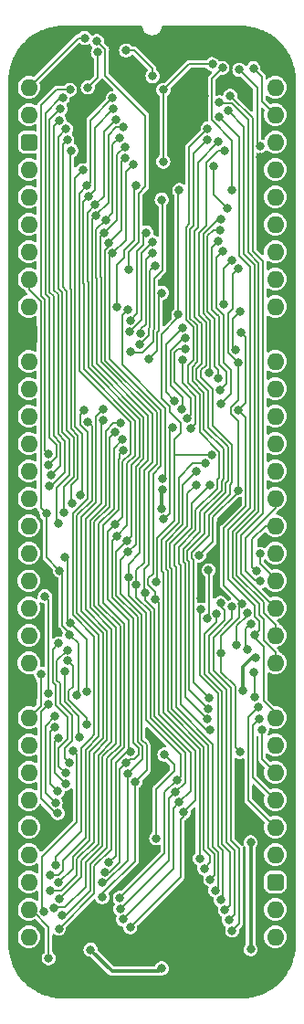
<source format=gbl>
%TF.GenerationSoftware,KiCad,Pcbnew,7.0.5*%
%TF.CreationDate,2024-02-16T17:17:24+02:00*%
%TF.ProjectId,Counter 24bit with IO,436f756e-7465-4722-9032-346269742077,rev?*%
%TF.SameCoordinates,PX54c81a0PY37b6b20*%
%TF.FileFunction,Copper,L2,Bot*%
%TF.FilePolarity,Positive*%
%FSLAX46Y46*%
G04 Gerber Fmt 4.6, Leading zero omitted, Abs format (unit mm)*
G04 Created by KiCad (PCBNEW 7.0.5) date 2024-02-16 17:17:24*
%MOMM*%
%LPD*%
G01*
G04 APERTURE LIST*
G04 Aperture macros list*
%AMRoundRect*
0 Rectangle with rounded corners*
0 $1 Rounding radius*
0 $2 $3 $4 $5 $6 $7 $8 $9 X,Y pos of 4 corners*
0 Add a 4 corners polygon primitive as box body*
4,1,4,$2,$3,$4,$5,$6,$7,$8,$9,$2,$3,0*
0 Add four circle primitives for the rounded corners*
1,1,$1+$1,$2,$3*
1,1,$1+$1,$4,$5*
1,1,$1+$1,$6,$7*
1,1,$1+$1,$8,$9*
0 Add four rect primitives between the rounded corners*
20,1,$1+$1,$2,$3,$4,$5,0*
20,1,$1+$1,$4,$5,$6,$7,0*
20,1,$1+$1,$6,$7,$8,$9,0*
20,1,$1+$1,$8,$9,$2,$3,0*%
G04 Aperture macros list end*
%TA.AperFunction,ComponentPad*%
%ADD10O,1.600000X1.600000*%
%TD*%
%TA.AperFunction,ComponentPad*%
%ADD11RoundRect,0.400000X-0.400000X-0.400000X0.400000X-0.400000X0.400000X0.400000X-0.400000X0.400000X0*%
%TD*%
%TA.AperFunction,ComponentPad*%
%ADD12R,1.600000X1.600000*%
%TD*%
%TA.AperFunction,ViaPad*%
%ADD13C,0.800000*%
%TD*%
%TA.AperFunction,Conductor*%
%ADD14C,0.200000*%
%TD*%
%TA.AperFunction,Conductor*%
%ADD15C,0.350000*%
%TD*%
%TA.AperFunction,Conductor*%
%ADD16C,0.380000*%
%TD*%
G04 APERTURE END LIST*
D10*
%TO.P,J1,1,Pin_1*%
%TO.N,/Read Count Bank*%
X0Y0D03*
%TO.P,J1,2,Pin_2*%
%TO.N,/Read Count High*%
X0Y-2540000D03*
D11*
%TO.P,J1,3,Pin_3*%
%TO.N,unconnected-(J1-Pin_3-Pad3)*%
X0Y-5080000D03*
D10*
%TO.P,J1,4,Pin_4*%
%TO.N,/Read Count Low*%
X0Y-7620000D03*
%TO.P,J1,5,Pin_5*%
%TO.N,/Latch_Count*%
X0Y-10160000D03*
%TO.P,J1,6,Pin_6*%
%TO.N,unconnected-(J1-Pin_6-Pad6)*%
X0Y-12700000D03*
%TO.P,J1,7,Pin_7*%
%TO.N,unconnected-(J1-Pin_7-Pad7)*%
X0Y-15240000D03*
%TO.P,J1,8,Pin_8*%
%TO.N,/CLK*%
X0Y-17780000D03*
%TO.P,J1,9,Pin_9*%
%TO.N,/~{Load Count Start}*%
X0Y-20320000D03*
D12*
%TO.P,J1,10,Pin_10*%
%TO.N,/GND*%
X0Y-22860000D03*
D10*
%TO.P,J1,11,Pin_11*%
%TO.N,unconnected-(J1-Pin_11-Pad11)*%
X0Y-25400000D03*
%TO.P,J1,12,Pin_12*%
%TO.N,unconnected-(J1-Pin_12-Pad12)*%
X0Y-27940000D03*
%TO.P,J1,13,Pin_13*%
%TO.N,/~{Reset}*%
X0Y-30480000D03*
%TO.P,J1,14,Pin_14*%
%TO.N,unconnected-(J1-Pin_14-Pad14)*%
X0Y-33020000D03*
%TO.P,J1,15,Pin_15*%
%TO.N,unconnected-(J1-Pin_15-Pad15)*%
X0Y-35560000D03*
%TO.P,J1,16,Pin_16*%
%TO.N,unconnected-(J1-Pin_16-Pad16)*%
X0Y-38100000D03*
%TO.P,J1,17,Pin_17*%
%TO.N,/D7*%
X0Y-40640000D03*
%TO.P,J1,18,Pin_18*%
%TO.N,/D6*%
X0Y-43180000D03*
%TO.P,J1,19,Pin_19*%
%TO.N,/D5*%
X0Y-45720000D03*
%TO.P,J1,20,Pin_20*%
%TO.N,/D4*%
X0Y-48260000D03*
%TO.P,J1,21,Pin_21*%
%TO.N,/D3*%
X0Y-50800000D03*
%TO.P,J1,22,Pin_22*%
%TO.N,/D2*%
X0Y-53340000D03*
D12*
%TO.P,J1,23,Pin_23*%
%TO.N,/GND*%
X0Y-55880000D03*
D10*
%TO.P,J1,24,Pin_24*%
%TO.N,/D1*%
X0Y-58420000D03*
%TO.P,J1,25,Pin_25*%
%TO.N,/D0*%
X0Y-60960000D03*
%TO.P,J1,26,Pin_26*%
%TO.N,unconnected-(J1-Pin_26-Pad26)*%
X0Y-63500000D03*
%TO.P,J1,27,Pin_27*%
%TO.N,unconnected-(J1-Pin_27-Pad27)*%
X0Y-66040000D03*
%TO.P,J1,28,Pin_28*%
%TO.N,unconnected-(J1-Pin_28-Pad28)*%
X0Y-68580000D03*
%TO.P,J1,29,Pin_29*%
%TO.N,/Count Enable*%
X0Y-71120000D03*
%TO.P,J1,30,Pin_30*%
%TO.N,/Write Start Bank*%
X0Y-73660000D03*
%TO.P,J1,31,Pin_31*%
%TO.N,/Write Start High*%
X0Y-76200000D03*
%TO.P,J1,32,Pin_32*%
%TO.N,/Write Start Low*%
X0Y-78740000D03*
%TO.P,J1,33,Pin_33*%
%TO.N,unconnected-(J1-Pin_33-Pad33)*%
X22860000Y-78740000D03*
%TO.P,J1,34,Pin_34*%
%TO.N,unconnected-(J1-Pin_34-Pad34)*%
X22860000Y-76200000D03*
D11*
%TO.P,J1,35,Pin_35*%
%TO.N,/5V*%
X22860000Y-73660000D03*
D10*
%TO.P,J1,36,Pin_36*%
%TO.N,unconnected-(J1-Pin_36-Pad36)*%
X22860000Y-71120000D03*
%TO.P,J1,37,Pin_37*%
%TO.N,/C0*%
X22860000Y-68580000D03*
%TO.P,J1,38,Pin_38*%
%TO.N,/C1*%
X22860000Y-66040000D03*
%TO.P,J1,39,Pin_39*%
%TO.N,/C2*%
X22860000Y-63500000D03*
%TO.P,J1,40,Pin_40*%
%TO.N,/C3*%
X22860000Y-60960000D03*
%TO.P,J1,41,Pin_41*%
%TO.N,/C4*%
X22860000Y-58420000D03*
D12*
%TO.P,J1,42,Pin_42*%
%TO.N,/GND*%
X22860000Y-55880000D03*
D10*
%TO.P,J1,43,Pin_43*%
%TO.N,/C5*%
X22860000Y-53340000D03*
%TO.P,J1,44,Pin_44*%
%TO.N,/C6*%
X22860000Y-50800000D03*
%TO.P,J1,45,Pin_45*%
%TO.N,/C7*%
X22860000Y-48260000D03*
%TO.P,J1,46,Pin_46*%
%TO.N,/C8*%
X22860000Y-45720000D03*
%TO.P,J1,47,Pin_47*%
%TO.N,/C9*%
X22860000Y-43180000D03*
%TO.P,J1,48,Pin_48*%
%TO.N,/C10*%
X22860000Y-40640000D03*
%TO.P,J1,49,Pin_49*%
%TO.N,/C11*%
X22860000Y-38100000D03*
%TO.P,J1,50,Pin_50*%
%TO.N,/C12*%
X22860000Y-35560000D03*
%TO.P,J1,51,Pin_51*%
%TO.N,/C13*%
X22860000Y-33020000D03*
%TO.P,J1,52,Pin_52*%
%TO.N,/C14*%
X22860000Y-30480000D03*
%TO.P,J1,53,Pin_53*%
%TO.N,/C15*%
X22860000Y-27940000D03*
%TO.P,J1,54,Pin_54*%
%TO.N,/C16*%
X22860000Y-25400000D03*
D12*
%TO.P,J1,55,Pin_55*%
%TO.N,/GND*%
X22860000Y-22860000D03*
D10*
%TO.P,J1,56,Pin_56*%
%TO.N,/C17*%
X22860000Y-20320000D03*
%TO.P,J1,57,Pin_57*%
%TO.N,/C18*%
X22860000Y-17780000D03*
%TO.P,J1,58,Pin_58*%
%TO.N,/C19*%
X22860000Y-15240000D03*
%TO.P,J1,59,Pin_59*%
%TO.N,/C20*%
X22860000Y-12700000D03*
%TO.P,J1,60,Pin_60*%
%TO.N,/C21*%
X22860000Y-10160000D03*
%TO.P,J1,61,Pin_61*%
%TO.N,/C22*%
X22860000Y-7620000D03*
%TO.P,J1,62,Pin_62*%
%TO.N,/C23*%
X22860000Y-5080000D03*
%TO.P,J1,63,Pin_63*%
%TO.N,/TC_{20..23}*%
X22860000Y-2540000D03*
%TO.P,J1,64,Pin_64*%
%TO.N,unconnected-(J1-Pin_64-Pad64)*%
X22860000Y0D03*
%TD*%
D13*
%TO.N,/GND*%
X16251874Y-762000D03*
X15748000Y-77470000D03*
X21523703Y-11369297D03*
X17321054Y3116480D03*
X11303000Y-71120000D03*
X15976615Y-47358958D03*
X11585471Y-60620958D03*
X12573000Y-62992000D03*
X2643002Y-50422841D03*
X17302000Y-80246091D03*
X19008866Y-38952442D03*
X23467000Y-39370000D03*
X304800Y1981200D03*
X9398000Y-81026000D03*
X-888996Y-31749809D03*
X10992779Y-68055518D03*
X11747500Y-7937500D03*
X5715000Y-82042000D03*
X20574000Y4165600D03*
X14859009Y-70739018D03*
X7667915Y-77999366D03*
X-761998Y-26670000D03*
X1778000Y-69596000D03*
X8788400Y660404D03*
X21433505Y-6453228D03*
X11430000Y-9790104D03*
%TO.N,/3.3V*%
X20574000Y-79883000D03*
X5715000Y-79930000D03*
X12319000Y-81661000D03*
X21045877Y-52896827D03*
X12342341Y-39036441D03*
X12364930Y-37273238D03*
X20574000Y-69977000D03*
X19825754Y-55873005D03*
%TO.N,/LC0*%
X2693316Y-67271857D03*
X1800000Y-57150000D03*
%TO.N,/LC1*%
X2470853Y-66296913D03*
X2432996Y-58314067D03*
%TO.N,/LC2*%
X2418024Y-59318990D03*
X2698695Y-65233717D03*
%TO.N,/LC3*%
X3418203Y-64539229D03*
X2709972Y-60287898D03*
%TO.N,/C3*%
X16825740Y-59572000D03*
X16577514Y-3810000D03*
%TO.N,/C2*%
X21611637Y-59541363D03*
X16577500Y-4820301D03*
X16565060Y-58576606D03*
%TO.N,/C1*%
X16646525Y-57579927D03*
X17548559Y-5059154D03*
X21336003Y-58546997D03*
%TO.N,/C0*%
X16747372Y-56585022D03*
X18164188Y-5847194D03*
X21319693Y-57420128D03*
%TO.N,/TC_{0..3}*%
X18415053Y-11204000D03*
X13945002Y-9525000D03*
X20828000Y-54229000D03*
X1473385Y-47167615D03*
X13857960Y-21048208D03*
X1800002Y-56127531D03*
X16958140Y-34067718D03*
X11761238Y-45821004D03*
X20945418Y-56492808D03*
X17142970Y-7290339D03*
%TO.N,/LC4*%
X3398275Y-63528934D03*
X2771731Y-51545324D03*
%TO.N,/LC5*%
X3745000Y-62590965D03*
X3572182Y-52144727D03*
%TO.N,/LC6*%
X5363005Y-59007000D03*
X3581261Y-53144688D03*
%TO.N,/LC7*%
X3299978Y-54104316D03*
X4699000Y-60198000D03*
%TO.N,/C7*%
X18669000Y-790000D03*
X20255358Y-48756326D03*
X19285960Y-51719841D03*
%TO.N,/C6*%
X17653000Y-1397000D03*
X20613266Y-49690222D03*
X20231140Y-52082090D03*
%TO.N,/C5*%
X18493114Y-2190000D03*
%TO.N,/C4*%
X17651874Y-2730666D03*
X20955000Y-50707672D03*
%TO.N,/TC_{4..7}*%
X16528070Y-49256099D03*
X16667480Y-44758958D03*
%TO.N,/LC8*%
X18822092Y-48143876D03*
X18853312Y-78155209D03*
%TO.N,/LC9*%
X17776615Y-47774762D03*
X18554714Y-77200827D03*
%TO.N,/LC10*%
X18185879Y-76271329D03*
X17424969Y-48813857D03*
%TO.N,/LC11*%
X15987748Y-48414638D03*
X17780000Y-75311000D03*
%TO.N,/C11*%
X21453928Y-45787607D03*
X2711533Y-40424446D03*
X3458229Y-3835307D03*
%TO.N,/C10*%
X21082731Y-44800095D03*
X3240000Y-39370000D03*
X3556442Y-4830475D03*
%TO.N,/C9*%
X4018608Y-38524000D03*
X3937000Y-5842000D03*
%TO.N,/C8*%
X21428691Y-43237954D03*
X4741500Y-37787654D03*
X4986000Y-7690479D03*
%TO.N,/TC_{8..11}*%
X13357947Y-31502635D03*
X12496073Y-40024556D03*
%TO.N,/LC12*%
X17272000Y-74422006D03*
X16764000Y-36829998D03*
%TO.N,/LC13*%
X15494004Y-36830000D03*
X16826000Y-73406000D03*
%TO.N,/LC14*%
X15549065Y-35594962D03*
X16256000Y-72390000D03*
%TO.N,/C14*%
X3142957Y-960339D03*
X1843000Y-34972482D03*
%TO.N,/C13*%
X2914758Y-1981329D03*
X2066421Y-35947206D03*
%TO.N,/C12*%
X2823330Y-3062708D03*
X1873046Y-36929147D03*
%TO.N,/Write Start High*%
X1836981Y-80720000D03*
%TO.N,/D0*%
X9705553Y-7126375D03*
X11744483Y-47482425D03*
X14351000Y-67183000D03*
X7751496Y-15379452D03*
X9403222Y-77856824D03*
%TO.N,/D1*%
X13957080Y-66263853D03*
X7399582Y-14391591D03*
X8735626Y-77112297D03*
X10800186Y-46869223D03*
X1100000Y-54356000D03*
X8906419Y-6525218D03*
%TO.N,/D2*%
X13596788Y-65331011D03*
X9961236Y-46101000D03*
X7000003Y-13462000D03*
X8491907Y-76142448D03*
X8948412Y-5507685D03*
%TO.N,/D3*%
X9261238Y-45381000D03*
X8378509Y-4685969D03*
X8410000Y-75145805D03*
X7108226Y-12301730D03*
X13755077Y-64182772D03*
%TO.N,/D4*%
X6200003Y-11883239D03*
X8773254Y-3693391D03*
X9200300Y-43083971D03*
X6829984Y-75057000D03*
X9854153Y-64353574D03*
%TO.N,/D5*%
X6841794Y-73725607D03*
X8093672Y-2959789D03*
X9079016Y-42037000D03*
X9146502Y-63647009D03*
X6163120Y-10883657D03*
%TO.N,/D6*%
X9024310Y-62632071D03*
X8146500Y-41572970D03*
X7859283Y-1977749D03*
X5536812Y-10099692D03*
X7079780Y-72754336D03*
%TO.N,/D7*%
X5396000Y-9105213D03*
X7427874Y-71816873D03*
X7775000Y-981783D03*
X8001000Y-40513000D03*
X9460041Y-61556665D03*
%TO.N,/Write Start Low*%
X4069728Y-61473728D03*
X1393687Y-76364152D03*
%TO.N,/~{Read Count Bank}*%
X9271000Y-16891000D03*
X6305237Y4291435D03*
%TO.N,/Read Count Bank*%
X5182557Y4571773D03*
%TO.N,/~{Read Count Low}*%
X19507991Y1624002D03*
X21459223Y-5453556D03*
X9022473Y3423529D03*
X11480800Y1043528D03*
%TO.N,/~{Read Count High}*%
X6388881Y3239281D03*
X5461000Y0D03*
%TO.N,/~{Reset}*%
X15822138Y-43372586D03*
X3833309Y-49633247D03*
X5340476Y-56002118D03*
X19401904Y-25518769D03*
X19414610Y-16825172D03*
X19402550Y-37334550D03*
X3366986Y-43561000D03*
%TO.N,/CLK*%
X3768598Y-50744727D03*
X18070522Y-20131000D03*
X12339254Y-19044882D03*
X2862094Y-44788952D03*
X18830520Y-16013480D03*
X1648000Y-39521035D03*
X4400005Y-56342000D03*
X11133219Y-25202674D03*
%TO.N,/~{Load Count Start}*%
X19685006Y-22733000D03*
X17794996Y-52432000D03*
X19431000Y-29914980D03*
X9921440Y-9090104D03*
X8200003Y-20319990D03*
X19784204Y-47871211D03*
X19558000Y-61595002D03*
%TO.N,/LC15*%
X15853259Y-71465953D03*
X16347981Y-34860000D03*
%TO.N,/C15*%
X1843000Y-33966388D03*
X3816637Y-221313D03*
%TO.N,/C16*%
X19175630Y-24302545D03*
X10246498Y-23854937D03*
X19577711Y-20761768D03*
X11684000Y-16510000D03*
%TO.N,/C17*%
X11480475Y-15316525D03*
X10342256Y-22769228D03*
%TO.N,/C18*%
X11428269Y-14317886D03*
X9350488Y-22641157D03*
%TO.N,/C19*%
X9390430Y-21611264D03*
X10909770Y-13462805D03*
%TO.N,/Count Enable*%
X12573000Y-61849000D03*
X11811000Y-69596000D03*
%TO.N,/LC16*%
X14224000Y-25229263D03*
X14977957Y-31650573D03*
X2794000Y-77978000D03*
X8758000Y-33656420D03*
%TO.N,/LC17*%
X14638556Y-30697597D03*
X8710760Y-32656681D03*
X3083983Y-76702064D03*
X14506894Y-24270570D03*
%TO.N,/LC18*%
X2338250Y-76035815D03*
X14197089Y-29800317D03*
X14514480Y-23256098D03*
X7976847Y-31977434D03*
%TO.N,/LC19*%
X13533009Y-29051513D03*
X8518150Y-31114810D03*
X2866944Y-75187000D03*
X14283063Y-22283241D03*
%TO.N,/TC_{12..15}*%
X9168000Y-20574000D03*
X12357996Y-36273259D03*
%TO.N,/TC_{16..19}*%
X12319000Y-10414000D03*
X9463120Y-24533000D03*
%TO.N,/LC20*%
X17780000Y-29337000D03*
X1970000Y-74478948D03*
X17959000Y-15183246D03*
X6930998Y-30858925D03*
%TO.N,/LC21*%
X6871932Y-29857117D03*
X2779971Y-73700079D03*
X17559000Y-14242959D03*
X17744097Y-28067000D03*
%TO.N,/LC22*%
X2001122Y-73025000D03*
X17548072Y-26991617D03*
X5461000Y-30988000D03*
X17752894Y-13208366D03*
%TO.N,/LC23*%
X17791401Y-12209105D03*
X5150961Y-29930958D03*
X2466378Y-72067608D03*
X16683570Y-26488983D03*
%TO.N,/TC_{20..23}*%
X18796000Y-9525000D03*
X20828000Y1778000D03*
X17956576Y1813919D03*
%TO.N,/Latch Address*%
X12464064Y-6877576D03*
X12478241Y-218233D03*
X17018000Y2159000D03*
%TD*%
D14*
%TO.N,/~{Read Count Low}*%
X9784471Y3423529D02*
X11480800Y1727200D01*
X9022473Y3423529D02*
X9784471Y3423529D01*
X11480800Y1727200D02*
X11480800Y1043528D01*
%TO.N,/TC_{20..23}*%
X16951874Y-3020616D02*
X16951874Y809217D01*
X18867086Y-4935828D02*
X16951874Y-3020616D01*
X18867086Y-9453914D02*
X18867086Y-4935828D01*
X18796000Y-9525000D02*
X18867086Y-9453914D01*
%TO.N,/Latch Address*%
X14855474Y2159000D02*
X17018000Y2159000D01*
%TO.N,/TC_{20..23}*%
X16951874Y809217D02*
X17956576Y1813919D01*
%TO.N,/Latch Address*%
X12478241Y-218233D02*
X14855474Y2159000D01*
D15*
%TO.N,/GND*%
X19524880Y3116480D02*
X17321054Y3116480D01*
X20574000Y4165600D02*
X19524880Y3116480D01*
D16*
X714851Y-82042000D02*
X-1190000Y-80137149D01*
X24050000Y-79232915D02*
X22383915Y-80899000D01*
X24050000Y-57070000D02*
X24050000Y-79232915D01*
X-1270000Y-54991000D02*
X-1270000Y-45307085D01*
X-1190000Y-26241998D02*
X-761998Y-26670000D01*
X16612138Y-43630615D02*
X16612138Y-43699815D01*
X16612138Y-43699815D02*
X16149367Y-44162586D01*
X10992779Y-68055518D02*
X10992779Y-64006257D01*
X11570676Y-62738000D02*
X12319000Y-62738000D01*
X2591308Y-50371147D02*
X2643002Y-50422841D01*
X7620000Y1828804D02*
X7620000Y4191000D01*
X-1190000Y-69072915D02*
X-1190000Y-57070000D01*
X15846488Y-44396265D02*
X15846488Y-47228831D01*
X17954909Y-80899000D02*
X17302000Y-80246091D01*
X-492915Y-69770000D02*
X-1190000Y-69072915D01*
X16080167Y-44162586D02*
X15846488Y-44396265D01*
X-1190000Y-31448805D02*
X-888996Y-31749809D01*
X1604000Y-69770000D02*
X-492915Y-69770000D01*
X22860000Y-22860000D02*
X24450000Y-24450000D01*
X-761998Y-26670000D02*
X-1190000Y-27098002D01*
X24050000Y-12047085D02*
X23372212Y-11369297D01*
X21523703Y-6543426D02*
X21433505Y-6453228D01*
X11570676Y-62738000D02*
X11570676Y-60635753D01*
X-1190000Y-21670000D02*
X-1190000Y492915D01*
X8788400Y660404D02*
X7620000Y1828804D01*
X-1190000Y-32050813D02*
X-888996Y-31749809D01*
X0Y-22860000D02*
X-1190000Y-21670000D01*
X19008866Y-38952442D02*
X17595000Y-40366308D01*
X11430000Y-7620000D02*
X11430000Y-1190836D01*
X298285Y1981200D02*
X304800Y1981200D01*
X11303000Y-71120000D02*
X10922000Y-70739000D01*
X-1190000Y-70467085D02*
X-492915Y-69770000D01*
X6449227Y5361773D02*
X3634573Y5361773D01*
X-492915Y-44530000D02*
X492915Y-44530000D01*
X11570676Y-63428360D02*
X11570676Y-62738000D01*
X14859009Y-73152009D02*
X15748000Y-74041000D01*
X5715000Y-82042000D02*
X714851Y-82042000D01*
X11430000Y-9790104D02*
X11430000Y-8255000D01*
X9578760Y660404D02*
X8788400Y660404D01*
X10992779Y-64006257D02*
X11570676Y-63428360D01*
X24450000Y-40353000D02*
X23467000Y-39370000D01*
X-492915Y-44530000D02*
X-1190000Y-43832915D01*
X-1190000Y-57070000D02*
X0Y-55880000D01*
X7620000Y-77951451D02*
X7667915Y-77999366D01*
X24450000Y-24450000D02*
X24450000Y-38387000D01*
X2591308Y-46628393D02*
X2591308Y-50371147D01*
X10922000Y-70739000D02*
X10922000Y-68126297D01*
X11747500Y-7937500D02*
X11430000Y-7620000D01*
X24450000Y-38387000D02*
X23467000Y-39370000D01*
X17595000Y-40366308D02*
X17595000Y-42647754D01*
X14859009Y-70739018D02*
X14859009Y-73152009D01*
X22860000Y-55880000D02*
X24050000Y-57070000D01*
X17595000Y-42647754D02*
X16612138Y-43630615D01*
X3634573Y5361773D02*
X304800Y2032000D01*
X11430000Y-1190836D02*
X9578760Y660404D01*
X-1190000Y-43832915D02*
X-1190000Y-32050813D01*
X22860000Y-55880000D02*
X24450000Y-54290000D01*
X7620000Y4191000D02*
X6449227Y5361773D01*
X16149367Y-44162586D02*
X16080167Y-44162586D01*
X24450000Y-54290000D02*
X24450000Y-40353000D01*
X-1270000Y-45307085D02*
X-492915Y-44530000D01*
X24050000Y-21670000D02*
X24050000Y-12047085D01*
X1778000Y-69596000D02*
X1604000Y-69770000D01*
X23372212Y-11369297D02*
X21523703Y-11369297D01*
X12319000Y-62738000D02*
X12573000Y-62992000D01*
X7620000Y-74803000D02*
X7620000Y-77951451D01*
X-1190000Y-27098002D02*
X-1190000Y-31448805D01*
X-381000Y-55880000D02*
X-1270000Y-54991000D01*
X0Y-22860000D02*
X-1190000Y-24050000D01*
X-1190000Y492915D02*
X298285Y1981200D01*
X304800Y2032000D02*
X304800Y1981200D01*
X-1190000Y-24050000D02*
X-1190000Y-26241998D01*
X15748000Y-74041000D02*
X15748000Y-77470000D01*
X11303000Y-71120000D02*
X7620000Y-74803000D01*
X11570676Y-60635753D02*
X11585471Y-60620958D01*
X21523703Y-11369297D02*
X21523703Y-6543426D01*
X11430000Y-8255000D02*
X11747500Y-7937500D01*
X-1190000Y-80137149D02*
X-1190000Y-70467085D01*
X15846488Y-47228831D02*
X15976615Y-47358958D01*
X22383915Y-80899000D02*
X17954909Y-80899000D01*
X492915Y-44530000D02*
X2591308Y-46628393D01*
X10922000Y-68126297D02*
X10992779Y-68055518D01*
X22860000Y-22860000D02*
X24050000Y-21670000D01*
%TO.N,/3.3V*%
X19825754Y-55873005D02*
X19825754Y-53734004D01*
X12342341Y-37295827D02*
X12342341Y-39036441D01*
X20574000Y-69977000D02*
X20574000Y-79883000D01*
X12065000Y-81915000D02*
X7700000Y-81915000D01*
X12319000Y-81661000D02*
X12065000Y-81915000D01*
X19825754Y-53734004D02*
X20662931Y-52896827D01*
X20662931Y-52896827D02*
X21045877Y-52896827D01*
X7700000Y-81915000D02*
X5715000Y-79930000D01*
X12364930Y-37273238D02*
X12342341Y-37295827D01*
D14*
%TO.N,/LC0*%
X1123444Y-65939454D02*
X1123444Y-57862242D01*
X1123444Y-57862242D02*
X1800000Y-57185686D01*
X1800000Y-57185686D02*
X1800000Y-57150000D01*
X2693316Y-67271857D02*
X2455847Y-67271857D01*
X2455847Y-67271857D02*
X1123444Y-65939454D01*
%TO.N,/LC1*%
X2470853Y-66296913D02*
X1575004Y-65401064D01*
X1575004Y-65401064D02*
X1575004Y-59172059D01*
X1575004Y-59172059D02*
X2432996Y-58314067D01*
%TO.N,/LC2*%
X1975004Y-64510026D02*
X1975004Y-59762010D01*
X2698695Y-65233717D02*
X1975004Y-64510026D01*
X1975004Y-59762010D02*
X2418024Y-59318990D01*
%TO.N,/LC3*%
X3418203Y-64539229D02*
X2375005Y-63496031D01*
X2375005Y-60622865D02*
X2709972Y-60287898D01*
X2375005Y-63496031D02*
X2375005Y-60622865D01*
%TO.N,/C3*%
X14076615Y-55279947D02*
X14076616Y-44339834D01*
X15844097Y-28463151D02*
X14749598Y-27368652D01*
X14076613Y-55611321D02*
X14076613Y-55279949D01*
X15481648Y-41026068D02*
X15481648Y-39155299D01*
X14076615Y-55611323D02*
X14076613Y-55611321D01*
X14567523Y-12957047D02*
X14853000Y-12671570D01*
X14853000Y-5534514D02*
X16577514Y-3810000D01*
X15481648Y-39155299D02*
X17463998Y-37172949D01*
X14749598Y-25735951D02*
X15235074Y-25250474D01*
X17464000Y-36337946D02*
X17658138Y-36143808D01*
X17658138Y-36143808D02*
X17658140Y-33777768D01*
X14984562Y-21994789D02*
X14567523Y-21577749D01*
X17463998Y-37172949D02*
X17464000Y-36337946D01*
X14749598Y-27368652D02*
X14749598Y-25735951D01*
X14076616Y-44339834D02*
X13910062Y-44173280D01*
X17658140Y-33777768D02*
X15844097Y-31963725D01*
X13910062Y-44173280D02*
X13910062Y-42597654D01*
X14567523Y-21577749D02*
X14567523Y-12957047D01*
X14984562Y-21997783D02*
X14984562Y-21994789D01*
X15235074Y-25250474D02*
X15235074Y-22248297D01*
X16825740Y-59572000D02*
X16445788Y-59572000D01*
X14853000Y-12671570D02*
X14853000Y-5534514D01*
X15235074Y-22248297D02*
X14984562Y-21997783D01*
X16445788Y-59572000D02*
X14076615Y-57202827D01*
X14076613Y-55279949D02*
X14076615Y-55279947D01*
X14076615Y-57202827D02*
X14076615Y-55611323D01*
X15844097Y-31963725D02*
X15844097Y-28463151D01*
X13910062Y-42597654D02*
X15481648Y-41026068D01*
%TO.N,/C2*%
X15635074Y-25416159D02*
X15635074Y-22082612D01*
X15259000Y-12831256D02*
X15259000Y-6138801D01*
X14310065Y-44007592D02*
X14310065Y-42763336D01*
X15384562Y-21832098D02*
X15384562Y-21829104D01*
X21611637Y-62251637D02*
X21611637Y-59541363D01*
X16244097Y-31670798D02*
X16244097Y-28297462D01*
X15384562Y-21829104D02*
X14967523Y-21412064D01*
X15881648Y-41191754D02*
X15881648Y-39320985D01*
X18058138Y-36309494D02*
X18058140Y-33484845D01*
X18058140Y-33484845D02*
X16244097Y-31670798D01*
X14476620Y-55445642D02*
X14476615Y-55445635D01*
X15149598Y-25901636D02*
X15635074Y-25416159D01*
X22860000Y-63500000D02*
X21611637Y-62251637D01*
X16244097Y-28297462D02*
X15149598Y-27202962D01*
X14476620Y-56488166D02*
X14476620Y-55445642D01*
X17863999Y-36503632D02*
X18058138Y-36309494D01*
X14310065Y-42763336D02*
X15881648Y-41191754D01*
X16565060Y-58576606D02*
X14476620Y-56488166D01*
X14967523Y-13122733D02*
X15259000Y-12831256D01*
X14967523Y-21412064D02*
X14967523Y-13122733D01*
X15259000Y-6138801D02*
X16577500Y-4820301D01*
X14476615Y-55445635D02*
X14476615Y-44174143D01*
X15635074Y-22082612D02*
X15384562Y-21832098D01*
X14476615Y-44174143D02*
X14310065Y-44007592D01*
X15881648Y-39320985D02*
X17863998Y-37338635D01*
X15149598Y-27202962D02*
X15149598Y-25901636D01*
X17863998Y-37338635D02*
X17863999Y-36503632D01*
%TO.N,/C1*%
X18458138Y-36475179D02*
X18458140Y-33319160D01*
X15659000Y-6948713D02*
X17548559Y-5059154D01*
X18263998Y-37504321D02*
X18263998Y-36669318D01*
X14876620Y-55279956D02*
X14876615Y-55279950D01*
X14710065Y-42929022D02*
X16281648Y-41357440D01*
X18263998Y-36669318D02*
X18458138Y-36475179D01*
X15784562Y-21666413D02*
X15784562Y-21663419D01*
X16646525Y-57579927D02*
X14876620Y-55810022D01*
X18458140Y-33319160D02*
X16644097Y-31505113D01*
X22860000Y-66040000D02*
X20766295Y-63946295D01*
X16644097Y-28131777D02*
X15549598Y-27037277D01*
X15784562Y-21663419D02*
X15367523Y-21246379D01*
X16644097Y-31505113D02*
X16644097Y-28131777D01*
X20766295Y-63946295D02*
X20766295Y-59116705D01*
X14876615Y-44008458D02*
X14710065Y-43841907D01*
X15367523Y-21246379D02*
X15367523Y-13288419D01*
X15659000Y-12996942D02*
X15659000Y-6948713D01*
X20766295Y-59116705D02*
X21336003Y-58546997D01*
X15367523Y-13288419D02*
X15659000Y-12996942D01*
X14876620Y-55810022D02*
X14876620Y-55279956D01*
X14710065Y-43841907D02*
X14710065Y-42929022D01*
X15549598Y-27037277D02*
X15549598Y-26067321D01*
X16035074Y-25581844D02*
X16035074Y-21916927D01*
X16281648Y-39486671D02*
X18263998Y-37504321D01*
X14876615Y-55279950D02*
X14876615Y-44008458D01*
X16281648Y-41357440D02*
X16281648Y-39486671D01*
X15549598Y-26067321D02*
X16035074Y-25581844D01*
X16035074Y-21916927D02*
X15784562Y-21666413D01*
%TO.N,/C0*%
X17044097Y-27966086D02*
X15949598Y-26871587D01*
X15949598Y-26871587D02*
X15949598Y-26233006D01*
X17596165Y-5847194D02*
X18164188Y-5847194D01*
X18664000Y-37670005D02*
X18664000Y-36835002D01*
X18858140Y-33153475D02*
X17044097Y-31339428D01*
X18664000Y-36835002D02*
X18858138Y-36640864D01*
X15767523Y-21080694D02*
X15767523Y-13454106D01*
X15949598Y-26233006D02*
X16435074Y-25747529D01*
X15110065Y-43094708D02*
X16681648Y-41523126D01*
X15276615Y-43842772D02*
X15110065Y-43676222D01*
X15767523Y-13454106D02*
X16442970Y-12778659D01*
X18858138Y-36640864D02*
X18858140Y-33153475D01*
X15276615Y-55114265D02*
X15276615Y-43842772D01*
X17044097Y-31339428D02*
X17044097Y-27966086D01*
X16184562Y-21497734D02*
X15767523Y-21080694D01*
X16184562Y-21500728D02*
X16184562Y-21497734D01*
X16435074Y-25747529D02*
X16435074Y-21751242D01*
X15110065Y-43676222D02*
X15110065Y-43094708D01*
X22860000Y-68580000D02*
X20366295Y-66086295D01*
X20366295Y-58373526D02*
X21319693Y-57420128D01*
X16747372Y-56585022D02*
X15276615Y-55114265D01*
X16681648Y-41523126D02*
X16681648Y-39652357D01*
X20366295Y-66086295D02*
X20366295Y-58373526D01*
X16442970Y-7000389D02*
X17596165Y-5847194D01*
X16442970Y-12778659D02*
X16442970Y-7000389D01*
X16681648Y-39652357D02*
X18664000Y-37670005D01*
X16435074Y-21751242D02*
X16184562Y-21500728D01*
%TO.N,/TC_{0..3}*%
X14057947Y-31092276D02*
X14057947Y-32043053D01*
X11910054Y-45672188D02*
X11761238Y-45821004D01*
X13058000Y-30092328D02*
X14057947Y-31092276D01*
X13576930Y-34067718D02*
X13481648Y-34163000D01*
X18415053Y-11204000D02*
X17142970Y-9931917D01*
X1800002Y-47494232D02*
X1800002Y-56127531D01*
X13481648Y-40197642D02*
X11910054Y-41769236D01*
X14057947Y-32043053D02*
X13481648Y-32619352D01*
X12324002Y-28834004D02*
X13058000Y-29568002D01*
X11910054Y-41769236D02*
X11910054Y-45672188D01*
X12324002Y-22854998D02*
X12324002Y-28834004D01*
X13481648Y-34163000D02*
X13481648Y-40197642D01*
X16958140Y-34067718D02*
X13576930Y-34067718D01*
X13857960Y-21321040D02*
X12324002Y-22854998D01*
X20828000Y-54229000D02*
X20945418Y-54346418D01*
X13857960Y-9612042D02*
X13945002Y-9525000D01*
X20945418Y-54346418D02*
X20945418Y-56492808D01*
X13058000Y-29568002D02*
X13058000Y-30092328D01*
X13857960Y-21048208D02*
X13857960Y-21321040D01*
X13857960Y-21048208D02*
X13857960Y-9612042D01*
X1473385Y-47167615D02*
X1800002Y-47494232D01*
X17142970Y-9931917D02*
X17142970Y-7290339D01*
X13481648Y-32619352D02*
X13481648Y-34163000D01*
%TO.N,/LC4*%
X2199978Y-52117077D02*
X2771731Y-51545324D01*
X2775005Y-62905664D02*
X2775005Y-61212815D01*
X2499978Y-57283036D02*
X2499978Y-55441373D01*
X2775005Y-61212815D02*
X3598999Y-60388821D01*
X2499978Y-55441373D02*
X2199978Y-55141372D01*
X3598999Y-60388821D02*
X3598999Y-58382057D01*
X2199978Y-55141372D02*
X2199978Y-52117077D01*
X3598999Y-58382057D02*
X2499978Y-57283036D01*
X3398275Y-63528934D02*
X2775005Y-62905664D01*
%TO.N,/LC5*%
X2899978Y-57117350D02*
X2899978Y-55275687D01*
X2599978Y-54975687D02*
X2599978Y-53116931D01*
X3745000Y-62590965D02*
X3302000Y-62147965D01*
X2899978Y-55275687D02*
X2599978Y-54975687D01*
X3302000Y-62147965D02*
X3302000Y-61251505D01*
X3999000Y-60554505D02*
X3999000Y-58216372D01*
X2599978Y-53116931D02*
X3572182Y-52144727D01*
X3302000Y-61251505D02*
X3999000Y-60554505D01*
X3999000Y-58216372D02*
X2899978Y-57117350D01*
%TO.N,/LC6*%
X5363005Y-58449005D02*
X5363005Y-59007000D01*
X3700005Y-55950608D02*
X3700005Y-56786005D01*
X3581261Y-53144688D02*
X4057623Y-53621050D01*
X3700005Y-56786005D02*
X5363005Y-58449005D01*
X4057623Y-53621050D02*
X4057623Y-55592990D01*
X4057623Y-55592990D02*
X3700005Y-55950608D01*
%TO.N,/LC7*%
X4610000Y-58261686D02*
X4610000Y-60109000D01*
X3299978Y-54104316D02*
X3299978Y-56752133D01*
X4610000Y-60109000D02*
X4699000Y-60198000D01*
X3300005Y-56951691D02*
X4610000Y-58261686D01*
X3299978Y-56752133D02*
X3300005Y-56752160D01*
X3300005Y-56752160D02*
X3300005Y-56951691D01*
%TO.N,/C7*%
X19685000Y-41529000D02*
X21717000Y-39496998D01*
X21717000Y-39496998D02*
X21717001Y-16128999D01*
X19285960Y-51719841D02*
X19285960Y-49929040D01*
X22860000Y-48260000D02*
X19685000Y-45085000D01*
X20733505Y-15145503D02*
X20733505Y-2854505D01*
X20255358Y-48959642D02*
X20255358Y-48756326D01*
X19285960Y-49929040D02*
X20255358Y-48959642D01*
X21717001Y-16128999D02*
X20733505Y-15145503D01*
X19685000Y-45085000D02*
X19685000Y-41529000D01*
X20733505Y-2854505D02*
X18669000Y-790000D01*
%TO.N,/C6*%
X22880934Y-49836569D02*
X21760000Y-48715635D01*
X22880934Y-50779066D02*
X22880934Y-49836569D01*
X17746000Y-1490000D02*
X17653000Y-1397000D01*
X21760000Y-48715635D02*
X21760000Y-47725686D01*
X20128000Y-51978950D02*
X20231140Y-52082090D01*
X21317001Y-16294685D02*
X20333505Y-15311189D01*
X20613266Y-49690222D02*
X20128000Y-50175488D01*
X21760000Y-47725686D02*
X19285000Y-45250685D01*
X19285000Y-41363314D02*
X21317000Y-39331313D01*
X19285000Y-45250685D02*
X19285000Y-41363314D01*
X18803314Y-1490000D02*
X17746000Y-1490000D01*
X21317000Y-39331313D02*
X21317001Y-16294685D01*
X20333505Y-15311189D02*
X20333505Y-3020191D01*
X20128000Y-50175488D02*
X20128000Y-51978950D01*
X20333505Y-3020191D02*
X18803314Y-1490000D01*
%TO.N,/C5*%
X21360000Y-48881320D02*
X21360000Y-47891372D01*
X22860000Y-53340000D02*
X22860000Y-52355635D01*
X18885000Y-41197628D02*
X20917000Y-39165628D01*
X20917001Y-16460371D02*
X19933509Y-15476879D01*
X21360000Y-47891372D02*
X18885000Y-45416370D01*
X20917000Y-39165628D02*
X20917001Y-16460371D01*
X19933509Y-3630395D02*
X18493114Y-2190000D01*
X18885000Y-45416370D02*
X18885000Y-41197628D01*
X19933509Y-15476879D02*
X19933509Y-3630395D01*
X21760000Y-51255635D02*
X21760000Y-49281321D01*
X21760000Y-49281321D02*
X21360000Y-48881320D01*
X22860000Y-52355635D02*
X21760000Y-51255635D01*
%TO.N,/C4*%
X20517001Y-16626057D02*
X19533513Y-15642569D01*
X20960000Y-49047005D02*
X20960000Y-48057058D01*
X19533513Y-15642569D02*
X19533513Y-4612305D01*
X18485000Y-41031942D02*
X20517000Y-38999943D01*
X20517000Y-38999943D02*
X20517001Y-16626057D01*
X20960000Y-48057058D02*
X18485000Y-45582055D01*
X21760000Y-56870485D02*
X21760000Y-51821321D01*
X18485000Y-45582055D02*
X18485000Y-41031942D01*
X20955000Y-50707672D02*
X21360000Y-50302672D01*
X22860000Y-57970485D02*
X21760000Y-56870485D01*
X19533513Y-4612305D02*
X17651874Y-2730666D01*
X21360000Y-49447006D02*
X20960000Y-49047005D01*
X20955000Y-51016321D02*
X20955000Y-50707672D01*
X21760000Y-51821321D02*
X20955000Y-51016321D01*
X21360000Y-50302672D02*
X21360000Y-49447006D01*
%TO.N,/TC_{4..7}*%
X16528070Y-49256099D02*
X16720632Y-49063537D01*
X16720632Y-44812110D02*
X16667480Y-44758958D01*
X16720632Y-49063537D02*
X16720632Y-44812110D01*
%TO.N,/LC8*%
X19487998Y-77520523D02*
X19487998Y-70541998D01*
X17095138Y-50988490D02*
X18822092Y-49261536D01*
X19487998Y-70541998D02*
X18725754Y-69779754D01*
X18725754Y-55693615D02*
X17095138Y-54062999D01*
X17095138Y-54062999D02*
X17095138Y-50988490D01*
X18725754Y-69779754D02*
X18725754Y-55693615D01*
X18853312Y-78155209D02*
X19487998Y-77520523D01*
X18822092Y-49261536D02*
X18822092Y-48143876D01*
%TO.N,/LC9*%
X18325754Y-69945439D02*
X18325754Y-55859301D01*
X18325754Y-55859301D02*
X16695138Y-54228684D01*
X16695138Y-50822804D02*
X18159998Y-49357944D01*
X16695138Y-54228684D02*
X16695138Y-50822804D01*
X19087998Y-76667543D02*
X19087998Y-70707684D01*
X19087998Y-70707684D02*
X18325754Y-69945439D01*
X17776615Y-48088349D02*
X17776615Y-47774762D01*
X18554714Y-77200827D02*
X19087998Y-76667543D01*
X18159998Y-48471732D02*
X17776615Y-48088349D01*
X18159998Y-49357944D02*
X18159998Y-48471732D01*
%TO.N,/LC10*%
X16295138Y-50657121D02*
X17424969Y-49527290D01*
X17925754Y-70111124D02*
X17925754Y-56024987D01*
X18687998Y-75769210D02*
X18687998Y-70873370D01*
X17925754Y-56024987D02*
X16295138Y-54394369D01*
X16295138Y-54394369D02*
X16295138Y-50657121D01*
X17424969Y-49527290D02*
X17424969Y-48813857D01*
X18687998Y-70873370D02*
X17925754Y-70111124D01*
X18185879Y-76271329D02*
X18687998Y-75769210D01*
%TO.N,/LC11*%
X17982999Y-70734055D02*
X17525754Y-70276810D01*
X15828070Y-48574316D02*
X15987748Y-48414638D01*
X17525754Y-56190673D02*
X15828070Y-54492989D01*
X17982999Y-75108001D02*
X17982999Y-70734055D01*
X17780000Y-75311000D02*
X17982999Y-75108001D01*
X15828070Y-54492989D02*
X15828070Y-48574316D01*
X17525754Y-70276810D02*
X17525754Y-56190673D01*
%TO.N,/C11*%
X20974000Y-45681314D02*
X21347635Y-45681314D01*
X3100000Y-21443549D02*
X3100002Y-21443551D01*
X3100001Y-24144057D02*
X3100004Y-26684053D01*
X2540000Y-37141685D02*
X2540000Y-40252913D01*
X3100001Y-26684057D02*
X3100000Y-31975064D01*
X2730996Y-16051892D02*
X2731001Y-16051897D01*
X2540000Y-40252913D02*
X2711533Y-40424446D01*
X3458229Y-3835307D02*
X2730996Y-4562540D01*
X3100004Y-24144053D02*
X3100001Y-24144057D01*
X3051484Y-19007333D02*
X3100001Y-19055851D01*
X2731001Y-16051897D02*
X2731001Y-18666939D01*
X3752997Y-35928688D02*
X2540000Y-37141685D01*
X3100000Y-31975064D02*
X3752997Y-32628061D01*
X3100004Y-26684053D02*
X3100001Y-26684057D01*
X3100002Y-21443551D02*
X3100004Y-24144053D01*
X20085000Y-44792314D02*
X20974000Y-45681314D01*
X3100001Y-19055851D02*
X3100000Y-21443549D01*
X3051484Y-18987422D02*
X3051484Y-19007333D01*
X2730996Y-4562540D02*
X2730996Y-16051892D01*
X22860000Y-38987050D02*
X20085000Y-41762050D01*
X2731001Y-18666939D02*
X3051484Y-18987422D01*
X22860000Y-38100000D02*
X22860000Y-38987050D01*
X21347635Y-45681314D02*
X21453928Y-45787607D01*
X3752997Y-32628061D02*
X3752997Y-35928688D01*
X20085000Y-41762050D02*
X20085000Y-44792314D01*
%TO.N,/C10*%
X3500004Y-26849738D02*
X3500001Y-26849742D01*
X3240000Y-37007370D02*
X3240000Y-39370000D01*
X4152997Y-32462371D02*
X4153000Y-36094370D01*
X3500001Y-18890167D02*
X3500004Y-24309739D01*
X3451486Y-18821738D02*
X3451486Y-18841651D01*
X3451486Y-18841651D02*
X3500001Y-18890167D01*
X3556442Y-4830475D02*
X3131001Y-5255916D01*
X3500004Y-24309739D02*
X3500001Y-24309742D01*
X3500001Y-31809375D02*
X4152997Y-32462371D01*
X3500001Y-26849742D02*
X3500001Y-31809375D01*
X3500001Y-24309742D02*
X3500004Y-26849738D01*
X4153000Y-36094370D02*
X3240000Y-37007370D01*
X3131001Y-5255916D02*
X3131001Y-18501253D01*
X21971000Y-40640000D02*
X20728691Y-41882309D01*
X3131001Y-18501253D02*
X3451486Y-18821738D01*
X20728691Y-41882309D02*
X20728691Y-44446055D01*
X22860000Y-40640000D02*
X21971000Y-40640000D01*
X20728691Y-44446055D02*
X21082731Y-44800095D01*
%TO.N,/C9*%
X3851490Y-8259303D02*
X3851486Y-8259307D01*
X3965000Y-36848056D02*
X3965000Y-38470392D01*
X3851490Y-5927510D02*
X3851490Y-8259303D01*
X3900004Y-29555425D02*
X3900001Y-29555428D01*
X3965000Y-38470392D02*
X4018608Y-38524000D01*
X3900001Y-18724481D02*
X3900004Y-24475425D01*
X3900001Y-27015428D02*
X3900004Y-29555425D01*
X4552999Y-32296688D02*
X4553000Y-36260054D01*
X3851486Y-11403334D02*
X3841998Y-11412822D01*
X3900001Y-24475428D02*
X3900004Y-27015425D01*
X4553000Y-36260054D02*
X3965000Y-36848056D01*
X3851486Y-13537916D02*
X3851486Y-18675966D01*
X3851486Y-8259307D02*
X3851486Y-11403334D01*
X3900004Y-27015425D02*
X3900001Y-27015428D01*
X3841998Y-11412822D02*
X3842000Y-13528429D01*
X3900004Y-31643692D02*
X4552999Y-32296688D01*
X3851486Y-18675966D02*
X3900001Y-18724481D01*
X3900004Y-24475425D02*
X3900001Y-24475428D01*
X3937000Y-5842000D02*
X3851490Y-5927510D01*
X3900001Y-29555428D02*
X3900004Y-31643692D01*
X3842000Y-13528429D02*
X3851486Y-13537916D01*
%TO.N,/C8*%
X4251486Y-8424993D02*
X4251486Y-18344574D01*
X4251494Y-18510288D02*
X4300004Y-18558798D01*
X22860000Y-45587414D02*
X21428691Y-44156105D01*
X4986000Y-7690479D02*
X4251486Y-8424993D01*
X4251490Y-18510281D02*
X4251494Y-18510288D01*
X4953000Y-37576154D02*
X4741500Y-37787654D01*
X4251486Y-18510270D02*
X4251490Y-18510274D01*
X4251486Y-18510263D02*
X4251486Y-18510270D01*
X4251490Y-18510274D02*
X4251490Y-18510281D01*
X4300004Y-31478007D02*
X4952999Y-32131002D01*
X4251486Y-18344574D02*
X4251482Y-18510259D01*
X4952999Y-32131002D02*
X4953000Y-37576154D01*
X21428691Y-44156105D02*
X21428691Y-43237954D01*
X4251482Y-18510259D02*
X4251486Y-18510263D01*
X4300004Y-18558798D02*
X4300004Y-31478007D01*
%TO.N,/TC_{8..11}*%
X13357947Y-31502635D02*
X13064912Y-31795670D01*
X13064912Y-39487998D02*
X12528354Y-40024556D01*
X13064912Y-31795670D02*
X13064912Y-39487998D01*
X12528354Y-40024556D02*
X12496073Y-40024556D01*
%TO.N,/LC12*%
X17272000Y-74422006D02*
X17582999Y-74111007D01*
X17583000Y-70899738D02*
X17075001Y-70391739D01*
X13510062Y-42431968D02*
X15081648Y-40860382D01*
X13676615Y-52077865D02*
X13676613Y-52077863D01*
X13676613Y-44505512D02*
X13510065Y-44338963D01*
X17075001Y-70391739D02*
X17075001Y-60867200D01*
X13510065Y-43426103D02*
X13510062Y-43426099D01*
X17582999Y-74111007D02*
X17583000Y-70899738D01*
X13676613Y-52077863D02*
X13676613Y-44836886D01*
X15081648Y-38512350D02*
X16764000Y-36829998D01*
X13510062Y-43426099D02*
X13510062Y-42431968D01*
X13510065Y-44338963D02*
X13510065Y-43426103D01*
X17075001Y-60867200D02*
X13676615Y-57468812D01*
X13676615Y-44836884D02*
X13676613Y-44505512D01*
X15081648Y-40860382D02*
X15081648Y-38512350D01*
X13676615Y-57468812D02*
X13676615Y-52077865D01*
X13676613Y-44836886D02*
X13676615Y-44836884D01*
%TO.N,/LC13*%
X16624000Y-60981884D02*
X13276615Y-57634497D01*
X16826000Y-73406000D02*
X17182999Y-73049001D01*
X13110061Y-43260413D02*
X13110063Y-43260410D01*
X13110061Y-42929027D02*
X13110062Y-42266282D01*
X13276614Y-57227370D02*
X13276614Y-44671199D01*
X13110063Y-43260410D02*
X13110058Y-43260405D01*
X16624000Y-70506424D02*
X16624000Y-60981884D01*
X14681648Y-40694697D02*
X14681648Y-37642356D01*
X13110058Y-43260405D02*
X13110058Y-42929033D01*
X13110062Y-42266282D02*
X14681648Y-40694697D01*
X17183000Y-71065424D02*
X16624000Y-70506424D01*
X13276616Y-57227372D02*
X13276614Y-57227370D01*
X13110058Y-42929033D02*
X13110061Y-42929027D01*
X13110063Y-44504649D02*
X13110061Y-43260413D01*
X17182999Y-73049001D02*
X17183000Y-71065424D01*
X13276615Y-57634497D02*
X13276616Y-57227372D01*
X13276614Y-44671199D02*
X13110063Y-44504649D01*
X14681648Y-37642356D02*
X15494004Y-36830000D01*
%TO.N,/LC14*%
X16783000Y-71231110D02*
X16224000Y-70672109D01*
X12876616Y-57393058D02*
X12876614Y-57393055D01*
X16224000Y-70672109D02*
X16224000Y-61147570D01*
X16782999Y-71863001D02*
X16783000Y-71231110D01*
X12710054Y-42100608D02*
X12710062Y-42100596D01*
X16256000Y-72390000D02*
X16782999Y-71863001D01*
X14281648Y-36862379D02*
X15549065Y-35594962D01*
X12710062Y-42100596D02*
X14281648Y-40529012D01*
X12876615Y-57800181D02*
X12876616Y-57393058D01*
X12876614Y-44836886D02*
X12710054Y-44670325D01*
X12710054Y-44670325D02*
X12710054Y-42100608D01*
X12876614Y-57393055D02*
X12876614Y-44836886D01*
X16224000Y-61147570D02*
X12876615Y-57800181D01*
X14281648Y-40529012D02*
X14281648Y-36862379D01*
%TO.N,/C14*%
X1530993Y-2375144D02*
X2945798Y-960339D01*
X1531001Y-19163994D02*
X1531001Y-16548956D01*
X1900000Y-19532993D02*
X1531001Y-19163994D01*
X2552998Y-34262484D02*
X2552997Y-33125119D01*
X2945798Y-960339D02*
X3142957Y-960339D01*
X1531001Y-16548956D02*
X1530992Y-16548946D01*
X1900000Y-32472122D02*
X1900000Y-19532993D01*
X1530992Y-16548946D02*
X1530993Y-2375144D01*
X1843000Y-34972482D02*
X2552998Y-34262484D01*
X2552997Y-33125119D02*
X1900000Y-32472122D01*
%TO.N,/C13*%
X2300002Y-31432687D02*
X2300000Y-31272188D01*
X1931001Y-18998307D02*
X1931001Y-16383270D01*
X2300000Y-31272188D02*
X2300001Y-19367308D01*
X2300000Y-31432689D02*
X2300002Y-31432687D01*
X2066421Y-35947206D02*
X2952999Y-35060628D01*
X1931001Y-3389352D02*
X1931001Y-2965086D01*
X1931001Y-2965086D02*
X2914758Y-1981329D01*
X1931001Y-16383270D02*
X1930994Y-16383263D01*
X2300000Y-32067308D02*
X2299998Y-32067303D01*
X2952999Y-35060628D02*
X2952997Y-32959433D01*
X2952997Y-32959433D02*
X2300000Y-32306434D01*
X2300000Y-32067301D02*
X2300000Y-31432689D01*
X2299998Y-32067303D02*
X2300000Y-32067301D01*
X1930994Y-16383263D02*
X1930993Y-3389359D01*
X1930993Y-3389359D02*
X1931001Y-3389352D01*
X2300001Y-19367308D02*
X1931001Y-18998307D01*
X2300000Y-32306434D02*
X2300000Y-32067308D01*
%TO.N,/C12*%
X2330993Y-3555045D02*
X2330996Y-16217577D01*
X2823330Y-3062708D02*
X2330993Y-3555045D01*
X2699999Y-31266998D02*
X2700002Y-31267001D01*
X2700001Y-19201623D02*
X2699999Y-31266998D01*
X2331001Y-18832622D02*
X2700001Y-19201623D01*
X2700000Y-31598375D02*
X2700000Y-32140749D01*
X2700000Y-32140749D02*
X3352997Y-32793747D01*
X3352997Y-32793747D02*
X3353000Y-35650577D01*
X2330996Y-16217577D02*
X2331001Y-16217584D01*
X3353000Y-35650577D02*
X2074430Y-36929147D01*
X2700004Y-31598364D02*
X2700000Y-31598375D01*
X2074430Y-36929147D02*
X1873046Y-36929147D01*
X2331001Y-16217584D02*
X2331001Y-18832622D01*
X2700002Y-31267001D02*
X2700004Y-31598364D01*
%TO.N,/Write Start High*%
X1836981Y-77797396D02*
X381000Y-76341415D01*
X1836981Y-80720000D02*
X1836981Y-77797396D01*
%TO.N,/D0*%
X11744483Y-47482425D02*
X11744483Y-46805259D01*
X11744483Y-46805259D02*
X11061238Y-46122014D01*
X12071002Y-58125944D02*
X12071002Y-47808944D01*
X12258000Y-29899372D02*
X7500020Y-25141392D01*
X14351000Y-67564000D02*
X14351000Y-67183000D01*
X12258000Y-35106171D02*
X12258000Y-29899372D01*
X14351000Y-67183000D02*
X15424000Y-66110000D01*
X14097000Y-73163046D02*
X14097000Y-67818000D01*
X7500020Y-25141392D02*
X7500020Y-17233327D01*
X8973621Y-14157327D02*
X7751496Y-15379452D01*
X7500020Y-17233327D02*
X7500003Y-17233310D01*
X14097000Y-67818000D02*
X14351000Y-67564000D01*
X11061238Y-46122014D02*
X11061238Y-45531054D01*
X11510054Y-35854117D02*
X12258000Y-35106171D01*
X11061238Y-45531054D02*
X11510054Y-45082238D01*
X12071002Y-47808944D02*
X11744483Y-47482425D01*
X7500003Y-15630945D02*
X7751496Y-15379452D01*
X9403222Y-77856824D02*
X14097000Y-73163046D01*
X15424000Y-61478942D02*
X12071002Y-58125944D01*
X8973621Y-7858307D02*
X8973621Y-14157327D01*
X9705553Y-7126375D02*
X8973621Y-7858307D01*
X7500003Y-17233310D02*
X7500003Y-15630945D01*
X15424000Y-66110000D02*
X15424000Y-61478942D01*
X11510054Y-45082238D02*
X11510054Y-35854117D01*
%TO.N,/D1*%
X11671006Y-48414438D02*
X10800186Y-47543618D01*
X7100010Y-18061753D02*
X7100003Y-18061759D01*
X10661238Y-46730275D02*
X10800186Y-46869223D01*
X11858000Y-34940486D02*
X11110054Y-35688432D01*
X11858000Y-30065058D02*
X11858000Y-34940486D01*
X8573616Y-13217557D02*
X7399582Y-14391591D01*
X7100018Y-17730381D02*
X7100014Y-17730385D01*
X10800186Y-47543618D02*
X10800186Y-46869223D01*
X7100010Y-17730396D02*
X7100010Y-18061753D01*
X7100014Y-17730385D02*
X7100014Y-17730392D01*
X7051523Y-17350513D02*
X7100018Y-17399009D01*
X15024000Y-61644628D02*
X11671006Y-58291634D01*
X8735626Y-77112297D02*
X13397000Y-72450923D01*
X13957080Y-66263853D02*
X15024000Y-65196933D01*
X11110054Y-35688432D02*
X11110054Y-44193096D01*
X0Y-58420000D02*
X1100000Y-57320000D01*
X7100003Y-25307061D02*
X11858000Y-30065058D01*
X10661238Y-44641911D02*
X10661238Y-46730275D01*
X7051523Y-17350489D02*
X7051523Y-17350513D01*
X7399582Y-14391591D02*
X7399582Y-14741417D01*
X15024000Y-65196933D02*
X15024000Y-61644628D01*
X8573616Y-6858021D02*
X8573616Y-13217557D01*
X7100018Y-17399009D02*
X7100018Y-17730381D01*
X8906419Y-6525218D02*
X8573616Y-6858021D01*
X11110054Y-44193096D02*
X10661238Y-44641911D01*
X7100014Y-17730392D02*
X7100010Y-17730396D01*
X7399582Y-14741417D02*
X7051498Y-15089500D01*
X7100003Y-18061759D02*
X7100003Y-25307061D01*
X7051498Y-15089500D02*
X7051498Y-17350463D01*
X11671006Y-58291634D02*
X11671006Y-48414438D01*
X13397000Y-66823933D02*
X13957080Y-66263853D01*
X7051498Y-17350463D02*
X7051523Y-17350489D01*
X13397000Y-72450923D02*
X13397000Y-66823933D01*
X1100000Y-57320000D02*
X1100000Y-54356000D01*
%TO.N,/D2*%
X6700014Y-17564706D02*
X6700010Y-17730392D01*
X12997000Y-71637355D02*
X12997000Y-65930799D01*
X12997000Y-65930799D02*
X13596788Y-65331011D01*
X8919377Y-5507685D02*
X8173617Y-6253445D01*
X10710054Y-44027410D02*
X9961236Y-44776228D01*
X11458000Y-30230742D02*
X11458000Y-34774800D01*
X6700010Y-17730392D02*
X6700010Y-17896067D01*
X6651523Y-17516199D02*
X6700003Y-17564680D01*
X6651498Y-13810505D02*
X6651498Y-17516149D01*
X9961236Y-47270354D02*
X9961236Y-46101000D01*
X8948412Y-5507685D02*
X8919377Y-5507685D01*
X6700010Y-17564702D02*
X6700014Y-17564706D01*
X14497000Y-61683314D02*
X11271006Y-58457320D01*
X6700003Y-17564680D02*
X6700010Y-17564695D01*
X10710054Y-35522746D02*
X10710054Y-44027410D01*
X8491907Y-76142448D02*
X12997000Y-71637355D01*
X7000003Y-13462000D02*
X6651498Y-13810505D01*
X13596788Y-65331011D02*
X14497000Y-64430799D01*
X8173617Y-6253445D02*
X8173617Y-12288386D01*
X6700006Y-17896071D02*
X6700003Y-18020341D01*
X11458000Y-34774800D02*
X10710054Y-35522746D01*
X6651498Y-17516149D02*
X6651523Y-17516174D01*
X6700010Y-17896067D02*
X6700006Y-17896071D01*
X11271006Y-48580124D02*
X9961236Y-47270354D01*
X11271006Y-58457320D02*
X11271006Y-48580124D01*
X8173617Y-12288386D02*
X7000003Y-13462000D01*
X6700003Y-18020341D02*
X6700003Y-25472747D01*
X6700010Y-17564695D02*
X6700010Y-17564702D01*
X6651523Y-17516174D02*
X6651523Y-17516199D01*
X6700003Y-25472747D02*
X11458000Y-30230742D01*
X9961236Y-44776228D02*
X9961236Y-46101000D01*
X14497000Y-64430799D02*
X14497000Y-61683314D01*
%TO.N,/D3*%
X13755077Y-64182772D02*
X14097000Y-63840849D01*
X12597000Y-70958805D02*
X12597000Y-65340849D01*
X6300003Y-17730366D02*
X6300003Y-17730374D01*
X7108226Y-12301730D02*
X6251498Y-13158458D01*
X6300003Y-17730374D02*
X6300010Y-17730381D01*
X7773618Y-5290860D02*
X7773618Y-11636338D01*
X7773618Y-11636338D02*
X7108226Y-12301730D01*
X6300003Y-25638433D02*
X11058000Y-30396427D01*
X9261238Y-47136042D02*
X9261238Y-45381000D01*
X10871006Y-53375770D02*
X10870994Y-53375758D01*
X9261238Y-44205762D02*
X9261238Y-45381000D01*
X10310054Y-35357060D02*
X10310054Y-43156946D01*
X8378509Y-4685969D02*
X7773618Y-5290860D01*
X6251498Y-17350471D02*
X6251494Y-17350475D01*
X12597000Y-65340849D02*
X13755077Y-64182772D01*
X10870994Y-53375758D02*
X10870994Y-48745798D01*
X11058000Y-30396427D02*
X11058000Y-34609114D01*
X14097000Y-61849000D02*
X10871006Y-58623006D01*
X6251494Y-17681831D02*
X6251521Y-17681860D01*
X10310054Y-43156946D02*
X9261238Y-44205762D01*
X6251498Y-13158458D02*
X6251498Y-17350471D01*
X6300010Y-17730381D02*
X6300003Y-18020332D01*
X14097000Y-63840849D02*
X14097000Y-61849000D01*
X8410000Y-75145805D02*
X12597000Y-70958805D01*
X6251522Y-17681883D02*
X6300003Y-17730366D01*
X6251521Y-17681860D02*
X6251522Y-17681883D01*
X10871006Y-58623006D02*
X10871006Y-53375770D01*
X11058000Y-34609114D02*
X10310054Y-35357060D01*
X10870994Y-48745798D02*
X9261238Y-47136042D01*
X6251494Y-17350475D02*
X6251494Y-17681831D01*
X6300003Y-18020332D02*
X6300003Y-25638433D01*
%TO.N,/D4*%
X6200003Y-11883239D02*
X5851494Y-12231748D01*
X10960041Y-60935007D02*
X10476613Y-60451579D01*
X7373619Y-4409067D02*
X7373619Y-10663108D01*
X5851493Y-17847516D02*
X5851521Y-17847545D01*
X8509000Y-43775271D02*
X9200300Y-43083971D01*
X5851494Y-12231748D02*
X5851494Y-12709494D01*
X5851496Y-12709496D02*
X5851496Y-17184787D01*
X10476613Y-60451579D02*
X10476613Y-58794298D01*
X5851489Y-17847507D02*
X5851492Y-17847509D01*
X5851494Y-17516145D02*
X5851490Y-17516149D01*
X9910050Y-35191378D02*
X9910050Y-42374221D01*
X9910050Y-42374221D02*
X9200300Y-43083971D01*
X9854153Y-64353574D02*
X9854153Y-71703198D01*
X5851490Y-17516149D02*
X5851489Y-17847507D01*
X5851494Y-17184790D02*
X5851494Y-17516145D01*
X9854153Y-71703198D02*
X6829984Y-74727367D01*
X10471006Y-53541456D02*
X10471004Y-53541443D01*
X10470994Y-48911484D02*
X8509000Y-46949490D01*
X10471006Y-58788690D02*
X10471006Y-53541456D01*
X10960041Y-63247686D02*
X10960041Y-60935007D01*
X10658000Y-34443428D02*
X9910050Y-35191378D01*
X10471004Y-53541443D02*
X10470994Y-53541433D01*
X10658000Y-30562112D02*
X10658000Y-34443428D01*
X8773254Y-3693391D02*
X8089295Y-3693391D01*
X7373619Y-10663108D02*
X6200003Y-11836724D01*
X5851521Y-17847572D02*
X5900006Y-17896059D01*
X5851492Y-17847509D02*
X5851493Y-17847516D01*
X8089295Y-3693391D02*
X7373619Y-4409067D01*
X10470994Y-53541433D02*
X10470994Y-48911484D01*
X5900003Y-18144588D02*
X5900003Y-25804119D01*
X5900003Y-25804119D02*
X10658000Y-30562112D01*
X10476613Y-58794298D02*
X10471006Y-58788690D01*
X6200003Y-11836724D02*
X6200003Y-11883239D01*
X5851521Y-17847545D02*
X5851521Y-17847572D01*
X8509000Y-46949490D02*
X8509000Y-43775271D01*
X5900006Y-17896059D02*
X5900003Y-18144588D01*
X6829984Y-74727367D02*
X6829984Y-75057000D01*
X5851496Y-17184787D02*
X5851494Y-17184790D01*
X9854153Y-64353574D02*
X10960041Y-63247686D01*
X5851494Y-12709494D02*
X5851496Y-12709496D01*
%TO.N,/D5*%
X5500003Y-25969805D02*
X10258000Y-30727797D01*
X5451521Y-18013257D02*
X5500004Y-18061741D01*
X5451517Y-18013226D02*
X5451517Y-18013250D01*
X5451486Y-18013195D02*
X5451517Y-18013226D01*
X10070994Y-49077170D02*
X8109000Y-47115175D01*
X10071004Y-53707129D02*
X10070994Y-53707119D01*
X9510050Y-41605966D02*
X9079016Y-42037000D01*
X5451486Y-17681824D02*
X5451486Y-18013181D01*
X6841794Y-73725607D02*
X7098459Y-73725607D01*
X10560041Y-61100693D02*
X10076611Y-60617263D01*
X7098459Y-73725607D02*
X9146502Y-71677564D01*
X5451490Y-17681820D02*
X5451486Y-17681824D01*
X6973619Y-10073158D02*
X6163120Y-10883657D01*
X9510050Y-35025693D02*
X9510050Y-41605966D01*
X10071006Y-58954375D02*
X10071006Y-53707142D01*
X10070994Y-53707119D02*
X10070994Y-49077170D01*
X10076611Y-58959982D02*
X10071006Y-58954375D01*
X8109000Y-47115175D02*
X8109000Y-43007016D01*
X10258000Y-30727797D02*
X10258000Y-34277742D01*
X9146502Y-63647009D02*
X10560041Y-62233470D01*
X5451494Y-17350459D02*
X5451490Y-17350464D01*
X10560041Y-62233470D02*
X10560041Y-61100693D01*
X5500004Y-18310271D02*
X5500003Y-25969805D01*
X5451490Y-17350464D02*
X5451490Y-17681820D01*
X10071006Y-53707142D02*
X10071004Y-53707129D01*
X10258000Y-34277742D02*
X9510050Y-35025693D01*
X5451517Y-18013250D02*
X5451521Y-18013257D01*
X6973619Y-4079842D02*
X6973619Y-10073158D01*
X8109000Y-43007016D02*
X9079016Y-42037000D01*
X9146502Y-71677564D02*
X9146502Y-63647009D01*
X5500004Y-18061741D02*
X5500001Y-18310268D01*
X6163120Y-10883657D02*
X5451494Y-11595283D01*
X5500001Y-18310268D02*
X5500004Y-18310271D01*
X5451494Y-11595283D02*
X5451494Y-17350459D01*
X5451486Y-18013181D02*
X5451482Y-18013185D01*
X8093672Y-2959789D02*
X6973619Y-4079842D01*
X10076611Y-60617263D02*
X10076611Y-58959982D01*
X5451482Y-18013185D02*
X5451486Y-18013195D01*
%TO.N,/D6*%
X9671006Y-53872828D02*
X9671004Y-53872815D01*
X5051492Y-18178887D02*
X5051494Y-18178916D01*
X6096000Y-3741032D02*
X6096000Y-9540504D01*
X7859283Y-1977749D02*
X6096000Y-3741032D01*
X9670994Y-53872805D02*
X9670994Y-49242856D01*
X8446504Y-71788193D02*
X8446504Y-63209877D01*
X9858000Y-30893482D02*
X9858000Y-34112056D01*
X5051490Y-17516134D02*
X5051486Y-17516139D01*
X7709000Y-42010470D02*
X8146500Y-41572970D01*
X10160041Y-61846615D02*
X10160041Y-61266715D01*
X5100004Y-18475957D02*
X5100003Y-26135491D01*
X9110050Y-40609420D02*
X8146500Y-41572970D01*
X5051478Y-18178860D02*
X5051482Y-18178864D01*
X5099999Y-18475948D02*
X5100004Y-18475957D01*
X5051486Y-18178881D02*
X5051492Y-18178887D01*
X6096000Y-9540504D02*
X5536812Y-10099692D01*
X5051486Y-17516139D02*
X5051486Y-17847495D01*
X9670994Y-49242856D02*
X7709000Y-47280860D01*
X7709000Y-47280860D02*
X7709000Y-42010470D01*
X8446504Y-63209877D02*
X9024310Y-62632071D01*
X5051494Y-17184773D02*
X5051490Y-17184779D01*
X9399716Y-62256665D02*
X9749991Y-62256665D01*
X9671004Y-53872815D02*
X9670994Y-53872805D01*
X5100003Y-26135491D02*
X9858000Y-30893482D01*
X5051482Y-18178864D02*
X5051482Y-18178871D01*
X5051482Y-18178871D02*
X5051486Y-18178875D01*
X9858000Y-34112056D02*
X9110050Y-34860008D01*
X5051482Y-18013403D02*
X5051478Y-18178860D01*
X5100002Y-18227424D02*
X5099999Y-18475948D01*
X9110050Y-34860008D02*
X9110050Y-40609420D01*
X5051494Y-18178916D02*
X5100002Y-18227424D01*
X7079780Y-72754336D02*
X7480361Y-72754336D01*
X7480361Y-72754336D02*
X8446504Y-71788193D01*
X5051490Y-17184779D02*
X5051490Y-17516134D01*
X5051486Y-17847495D02*
X5051482Y-17847499D01*
X5051486Y-18178875D02*
X5051486Y-18178881D01*
X5051494Y-10585010D02*
X5051494Y-17184773D01*
X9671006Y-60777680D02*
X9671006Y-53872828D01*
X9749991Y-62256665D02*
X10160041Y-61846615D01*
X10160041Y-61266715D02*
X9671006Y-60777680D01*
X9024310Y-62632071D02*
X9399716Y-62256665D01*
X5051482Y-17847499D02*
X5051482Y-18013403D01*
X5536812Y-10099692D02*
X5051494Y-10585010D01*
%TO.N,/D7*%
X4651474Y-18344535D02*
X4651478Y-18344539D01*
X9458000Y-31059167D02*
X9458000Y-33946373D01*
X9270994Y-54038491D02*
X9270994Y-49408542D01*
X7775000Y-981783D02*
X5686000Y-3070783D01*
X4651486Y-18344561D02*
X4651486Y-18344567D01*
X9271006Y-61367630D02*
X9271006Y-54038514D01*
X8710050Y-34694323D02*
X8710050Y-39803950D01*
X7309000Y-47446548D02*
X7309000Y-41205000D01*
X4651494Y-10419325D02*
X4651494Y-17019087D01*
X4651488Y-17019093D02*
X4651488Y-17350450D01*
X4651497Y-9849716D02*
X4651497Y-10419321D01*
X8710050Y-39803950D02*
X8001000Y-40513000D01*
X4651478Y-18178926D02*
X4651474Y-18344535D01*
X4699997Y-18641628D02*
X4700004Y-18641639D01*
X7309000Y-41205000D02*
X8001000Y-40513000D01*
X4700004Y-18641639D02*
X4700003Y-26301177D01*
X7427874Y-71816873D02*
X8046504Y-71198243D01*
X8046504Y-71198243D02*
X8046504Y-62565496D01*
X9055335Y-61556665D02*
X9460041Y-61556665D01*
X9271004Y-54038501D02*
X9270994Y-54038491D01*
X4651494Y-17019087D02*
X4651488Y-17019093D01*
X4651488Y-17350450D02*
X4651486Y-17350454D01*
X4651497Y-10419321D02*
X4651494Y-10419325D01*
X4651482Y-18013170D02*
X4651478Y-18013174D01*
X4651482Y-17681814D02*
X4651482Y-18013170D01*
X8046504Y-62565496D02*
X9055335Y-61556665D01*
X4651478Y-18344539D02*
X4651478Y-18344546D01*
X9270994Y-49408542D02*
X7309000Y-47446548D01*
X4651478Y-18344546D02*
X4651482Y-18344550D01*
X4651482Y-18344557D02*
X4651486Y-18344561D01*
X4651494Y-18344574D02*
X4651494Y-18344602D01*
X4651486Y-18344567D02*
X4651494Y-18344574D01*
X4700000Y-18393109D02*
X4699997Y-18641628D01*
X5396000Y-9105213D02*
X4651497Y-9849716D01*
X9460041Y-61556665D02*
X9271006Y-61367630D01*
X4651478Y-18013174D02*
X4651478Y-18178926D01*
X9458000Y-33946373D02*
X8710050Y-34694323D01*
X4651482Y-18344550D02*
X4651482Y-18344557D01*
X4651486Y-17681809D02*
X4651482Y-17681814D01*
X4700003Y-26301177D02*
X9458000Y-31059167D01*
X4651486Y-17350454D02*
X4651486Y-17681809D01*
X5686000Y-3070783D02*
X5686000Y-8815213D01*
X9271006Y-54038514D02*
X9271004Y-54038501D01*
X4651494Y-18344602D02*
X4700000Y-18393109D01*
X5686000Y-8815213D02*
X5396000Y-9105213D01*
%TO.N,/Write Start Low*%
X4445000Y-68063330D02*
X1205000Y-71303330D01*
X4445000Y-61849000D02*
X4445000Y-68063330D01*
X1205000Y-76175465D02*
X1393687Y-76364152D01*
X1205000Y-71303330D02*
X1205000Y-76175465D01*
X4069728Y-61473728D02*
X4445000Y-61849000D01*
%TO.N,/~{Read Count Bank}*%
X10795000Y-9206494D02*
X10795000Y-2616200D01*
X9271000Y-15240000D02*
X10160000Y-14350999D01*
X10795000Y-2616200D02*
X7088881Y1089919D01*
X6326677Y4291435D02*
X6305237Y4291435D01*
X10160000Y-14350999D02*
X10160000Y-9841494D01*
X7088881Y1089919D02*
X7088881Y3529231D01*
X9271000Y-16891000D02*
X9271000Y-15240000D01*
X10160000Y-9841494D02*
X10795000Y-9206494D01*
X7088881Y3529231D02*
X6326677Y4291435D01*
%TO.N,/Read Count Bank*%
X0Y0D02*
X4571773Y4571773D01*
X4571773Y4571773D02*
X5182557Y4571773D01*
%TO.N,/~{Read Count Low}*%
X19507991Y1624002D02*
X21157998Y-26005D01*
X21157998Y-5152331D02*
X21459223Y-5453556D01*
X21157998Y-26005D02*
X21157998Y-5152331D01*
%TO.N,/~{Read Count High}*%
X5461000Y0D02*
X6388881Y927881D01*
X6388881Y927881D02*
X6388881Y3239281D01*
%TO.N,/~{Reset}*%
X5370990Y-55971604D02*
X5340476Y-56002118D01*
X18731000Y-29625050D02*
X19401904Y-28954146D01*
X18731000Y-30261950D02*
X18731000Y-29625050D01*
X17081648Y-42113076D02*
X15822138Y-43372586D01*
X19402550Y-37497140D02*
X17081648Y-39818042D01*
X19402550Y-37334550D02*
X19402550Y-37497140D01*
X18475630Y-20949245D02*
X18931000Y-20493875D01*
X19401904Y-25518769D02*
X18475630Y-24592495D01*
X3833309Y-49633247D02*
X5370990Y-51170928D01*
X3569000Y-49368938D02*
X3569000Y-43763014D01*
X3569000Y-43763014D02*
X3366986Y-43561000D01*
X19402550Y-37334550D02*
X19402550Y-30933500D01*
X5370990Y-51170928D02*
X5370990Y-55971604D01*
X17081648Y-39818042D02*
X17081648Y-42113076D01*
X3833309Y-49633247D02*
X3569000Y-49368938D01*
X19402550Y-30933500D02*
X18731000Y-30261950D01*
X19401904Y-28954146D02*
X19401904Y-25518769D01*
X18931000Y-17308782D02*
X19414610Y-16825172D01*
X18931000Y-20493875D02*
X18931000Y-17308782D01*
X18475630Y-24592495D02*
X18475630Y-20949245D01*
%TO.N,/CLK*%
X11133219Y-25202674D02*
X11924001Y-24411892D01*
X4569995Y-51546124D02*
X4569995Y-56172010D01*
X1648000Y-43574858D02*
X1648000Y-39521035D01*
X18830520Y-16013480D02*
X18067525Y-16776475D01*
X2862094Y-44788952D02*
X1648000Y-43574858D01*
X3768598Y-50744727D02*
X4569995Y-51546124D01*
X1100000Y-38973035D02*
X1648000Y-39521035D01*
X11924001Y-24411892D02*
X11924002Y-23665688D01*
X3768598Y-50558487D02*
X3768598Y-50744727D01*
X1100000Y-19864365D02*
X1100000Y-38973035D01*
X18067525Y-16776475D02*
X18067525Y-20128003D01*
X2862094Y-44788952D02*
X3110000Y-45036858D01*
X4569995Y-56172010D02*
X4400005Y-56342000D01*
X3110000Y-45036858D02*
X3110000Y-49899889D01*
X18067525Y-20128003D02*
X18070522Y-20131000D01*
X11919000Y-23660686D02*
X11919000Y-22694314D01*
X0Y-17780000D02*
X0Y-18764365D01*
X0Y-18764365D02*
X1100000Y-19864365D01*
X3110000Y-49899889D02*
X3768598Y-50558487D01*
X12033000Y-22580314D02*
X12033000Y-19351136D01*
X11919000Y-22694314D02*
X12033000Y-22580314D01*
X12033000Y-19351136D02*
X12339254Y-19044882D01*
X11924002Y-23665688D02*
X11919000Y-23660686D01*
%TO.N,/~{Load Count Start}*%
X19784204Y-47871211D02*
X19526787Y-48128628D01*
X20116998Y-29228982D02*
X20116998Y-23164992D01*
X8871000Y-15767000D02*
X8871000Y-15074314D01*
X19558000Y-61595002D02*
X19125754Y-61162756D01*
X9760000Y-14185314D02*
X9760000Y-9251544D01*
X17794996Y-54197171D02*
X17794996Y-52432000D01*
X8871000Y-15074314D02*
X9760000Y-14185314D01*
X18085000Y-46172007D02*
X19784204Y-47871211D01*
X8200003Y-16437997D02*
X8871000Y-15767000D01*
X8200003Y-20319990D02*
X8200003Y-16437997D01*
X17794996Y-50854318D02*
X17794996Y-52432000D01*
X19431000Y-29914980D02*
X20116998Y-29228982D01*
X18085000Y-40866258D02*
X18085000Y-46172007D01*
X20117001Y-30600981D02*
X20117001Y-38834256D01*
X20116998Y-23164992D02*
X19685006Y-22733000D01*
X19125754Y-61162756D02*
X19125754Y-55527929D01*
X20117001Y-38834256D02*
X18085000Y-40866258D01*
X9760000Y-9251544D02*
X9921440Y-9090104D01*
X19526787Y-48128628D02*
X19526787Y-49122527D01*
X19431000Y-29914980D02*
X20117001Y-30600981D01*
X19526787Y-49122527D02*
X17794996Y-50854318D01*
X19125754Y-55527929D02*
X17794996Y-54197171D01*
%TO.N,/LC15*%
X12310054Y-44504636D02*
X12310054Y-41934922D01*
X12310062Y-41934914D02*
X12310062Y-41934910D01*
X13881648Y-36182402D02*
X15204050Y-34860000D01*
X12476614Y-57965870D02*
X12476613Y-45002573D01*
X12310051Y-44504639D02*
X12310054Y-44504636D01*
X15824000Y-71436694D02*
X15824000Y-61313256D01*
X13881648Y-40363327D02*
X13881648Y-36182402D01*
X15824000Y-61313256D02*
X12476614Y-57965870D01*
X12310062Y-41934910D02*
X13881648Y-40363327D01*
X15853259Y-71465953D02*
X15824000Y-71436694D01*
X12476613Y-45002573D02*
X12310051Y-44836011D01*
X12310054Y-41934922D02*
X12310062Y-41934914D01*
X15204050Y-34860000D02*
X16347981Y-34860000D01*
X12310051Y-44836011D02*
X12310051Y-44504639D01*
%TO.N,/C15*%
X1843000Y-33966388D02*
X1500000Y-33623388D01*
X1500000Y-19698679D02*
X1100011Y-19298690D01*
X1500000Y-33623388D02*
X1500000Y-19698679D01*
X1100011Y-1665674D02*
X2544372Y-221313D01*
X2544372Y-221313D02*
X3816637Y-221313D01*
X1100011Y-19298690D02*
X1100011Y-1665674D01*
%TO.N,/C16*%
X19175630Y-24302545D02*
X18923000Y-24049915D01*
X11119000Y-22362944D02*
X11233000Y-22248944D01*
X11233000Y-16961000D02*
X11684000Y-16510000D01*
X10246498Y-23854937D02*
X11119000Y-22982435D01*
X11119000Y-22982435D02*
X11119000Y-22362944D01*
X11233000Y-22248944D02*
X11233000Y-16961000D01*
X18923000Y-21416479D02*
X19577711Y-20761768D01*
X18923000Y-24049915D02*
X18923000Y-21416479D01*
%TO.N,/C17*%
X10833000Y-21933000D02*
X10342256Y-22423744D01*
X11480475Y-15316525D02*
X10833000Y-15964000D01*
X10342256Y-22423744D02*
X10342256Y-22769228D01*
X10833000Y-15964000D02*
X10833000Y-21933000D01*
%TO.N,/C18*%
X11428269Y-14352731D02*
X10433000Y-15348000D01*
X11428269Y-14317886D02*
X11428269Y-14352731D01*
X10433000Y-15348000D02*
X10433000Y-21558645D01*
X10433000Y-21558645D02*
X9350488Y-22641157D01*
%TO.N,/C19*%
X10033000Y-20968694D02*
X9390430Y-21611264D01*
X10649000Y-13723575D02*
X10649000Y-14566315D01*
X10649000Y-14566315D02*
X10033000Y-15182315D01*
X10909770Y-13462805D02*
X10649000Y-13723575D01*
X10033000Y-15182315D02*
X10033000Y-20968694D01*
%TO.N,/Count Enable*%
X11811000Y-65024000D02*
X11811000Y-69596000D01*
X12573000Y-61849000D02*
X13462000Y-62738000D01*
X13462000Y-62738000D02*
X13462000Y-63373000D01*
X13462000Y-63373000D02*
X11811000Y-65024000D01*
%TO.N,/LC16*%
X8310050Y-39187951D02*
X6909000Y-40589000D01*
X8758000Y-33656420D02*
X8450399Y-33964021D01*
X6074722Y-72180080D02*
X6074722Y-74701275D01*
X7646504Y-62380251D02*
X7646504Y-70608298D01*
X14977957Y-31650573D02*
X15432000Y-31196530D01*
X8310050Y-34528638D02*
X8310050Y-39187951D01*
X15432000Y-28616740D02*
X14224000Y-27408740D01*
X8871000Y-49716281D02*
X8871000Y-61155755D01*
X2797997Y-77978000D02*
X2794000Y-77978000D01*
X8450399Y-34388285D02*
X8310050Y-34528638D01*
X15432000Y-31196530D02*
X15432000Y-28616740D01*
X8871000Y-61155755D02*
X7646504Y-62380251D01*
X7646504Y-70608298D02*
X6074722Y-72180080D01*
X6909000Y-47754281D02*
X8871000Y-49716281D01*
X6909000Y-40589000D02*
X6909000Y-47754281D01*
X8450399Y-33964021D02*
X8450399Y-34388285D01*
X14224000Y-27408740D02*
X14224000Y-25229263D01*
X6074722Y-74701275D02*
X2797997Y-77978000D01*
%TO.N,/LC17*%
X8471000Y-60990069D02*
X7246504Y-62214566D01*
X6509000Y-40423315D02*
X6509000Y-47919967D01*
X5674722Y-72014395D02*
X5674722Y-74452426D01*
X7910050Y-33457391D02*
X7910050Y-34362956D01*
X13855480Y-24270570D02*
X14506894Y-24270570D01*
X8710760Y-32656681D02*
X7910050Y-33457391D01*
X7910050Y-34362956D02*
X7910048Y-34362958D01*
X7910050Y-39022265D02*
X6509000Y-40423315D01*
X8471000Y-49881967D02*
X8471000Y-60990069D01*
X15027865Y-28778291D02*
X13524000Y-27274426D01*
X13524000Y-24602050D02*
X13855480Y-24270570D01*
X7246504Y-70442612D02*
X5674722Y-72014395D01*
X7246504Y-62214566D02*
X7246504Y-70442612D01*
X3425084Y-76702064D02*
X3083983Y-76702064D01*
X14638556Y-30697597D02*
X15027865Y-30308288D01*
X15027865Y-30308288D02*
X15027865Y-28778291D01*
X7910048Y-34362958D02*
X7910050Y-34528644D01*
X6509000Y-47919967D02*
X8471000Y-49881967D01*
X5674722Y-74452426D02*
X3425084Y-76702064D01*
X7910050Y-34528644D02*
X7910050Y-39022265D01*
X13524000Y-27274426D02*
X13524000Y-24602050D01*
%TO.N,/LC18*%
X6077000Y-40289628D02*
X6077000Y-48053653D01*
X14197089Y-29800317D02*
X14233009Y-29764397D01*
X13124000Y-24436364D02*
X14304266Y-23256098D01*
X6846504Y-70276926D02*
X5274722Y-71848710D01*
X14304266Y-23256098D02*
X14514480Y-23256098D01*
X14233009Y-28761563D02*
X13124000Y-27652554D01*
X3371822Y-76000178D02*
X2373887Y-76000178D01*
X7510046Y-34197278D02*
X7510048Y-34528644D01*
X13124000Y-27652554D02*
X13124000Y-24436364D01*
X7510050Y-38856579D02*
X6077000Y-40289628D01*
X5274722Y-71848710D02*
X5274722Y-74097278D01*
X5274722Y-74097278D02*
X3371822Y-76000178D01*
X7510048Y-34528644D02*
X7510050Y-34528649D01*
X7976847Y-31977434D02*
X7510050Y-32444231D01*
X7510050Y-34197270D02*
X7510046Y-34197278D01*
X8071000Y-60824383D02*
X6846504Y-62048881D01*
X7510050Y-32444231D02*
X7510050Y-34197270D01*
X2373887Y-76000178D02*
X2338250Y-76035815D01*
X7510050Y-34528649D02*
X7510050Y-38856579D01*
X14233009Y-29764397D02*
X14233009Y-28761563D01*
X6846504Y-62048881D02*
X6846504Y-70276926D01*
X6077000Y-48053653D02*
X8071000Y-50047653D01*
X8071000Y-50047653D02*
X8071000Y-60824383D01*
%TO.N,/LC19*%
X7110048Y-34694330D02*
X7110050Y-34694332D01*
X7110042Y-34362964D02*
X7110047Y-34362969D01*
X7110050Y-34031584D02*
X7110042Y-34031592D01*
X7110042Y-34031592D02*
X7110042Y-34362964D01*
X7849521Y-31114810D02*
X7110050Y-31854281D01*
X5667000Y-40133942D02*
X5667000Y-48209338D01*
X6446504Y-70111239D02*
X4874722Y-71683025D01*
X7671000Y-50213338D02*
X7671000Y-60658698D01*
X12724001Y-23842303D02*
X14283063Y-22283241D01*
X8518150Y-31114810D02*
X7849521Y-31114810D01*
X5667000Y-48209338D02*
X7671000Y-50213338D01*
X12724001Y-28242505D02*
X12724001Y-23842303D01*
X7110050Y-34694332D02*
X7110050Y-38690893D01*
X7110050Y-38690893D02*
X5667000Y-40133942D01*
X7110050Y-31854281D02*
X7110050Y-34031584D01*
X6446504Y-61883196D02*
X6446504Y-70111239D01*
X7110047Y-34362969D02*
X7110048Y-34694330D01*
X13533009Y-29051513D02*
X12724001Y-28242505D01*
X7671000Y-60658698D02*
X6446504Y-61883196D01*
X4874722Y-73179222D02*
X2866944Y-75187000D01*
X4874722Y-71683025D02*
X4874722Y-73179222D01*
%TO.N,/TC_{12..15}*%
X8650488Y-25726175D02*
X8650488Y-21091512D01*
X12658000Y-35973255D02*
X12658000Y-29733687D01*
X8650488Y-21091512D02*
X9168000Y-20574000D01*
X12658000Y-29733687D02*
X8650488Y-25726175D01*
X12357996Y-36273259D02*
X12658000Y-35973255D01*
%TO.N,/TC_{16..19}*%
X12319000Y-10414000D02*
X12384000Y-10479000D01*
X11633000Y-22414628D02*
X11519000Y-22528629D01*
X11633000Y-17690975D02*
X11633000Y-22414628D01*
X12384000Y-10479000D02*
X12384000Y-16939975D01*
X11519000Y-22528629D02*
X11519000Y-23572385D01*
X10536448Y-24554937D02*
X9485057Y-24554937D01*
X12384000Y-16939975D02*
X11633000Y-17690975D01*
X9485057Y-24554937D02*
X9463120Y-24533000D01*
X11519000Y-23572385D02*
X10536448Y-24554937D01*
%TO.N,/LC20*%
X17369921Y-19733176D02*
X17367525Y-19735572D01*
X7270994Y-60493018D02*
X7270994Y-50379018D01*
X1970000Y-74478948D02*
X2991052Y-74478948D01*
X6710042Y-33865906D02*
X6710050Y-33865898D01*
X6710042Y-34528649D02*
X6710042Y-33865906D01*
X5267000Y-48375023D02*
X5267000Y-39968256D01*
X17784562Y-20832562D02*
X18035074Y-21083075D01*
X17783568Y-20831000D02*
X17784562Y-20831994D01*
X6046504Y-69945552D02*
X6046504Y-61717511D01*
X4474722Y-71517336D02*
X6046504Y-69945552D01*
X6710050Y-34860018D02*
X6710048Y-34860016D01*
X18717000Y-28400000D02*
X17780000Y-29337000D01*
X6710048Y-34860016D02*
X6710048Y-34528656D01*
X4474722Y-72995278D02*
X4474722Y-71517336D01*
X5267000Y-39968256D02*
X6710050Y-38525207D01*
X6710050Y-38525207D02*
X6710050Y-34860018D01*
X18035075Y-25528075D02*
X18717000Y-26210001D01*
X6710050Y-31079873D02*
X6930998Y-30858925D01*
X6710048Y-34528656D02*
X6710042Y-34528649D01*
X17784562Y-20831994D02*
X17784562Y-20832562D01*
X2991052Y-74478948D02*
X4474722Y-72995278D01*
X17367525Y-20414956D02*
X17370522Y-20417953D01*
X17780572Y-20831000D02*
X17783568Y-20831000D01*
X17370522Y-20420950D02*
X17780572Y-20831000D01*
X18717000Y-26210001D02*
X18717000Y-28400000D01*
X17369921Y-15772325D02*
X17369921Y-19733176D01*
X6046504Y-61717511D02*
X7270994Y-60493018D01*
X7270994Y-50379018D02*
X5267000Y-48375023D01*
X17959000Y-15183246D02*
X17369921Y-15772325D01*
X6710050Y-33865898D02*
X6710050Y-31079873D01*
X17370522Y-20417953D02*
X17370522Y-20420950D01*
X17367525Y-19735572D02*
X17367525Y-20414956D01*
X18035074Y-21083075D02*
X18035075Y-25528075D01*
%TO.N,/LC21*%
X17384562Y-21000676D02*
X17384562Y-21003672D01*
X4867000Y-39802570D02*
X6242000Y-38427571D01*
X16970522Y-20583639D02*
X16970522Y-20586636D01*
X18317000Y-26375686D02*
X18317000Y-27494097D01*
X17611890Y-21231000D02*
X17617314Y-21231000D01*
X6231000Y-31192315D02*
X6231000Y-30498049D01*
X5646504Y-61551826D02*
X6870990Y-60327337D01*
X2779971Y-73700079D02*
X4074722Y-72405328D01*
X4074722Y-71351650D02*
X5646504Y-69779867D01*
X16969921Y-15606640D02*
X16969921Y-19567490D01*
X17559000Y-14242959D02*
X16970765Y-14831194D01*
X6242000Y-38427571D02*
X6242000Y-31203314D01*
X16969921Y-19567490D02*
X16967525Y-19569887D01*
X4867000Y-48545996D02*
X4867000Y-39802570D01*
X16970765Y-15605795D02*
X16969921Y-15606640D01*
X16970522Y-20586636D02*
X17384562Y-21000676D01*
X16967525Y-19569887D02*
X16967525Y-20580642D01*
X17635075Y-25693761D02*
X18317000Y-26375686D01*
X17617314Y-21231000D02*
X17635074Y-21248760D01*
X4074722Y-72405328D02*
X4074722Y-71351650D01*
X6870990Y-60327337D02*
X6870990Y-50549984D01*
X6242000Y-31203314D02*
X6231000Y-31192315D01*
X17635074Y-21248760D02*
X17635075Y-25693761D01*
X16970765Y-14831194D02*
X16970765Y-15605795D01*
X17384562Y-21003672D02*
X17611890Y-21231000D01*
X6231000Y-30498049D02*
X6871932Y-29857117D01*
X18317000Y-27494097D02*
X17744097Y-28067000D01*
X5646504Y-69779867D02*
X5646504Y-61551826D01*
X16967525Y-20580642D02*
X16970522Y-20583639D01*
X6870990Y-50549984D02*
X4867000Y-48545996D01*
%TO.N,/LC22*%
X17235074Y-21419870D02*
X16984562Y-21169358D01*
X16984562Y-21166362D02*
X16570522Y-20752322D01*
X4467000Y-48711681D02*
X4467000Y-39636884D01*
X17548072Y-26172444D02*
X17235075Y-25859447D01*
X5246504Y-69553519D02*
X5246504Y-61386141D01*
X2001122Y-73025000D02*
X2026043Y-73000079D01*
X5842000Y-31369000D02*
X5461000Y-30988000D01*
X16567525Y-19404202D02*
X16569921Y-19401804D01*
X17235075Y-25859447D02*
X17235074Y-21419870D01*
X16570522Y-20749325D02*
X16567525Y-20746328D01*
X5246504Y-61386141D02*
X6470990Y-60161652D01*
X16570522Y-20752322D02*
X16570522Y-20749325D01*
X16984562Y-21169358D02*
X16984562Y-21166362D01*
X17548072Y-26991617D02*
X17548072Y-26172444D01*
X6470990Y-60161652D02*
X6470990Y-50715670D01*
X16569921Y-19401804D02*
X16569921Y-13783079D01*
X3166378Y-72582739D02*
X3166378Y-71633645D01*
X2026043Y-73000079D02*
X2749038Y-73000079D01*
X3166378Y-71633645D02*
X5246504Y-69553519D01*
X4467000Y-39636884D02*
X5842000Y-38261886D01*
X17144634Y-13208366D02*
X17752894Y-13208366D01*
X16569921Y-13783079D02*
X17144634Y-13208366D01*
X5842000Y-38261886D02*
X5842000Y-31369000D01*
X6470990Y-50715670D02*
X4467000Y-48711681D01*
X2749038Y-73000079D02*
X3166378Y-72582739D01*
X16567525Y-20746328D02*
X16567525Y-19404202D01*
%TO.N,/LC23*%
X16835074Y-26337479D02*
X16835074Y-21585556D01*
X2466378Y-72067608D02*
X2466378Y-71343695D01*
X6070990Y-59995967D02*
X6070990Y-50881356D01*
X16584562Y-21332048D02*
X16167523Y-20915009D01*
X4067000Y-39471198D02*
X5442000Y-38096201D01*
X5442000Y-31958950D02*
X4761000Y-31277950D01*
X4761000Y-31277950D02*
X4761000Y-30320919D01*
X2466378Y-71343695D02*
X4846504Y-68963569D01*
X16167523Y-13619791D02*
X17578209Y-12209105D01*
X6070990Y-50881356D02*
X4067000Y-48877366D01*
X16683570Y-26488983D02*
X16835074Y-26337479D01*
X4067000Y-48877366D02*
X4067000Y-39471198D01*
X16835074Y-21585556D02*
X16584562Y-21335043D01*
X16167523Y-20915009D02*
X16167523Y-13619791D01*
X4846504Y-61220456D02*
X5780000Y-60286958D01*
X4846504Y-68963569D02*
X4846504Y-61220456D01*
X16584562Y-21335043D02*
X16584562Y-21332048D01*
X5780000Y-60286958D02*
X5780000Y-60286955D01*
X4761000Y-30320919D02*
X5150961Y-29930958D01*
X5780000Y-60286955D02*
X6070990Y-59995967D01*
X5442000Y-38096201D02*
X5442000Y-31958950D01*
X17578209Y-12209105D02*
X17791401Y-12209105D01*
%TO.N,/TC_{20..23}*%
X21605352Y1000648D02*
X20828000Y1778000D01*
X22860000Y-2540000D02*
X21605352Y-1285352D01*
X21605352Y-1285352D02*
X21605352Y1000648D01*
%TO.N,/Latch Address*%
X12464064Y-6877576D02*
X12464064Y-232410D01*
X12464064Y-232410D02*
X12478241Y-218233D01*
%TD*%
%TA.AperFunction,Conductor*%
%TO.N,/GND*%
G36*
X1651000Y2146684D02*
G01*
X514508Y1010192D01*
X453185Y976707D01*
X390833Y979212D01*
X205934Y1035300D01*
X205932Y1035301D01*
X205934Y1035301D01*
X0Y1055583D01*
X-205933Y1035301D01*
X-381308Y982102D01*
X-399091Y976707D01*
X-403957Y975231D01*
X-514102Y916357D01*
X-586450Y877685D01*
X-586452Y877684D01*
X-586453Y877683D01*
X-746411Y746411D01*
X-877683Y586453D01*
X-975231Y403957D01*
X-1035301Y205933D01*
X-1055583Y0D01*
X-1035301Y-205932D01*
X-1035300Y-205934D01*
X-975232Y-403954D01*
X-877685Y-586450D01*
X-877683Y-586452D01*
X-746411Y-746410D01*
X-707379Y-778442D01*
X-586450Y-877685D01*
X-403954Y-975232D01*
X-205934Y-1035300D01*
X-205935Y-1035300D01*
X-185652Y-1037297D01*
X0Y-1055583D01*
X205934Y-1035300D01*
X403954Y-975232D01*
X586450Y-877685D01*
X746410Y-746410D01*
X877685Y-586450D01*
X975232Y-403954D01*
X1035300Y-205934D01*
X1055583Y0D01*
X1035300Y205934D01*
X979210Y390837D01*
X978588Y460702D01*
X1010189Y514509D01*
X1651000Y1155319D01*
X1651000Y-619001D01*
X886966Y-1383035D01*
X867117Y-1399156D01*
X859342Y-1404236D01*
X839154Y-1430172D01*
X834078Y-1435922D01*
X831645Y-1438355D01*
X831635Y-1438368D01*
X819706Y-1455075D01*
X818175Y-1457127D01*
X787494Y-1496546D01*
X783986Y-1503027D01*
X780772Y-1509605D01*
X766517Y-1557483D01*
X765735Y-1559922D01*
X755527Y-1589660D01*
X715142Y-1646675D01*
X650342Y-1672806D01*
X581702Y-1659756D01*
X579821Y-1658771D01*
X403954Y-1564768D01*
X205934Y-1504700D01*
X205932Y-1504699D01*
X205934Y-1504699D01*
X18463Y-1486235D01*
X0Y-1484417D01*
X-1Y-1484417D01*
X-205933Y-1504699D01*
X-403957Y-1564769D01*
X-483312Y-1607186D01*
X-586450Y-1662315D01*
X-586452Y-1662316D01*
X-586453Y-1662317D01*
X-746411Y-1793589D01*
X-877683Y-1953547D01*
X-975231Y-2136043D01*
X-975232Y-2136045D01*
X-975232Y-2136046D01*
X-982102Y-2158692D01*
X-1035301Y-2334067D01*
X-1055583Y-2540000D01*
X-1035301Y-2745932D01*
X-1035300Y-2745934D01*
X-975232Y-2943954D01*
X-877685Y-3126450D01*
X-877683Y-3126452D01*
X-746411Y-3286410D01*
X-681445Y-3339725D01*
X-586450Y-3417685D01*
X-403954Y-3515232D01*
X-205934Y-3575300D01*
X-205935Y-3575300D01*
X-185653Y-3577297D01*
X0Y-3595583D01*
X205934Y-3575300D01*
X403954Y-3515232D01*
X567059Y-3428049D01*
X635460Y-3413808D01*
X700704Y-3438807D01*
X742075Y-3495112D01*
X749511Y-3537408D01*
X749511Y-3938992D01*
X729826Y-4006031D01*
X677022Y-4051786D01*
X607864Y-4061730D01*
X590917Y-4058069D01*
X502567Y-4032401D01*
X465701Y-4029500D01*
X465694Y-4029500D01*
X-465694Y-4029500D01*
X-465702Y-4029500D01*
X-502568Y-4032401D01*
X-502574Y-4032402D01*
X-660394Y-4078254D01*
X-660397Y-4078255D01*
X-801863Y-4161917D01*
X-801871Y-4161923D01*
X-918077Y-4278129D01*
X-918083Y-4278137D01*
X-1001745Y-4419603D01*
X-1001746Y-4419606D01*
X-1047598Y-4577426D01*
X-1047599Y-4577432D01*
X-1050500Y-4614298D01*
X-1050500Y-5545701D01*
X-1047599Y-5582567D01*
X-1047598Y-5582573D01*
X-1001746Y-5740393D01*
X-1001745Y-5740396D01*
X-918083Y-5881862D01*
X-918077Y-5881870D01*
X-801871Y-5998076D01*
X-801867Y-5998079D01*
X-801865Y-5998081D01*
X-660398Y-6081744D01*
X-618776Y-6093836D01*
X-502574Y-6127597D01*
X-502571Y-6127597D01*
X-502569Y-6127598D01*
X-465694Y-6130500D01*
X-465686Y-6130500D01*
X465686Y-6130500D01*
X465694Y-6130500D01*
X502569Y-6127598D01*
X502571Y-6127597D01*
X502573Y-6127597D01*
X590916Y-6101931D01*
X660785Y-6102130D01*
X719455Y-6140072D01*
X748299Y-6203710D01*
X749511Y-6221007D01*
X749511Y-6622591D01*
X729826Y-6689630D01*
X677022Y-6735385D01*
X607864Y-6745329D01*
X567057Y-6731949D01*
X403956Y-6644769D01*
X403955Y-6644768D01*
X403954Y-6644768D01*
X205934Y-6584700D01*
X205932Y-6584699D01*
X205934Y-6584699D01*
X0Y-6564417D01*
X-205933Y-6584699D01*
X-403957Y-6644769D01*
X-487884Y-6689630D01*
X-586450Y-6742315D01*
X-586452Y-6742316D01*
X-586453Y-6742317D01*
X-746411Y-6873589D01*
X-877683Y-7033547D01*
X-975231Y-7216043D01*
X-1035301Y-7414067D01*
X-1055583Y-7620000D01*
X-1035301Y-7825932D01*
X-1035300Y-7825934D01*
X-975232Y-8023954D01*
X-877685Y-8206450D01*
X-877683Y-8206452D01*
X-746411Y-8366410D01*
X-649791Y-8445702D01*
X-586450Y-8497685D01*
X-403954Y-8595232D01*
X-205934Y-8655300D01*
X-205935Y-8655300D01*
X-185652Y-8657297D01*
X0Y-8675583D01*
X205934Y-8655300D01*
X403954Y-8595232D01*
X567059Y-8508049D01*
X635460Y-8493808D01*
X700704Y-8518807D01*
X742075Y-8575112D01*
X749511Y-8617408D01*
X749511Y-9162591D01*
X729826Y-9229630D01*
X677022Y-9275385D01*
X607864Y-9285329D01*
X567057Y-9271949D01*
X403956Y-9184769D01*
X403955Y-9184768D01*
X403954Y-9184768D01*
X205934Y-9124700D01*
X205932Y-9124699D01*
X205934Y-9124699D01*
X18463Y-9106235D01*
X0Y-9104417D01*
X-1Y-9104417D01*
X-205933Y-9124699D01*
X-403957Y-9184769D01*
X-487884Y-9229630D01*
X-586450Y-9282315D01*
X-586452Y-9282316D01*
X-586453Y-9282317D01*
X-746411Y-9413589D01*
X-877683Y-9573547D01*
X-975231Y-9756043D01*
X-1035301Y-9954067D01*
X-1055583Y-10159999D01*
X-1035301Y-10365932D01*
X-1035300Y-10365934D01*
X-975232Y-10563954D01*
X-877685Y-10746450D01*
X-877683Y-10746452D01*
X-746411Y-10906410D01*
X-649791Y-10985702D01*
X-586450Y-11037685D01*
X-403954Y-11135232D01*
X-205934Y-11195300D01*
X-205935Y-11195300D01*
X-187471Y-11197118D01*
X0Y-11215583D01*
X205934Y-11195300D01*
X403954Y-11135232D01*
X567059Y-11048049D01*
X635460Y-11033808D01*
X700704Y-11058807D01*
X742075Y-11115112D01*
X749511Y-11157408D01*
X749511Y-11702591D01*
X729826Y-11769630D01*
X677022Y-11815385D01*
X607864Y-11825329D01*
X567057Y-11811949D01*
X403956Y-11724769D01*
X403955Y-11724768D01*
X403954Y-11724768D01*
X205934Y-11664700D01*
X205932Y-11664699D01*
X205934Y-11664699D01*
X0Y-11644417D01*
X-205933Y-11664699D01*
X-403957Y-11724769D01*
X-487884Y-11769630D01*
X-586450Y-11822315D01*
X-586452Y-11822316D01*
X-586453Y-11822317D01*
X-746411Y-11953589D01*
X-877683Y-12113547D01*
X-975231Y-12296043D01*
X-1035301Y-12494067D01*
X-1055583Y-12700000D01*
X-1035301Y-12905932D01*
X-1035300Y-12905934D01*
X-975232Y-13103954D01*
X-877685Y-13286450D01*
X-877683Y-13286452D01*
X-746411Y-13446410D01*
X-649791Y-13525702D01*
X-586450Y-13577685D01*
X-403954Y-13675232D01*
X-205934Y-13735300D01*
X-205935Y-13735300D01*
X-185653Y-13737297D01*
X0Y-13755583D01*
X205934Y-13735300D01*
X403954Y-13675232D01*
X567059Y-13588049D01*
X635460Y-13573808D01*
X700704Y-13598807D01*
X742075Y-13655112D01*
X749511Y-13697408D01*
X749511Y-14242591D01*
X729826Y-14309630D01*
X677022Y-14355385D01*
X607864Y-14365329D01*
X567057Y-14351949D01*
X403956Y-14264769D01*
X403955Y-14264768D01*
X403954Y-14264768D01*
X205934Y-14204700D01*
X205932Y-14204699D01*
X205934Y-14204699D01*
X18463Y-14186235D01*
X0Y-14184417D01*
X-1Y-14184417D01*
X-205933Y-14204699D01*
X-403957Y-14264769D01*
X-487884Y-14309630D01*
X-586450Y-14362315D01*
X-586452Y-14362316D01*
X-586453Y-14362317D01*
X-746411Y-14493589D01*
X-877683Y-14653547D01*
X-975231Y-14836043D01*
X-1035301Y-15034067D01*
X-1055583Y-15239999D01*
X-1035301Y-15445932D01*
X-1035300Y-15445934D01*
X-975232Y-15643954D01*
X-877685Y-15826450D01*
X-877683Y-15826452D01*
X-746411Y-15986410D01*
X-649791Y-16065702D01*
X-586450Y-16117685D01*
X-403954Y-16215232D01*
X-205934Y-16275300D01*
X-205935Y-16275300D01*
X-187471Y-16277118D01*
X0Y-16295583D01*
X205934Y-16275300D01*
X403954Y-16215232D01*
X567059Y-16128049D01*
X635460Y-16113808D01*
X700704Y-16138807D01*
X742075Y-16195112D01*
X749511Y-16237408D01*
X749511Y-16782591D01*
X729826Y-16849630D01*
X677022Y-16895385D01*
X607864Y-16905329D01*
X567057Y-16891949D01*
X403956Y-16804769D01*
X403955Y-16804768D01*
X403954Y-16804768D01*
X205934Y-16744700D01*
X205932Y-16744699D01*
X205934Y-16744699D01*
X0Y-16724417D01*
X-205933Y-16744699D01*
X-403957Y-16804769D01*
X-487884Y-16849630D01*
X-586450Y-16902315D01*
X-586452Y-16902316D01*
X-586453Y-16902317D01*
X-746411Y-17033589D01*
X-877683Y-17193547D01*
X-975231Y-17376043D01*
X-1035301Y-17574067D01*
X-1055583Y-17780000D01*
X-1035301Y-17985932D01*
X-1035300Y-17985934D01*
X-975232Y-18183954D01*
X-877685Y-18366450D01*
X-877683Y-18366452D01*
X-746411Y-18526410D01*
X-649791Y-18605702D01*
X-586450Y-18657685D01*
X-407458Y-18753359D01*
X-357614Y-18802322D01*
X-342865Y-18847375D01*
X-340573Y-18865757D01*
X-338480Y-18872791D01*
X-336093Y-18879744D01*
X-336092Y-18879746D01*
X-328392Y-18893974D01*
X-312309Y-18923695D01*
X-311136Y-18925973D01*
X-289198Y-18970849D01*
X-289196Y-18970851D01*
X-284929Y-18976829D01*
X-280418Y-18982624D01*
X-243659Y-19016463D01*
X-241810Y-19018237D01*
X-175303Y-19084744D01*
X-141818Y-19146067D01*
X-146802Y-19215759D01*
X-188674Y-19271692D01*
X-226988Y-19291085D01*
X-403954Y-19344767D01*
X-534642Y-19414622D01*
X-586450Y-19442315D01*
X-586452Y-19442316D01*
X-586453Y-19442317D01*
X-746411Y-19573589D01*
X-877683Y-19733547D01*
X-975231Y-19916043D01*
X-1035301Y-20114067D01*
X-1055583Y-20320000D01*
X-1035301Y-20525932D01*
X-1035300Y-20525934D01*
X-975232Y-20723954D01*
X-877685Y-20906450D01*
X-877683Y-20906452D01*
X-746411Y-21066410D01*
X-649791Y-21145702D01*
X-586450Y-21197685D01*
X-403954Y-21295232D01*
X-205934Y-21355300D01*
X-205935Y-21355300D01*
X-185653Y-21357297D01*
X0Y-21375583D01*
X205934Y-21355300D01*
X403954Y-21295232D01*
X567048Y-21208055D01*
X635449Y-21193814D01*
X700693Y-21218814D01*
X742064Y-21275118D01*
X749500Y-21317414D01*
X749500Y-24402585D01*
X729815Y-24469624D01*
X677011Y-24515379D01*
X607853Y-24525323D01*
X567047Y-24511943D01*
X403958Y-24424769D01*
X304943Y-24394733D01*
X205934Y-24364700D01*
X205932Y-24364699D01*
X205934Y-24364699D01*
X18463Y-24346235D01*
X0Y-24344417D01*
X-1Y-24344417D01*
X-205933Y-24364699D01*
X-403957Y-24424769D01*
X-487873Y-24469624D01*
X-586450Y-24522315D01*
X-586452Y-24522316D01*
X-586453Y-24522317D01*
X-746411Y-24653589D01*
X-877683Y-24813547D01*
X-975231Y-24996043D01*
X-1035301Y-25194067D01*
X-1055583Y-25400000D01*
X-1035301Y-25605932D01*
X-1035300Y-25605934D01*
X-975232Y-25803954D01*
X-877685Y-25986450D01*
X-877683Y-25986452D01*
X-746411Y-26146410D01*
X-649791Y-26225702D01*
X-586450Y-26277685D01*
X-403954Y-26375232D01*
X-205934Y-26435300D01*
X-205935Y-26435300D01*
X-185653Y-26437297D01*
X0Y-26455583D01*
X205934Y-26435300D01*
X403954Y-26375232D01*
X567048Y-26288055D01*
X635449Y-26273814D01*
X700693Y-26298814D01*
X742064Y-26355118D01*
X749500Y-26397414D01*
X749500Y-26942585D01*
X729815Y-27009624D01*
X677011Y-27055379D01*
X607853Y-27065323D01*
X567047Y-27051943D01*
X403958Y-26964769D01*
X304943Y-26934733D01*
X205934Y-26904700D01*
X205932Y-26904699D01*
X205934Y-26904699D01*
X18463Y-26886235D01*
X0Y-26884417D01*
X-1Y-26884417D01*
X-205933Y-26904699D01*
X-403957Y-26964769D01*
X-487873Y-27009624D01*
X-586450Y-27062315D01*
X-586452Y-27062316D01*
X-586453Y-27062317D01*
X-746411Y-27193589D01*
X-877683Y-27353547D01*
X-975231Y-27536043D01*
X-1035301Y-27734067D01*
X-1055583Y-27939999D01*
X-1035301Y-28145932D01*
X-1035300Y-28145934D01*
X-975232Y-28343954D01*
X-877685Y-28526450D01*
X-877683Y-28526452D01*
X-746411Y-28686410D01*
X-649791Y-28765702D01*
X-586450Y-28817685D01*
X-403954Y-28915232D01*
X-205934Y-28975300D01*
X-205935Y-28975300D01*
X-187471Y-28977118D01*
X0Y-28995583D01*
X205934Y-28975300D01*
X403954Y-28915232D01*
X567048Y-28828055D01*
X635449Y-28813814D01*
X700693Y-28838814D01*
X742064Y-28895118D01*
X749500Y-28937414D01*
X749500Y-29482585D01*
X729815Y-29549624D01*
X677011Y-29595379D01*
X607853Y-29605323D01*
X567047Y-29591943D01*
X403958Y-29504769D01*
X304944Y-29474733D01*
X205934Y-29444700D01*
X205932Y-29444699D01*
X205934Y-29444699D01*
X0Y-29424417D01*
X-205933Y-29444699D01*
X-403957Y-29504769D01*
X-487873Y-29549624D01*
X-586450Y-29602315D01*
X-586452Y-29602316D01*
X-586453Y-29602317D01*
X-746411Y-29733589D01*
X-877683Y-29893547D01*
X-975231Y-30076043D01*
X-1035301Y-30274067D01*
X-1055583Y-30480000D01*
X-1035301Y-30685932D01*
X-1035300Y-30685934D01*
X-975232Y-30883954D01*
X-877685Y-31066450D01*
X-877683Y-31066452D01*
X-746411Y-31226410D01*
X-649791Y-31305702D01*
X-586450Y-31357685D01*
X-403954Y-31455232D01*
X-205934Y-31515300D01*
X-205935Y-31515300D01*
X-185653Y-31517297D01*
X0Y-31535583D01*
X205934Y-31515300D01*
X403954Y-31455232D01*
X567048Y-31368055D01*
X635449Y-31353814D01*
X700693Y-31378814D01*
X742064Y-31435118D01*
X749500Y-31477414D01*
X749500Y-32022585D01*
X729815Y-32089624D01*
X677011Y-32135379D01*
X607853Y-32145323D01*
X567047Y-32131943D01*
X403958Y-32044769D01*
X304944Y-32014733D01*
X205934Y-31984700D01*
X205932Y-31984699D01*
X205934Y-31984699D01*
X0Y-31964417D01*
X-205933Y-31984699D01*
X-403957Y-32044769D01*
X-487873Y-32089624D01*
X-586450Y-32142315D01*
X-586452Y-32142316D01*
X-586453Y-32142317D01*
X-746411Y-32273589D01*
X-877683Y-32433547D01*
X-975231Y-32616043D01*
X-1035301Y-32814067D01*
X-1055583Y-33019999D01*
X-1035301Y-33225932D01*
X-1008013Y-33315888D01*
X-975232Y-33423954D01*
X-877685Y-33606450D01*
X-877683Y-33606452D01*
X-746411Y-33766410D01*
X-649791Y-33845702D01*
X-586450Y-33897685D01*
X-403954Y-33995232D01*
X-205934Y-34055300D01*
X-205935Y-34055300D01*
X-187471Y-34057118D01*
X0Y-34075583D01*
X205934Y-34055300D01*
X403954Y-33995232D01*
X567048Y-33908055D01*
X635449Y-33893814D01*
X700693Y-33918814D01*
X742064Y-33975118D01*
X749500Y-34017414D01*
X749500Y-34562585D01*
X729815Y-34629624D01*
X677011Y-34675379D01*
X607853Y-34685323D01*
X567047Y-34671943D01*
X403958Y-34584769D01*
X304944Y-34554733D01*
X205934Y-34524700D01*
X205932Y-34524699D01*
X205934Y-34524699D01*
X18463Y-34506235D01*
X0Y-34504417D01*
X-1Y-34504417D01*
X-205933Y-34524699D01*
X-403957Y-34584769D01*
X-487873Y-34629624D01*
X-586450Y-34682315D01*
X-586452Y-34682316D01*
X-586453Y-34682317D01*
X-746411Y-34813589D01*
X-877683Y-34973547D01*
X-975231Y-35156043D01*
X-1035301Y-35354067D01*
X-1055583Y-35559999D01*
X-1035301Y-35765932D01*
X-1035300Y-35765934D01*
X-975232Y-35963954D01*
X-877685Y-36146450D01*
X-877683Y-36146452D01*
X-746411Y-36306410D01*
X-649791Y-36385702D01*
X-586450Y-36437685D01*
X-403954Y-36535232D01*
X-205934Y-36595300D01*
X-205935Y-36595300D01*
X-187471Y-36597118D01*
X0Y-36615583D01*
X205934Y-36595300D01*
X403954Y-36535232D01*
X567048Y-36448055D01*
X635449Y-36433814D01*
X700693Y-36458814D01*
X742064Y-36515118D01*
X749500Y-36557414D01*
X749500Y-37102585D01*
X729815Y-37169624D01*
X677011Y-37215379D01*
X607853Y-37225323D01*
X567047Y-37211943D01*
X403958Y-37124769D01*
X276036Y-37085965D01*
X205934Y-37064700D01*
X205932Y-37064699D01*
X205934Y-37064699D01*
X18463Y-37046235D01*
X0Y-37044417D01*
X-1Y-37044417D01*
X-205933Y-37064699D01*
X-403957Y-37124769D01*
X-487873Y-37169624D01*
X-586450Y-37222315D01*
X-586452Y-37222316D01*
X-586453Y-37222317D01*
X-746411Y-37353589D01*
X-877683Y-37513547D01*
X-877685Y-37513550D01*
X-892808Y-37541843D01*
X-975231Y-37696043D01*
X-1035301Y-37894067D01*
X-1055583Y-38099999D01*
X-1035301Y-38305932D01*
X-1035300Y-38305934D01*
X-975232Y-38503954D01*
X-877685Y-38686450D01*
X-877683Y-38686452D01*
X-746411Y-38846410D01*
X-670949Y-38908339D01*
X-586450Y-38977685D01*
X-403954Y-39075232D01*
X-205934Y-39135300D01*
X-205935Y-39135300D01*
X-185652Y-39137297D01*
X0Y-39155583D01*
X205934Y-39135300D01*
X403954Y-39075232D01*
X578143Y-38982125D01*
X646541Y-38967884D01*
X711785Y-38992883D01*
X753156Y-39049188D01*
X758395Y-39070961D01*
X761520Y-39081461D01*
X763907Y-39088414D01*
X763908Y-39088416D01*
X771608Y-39102644D01*
X787691Y-39132365D01*
X788864Y-39134643D01*
X810802Y-39179519D01*
X810804Y-39179521D01*
X815071Y-39185499D01*
X819582Y-39191294D01*
X856341Y-39225133D01*
X858190Y-39226907D01*
X967309Y-39336026D01*
X1000794Y-39397349D01*
X1002724Y-39438652D01*
X992722Y-39521034D01*
X992722Y-39521035D01*
X1011762Y-39677853D01*
X1067780Y-39825558D01*
X1067781Y-39825559D01*
X1157517Y-39955566D01*
X1218109Y-40009245D01*
X1255726Y-40042570D01*
X1292853Y-40101758D01*
X1297500Y-40135385D01*
X1297500Y-40572146D01*
X1277815Y-40639185D01*
X1273793Y-40642669D01*
X1295328Y-40684748D01*
X1297500Y-40707853D01*
X1297500Y-43112146D01*
X1277815Y-43179185D01*
X1273793Y-43182669D01*
X1295328Y-43224748D01*
X1297500Y-43247853D01*
X1297500Y-43525646D01*
X1294861Y-43551090D01*
X1292957Y-43560169D01*
X1292957Y-43560175D01*
X1297023Y-43592795D01*
X1297500Y-43600472D01*
X1297500Y-43603898D01*
X1300232Y-43620278D01*
X1300876Y-43624134D01*
X1301245Y-43626666D01*
X1307427Y-43676251D01*
X1309520Y-43683284D01*
X1311907Y-43690237D01*
X1311908Y-43690239D01*
X1319608Y-43704467D01*
X1335691Y-43734188D01*
X1336864Y-43736466D01*
X1358802Y-43781342D01*
X1358804Y-43781344D01*
X1363071Y-43787322D01*
X1367582Y-43793117D01*
X1404341Y-43826956D01*
X1406190Y-43828730D01*
X1651000Y-44073540D01*
X1650999Y-46541423D01*
X1552371Y-46517115D01*
X1552370Y-46517115D01*
X1394400Y-46517115D01*
X1394399Y-46517115D01*
X1241019Y-46554918D01*
X1101147Y-46628330D01*
X982901Y-46733086D01*
X893166Y-46863090D01*
X893165Y-46863091D01*
X837147Y-47010796D01*
X818107Y-47167614D01*
X818107Y-47167615D01*
X835427Y-47310264D01*
X823966Y-47379187D01*
X777062Y-47430973D01*
X709606Y-47449180D01*
X643016Y-47428027D01*
X633667Y-47421064D01*
X586453Y-47382317D01*
X586451Y-47382316D01*
X586450Y-47382315D01*
X403954Y-47284768D01*
X205934Y-47224700D01*
X205932Y-47224699D01*
X205934Y-47224699D01*
X0Y-47204417D01*
X-205933Y-47224699D01*
X-403957Y-47284769D01*
X-495661Y-47333787D01*
X-586450Y-47382315D01*
X-586452Y-47382316D01*
X-586453Y-47382317D01*
X-746411Y-47513589D01*
X-877683Y-47673547D01*
X-975231Y-47856043D01*
X-1035301Y-48054067D01*
X-1055583Y-48259999D01*
X-1035301Y-48465932D01*
X-1035300Y-48465934D01*
X-975232Y-48663954D01*
X-877685Y-48846450D01*
X-877683Y-48846452D01*
X-746411Y-49006410D01*
X-649791Y-49085702D01*
X-586450Y-49137685D01*
X-403954Y-49235232D01*
X-205934Y-49295300D01*
X-205935Y-49295300D01*
X-187471Y-49297118D01*
X0Y-49315583D01*
X205934Y-49295300D01*
X403954Y-49235232D01*
X586450Y-49137685D01*
X746410Y-49006410D01*
X877685Y-48846450D01*
X975232Y-48663954D01*
X1035300Y-48465934D01*
X1055583Y-48260000D01*
X1035300Y-48054066D01*
X983558Y-47883496D01*
X982936Y-47813631D01*
X1020184Y-47754518D01*
X1083479Y-47724927D01*
X1152723Y-47734254D01*
X1159832Y-47737700D01*
X1241020Y-47780311D01*
X1355177Y-47808447D01*
X1415557Y-47843602D01*
X1447346Y-47905822D01*
X1449502Y-47928844D01*
X1449502Y-53613901D01*
X1429817Y-53680940D01*
X1377013Y-53726695D01*
X1307855Y-53736639D01*
X1295828Y-53734298D01*
X1178986Y-53705500D01*
X1178985Y-53705500D01*
X1154091Y-53705500D01*
X1087052Y-53685815D01*
X1041297Y-53633011D01*
X1031353Y-53563853D01*
X1035003Y-53547423D01*
X1035300Y-53545934D01*
X1035300Y-53545932D01*
X1055583Y-53340000D01*
X1035300Y-53134066D01*
X975232Y-52936046D01*
X877685Y-52753550D01*
X825702Y-52690209D01*
X746410Y-52593589D01*
X586452Y-52462317D01*
X586453Y-52462317D01*
X586450Y-52462315D01*
X403954Y-52364768D01*
X205934Y-52304700D01*
X205932Y-52304699D01*
X205934Y-52304699D01*
X18463Y-52286235D01*
X0Y-52284417D01*
X-1Y-52284417D01*
X-205933Y-52304699D01*
X-403957Y-52364769D01*
X-514103Y-52423643D01*
X-586450Y-52462315D01*
X-586452Y-52462316D01*
X-586453Y-52462317D01*
X-746411Y-52593589D01*
X-877683Y-52753547D01*
X-975231Y-52936043D01*
X-1035301Y-53134067D01*
X-1055583Y-53340000D01*
X-1035301Y-53545932D01*
X-1014683Y-53613901D01*
X-975232Y-53743954D01*
X-877685Y-53926450D01*
X-877683Y-53926452D01*
X-746411Y-54086410D01*
X-649791Y-54165702D01*
X-586450Y-54217685D01*
X-403954Y-54315232D01*
X-205934Y-54375300D01*
X-205935Y-54375300D01*
X-187471Y-54377118D01*
X0Y-54395583D01*
X205934Y-54375300D01*
X297206Y-54347612D01*
X367072Y-54346990D01*
X426184Y-54384238D01*
X455775Y-54447532D01*
X456296Y-54451326D01*
X463763Y-54512818D01*
X519780Y-54660523D01*
X609517Y-54790530D01*
X707726Y-54877535D01*
X744852Y-54936723D01*
X749499Y-54970350D01*
X749499Y-57123455D01*
X729814Y-57190494D01*
X713180Y-57211136D01*
X514508Y-57409808D01*
X453185Y-57443293D01*
X390833Y-57440788D01*
X205934Y-57384700D01*
X205932Y-57384699D01*
X205934Y-57384699D01*
X0Y-57364417D01*
X-205933Y-57384699D01*
X-381308Y-57437898D01*
X-399091Y-57443293D01*
X-403957Y-57444769D01*
X-514103Y-57503643D01*
X-586450Y-57542315D01*
X-586452Y-57542316D01*
X-586453Y-57542317D01*
X-746411Y-57673589D01*
X-877683Y-57833547D01*
X-975231Y-58016043D01*
X-1035301Y-58214067D01*
X-1055583Y-58419999D01*
X-1035301Y-58625932D01*
X-1035300Y-58625934D01*
X-975232Y-58823954D01*
X-877685Y-59006450D01*
X-843725Y-59047831D01*
X-746411Y-59166410D01*
X-649791Y-59245702D01*
X-586450Y-59297685D01*
X-403954Y-59395232D01*
X-205934Y-59455300D01*
X-205935Y-59455300D01*
X-187471Y-59457118D01*
X0Y-59475583D01*
X205934Y-59455300D01*
X403954Y-59395232D01*
X586450Y-59297685D01*
X586455Y-59297680D01*
X590490Y-59295524D01*
X658892Y-59281282D01*
X724136Y-59306281D01*
X765507Y-59362586D01*
X772944Y-59404882D01*
X772944Y-59975117D01*
X753259Y-60042156D01*
X700455Y-60087911D01*
X631297Y-60097855D01*
X590490Y-60084475D01*
X586451Y-60082316D01*
X586450Y-60082315D01*
X403954Y-59984768D01*
X205934Y-59924700D01*
X205932Y-59924699D01*
X205934Y-59924699D01*
X0Y-59904417D01*
X-205933Y-59924699D01*
X-403957Y-59984769D01*
X-511318Y-60042156D01*
X-586450Y-60082315D01*
X-586452Y-60082316D01*
X-586453Y-60082317D01*
X-746411Y-60213589D01*
X-877683Y-60373547D01*
X-975231Y-60556043D01*
X-1035301Y-60754067D01*
X-1055583Y-60959999D01*
X-1035301Y-61165932D01*
X-1035300Y-61165934D01*
X-975232Y-61363954D01*
X-877685Y-61546450D01*
X-877683Y-61546452D01*
X-746411Y-61706410D01*
X-649791Y-61785702D01*
X-586450Y-61837685D01*
X-403954Y-61935232D01*
X-205934Y-61995300D01*
X-205935Y-61995300D01*
X-187471Y-61997118D01*
X0Y-62015583D01*
X205934Y-61995300D01*
X403954Y-61935232D01*
X586450Y-61837685D01*
X586455Y-61837680D01*
X590490Y-61835524D01*
X658892Y-61821282D01*
X724136Y-61846281D01*
X765507Y-61902586D01*
X772944Y-61944882D01*
X772944Y-62515117D01*
X753259Y-62582156D01*
X700455Y-62627911D01*
X631297Y-62637855D01*
X590490Y-62624475D01*
X586451Y-62622316D01*
X586450Y-62622315D01*
X403954Y-62524768D01*
X205934Y-62464700D01*
X205932Y-62464699D01*
X205934Y-62464699D01*
X18463Y-62446235D01*
X0Y-62444417D01*
X-1Y-62444417D01*
X-205933Y-62464699D01*
X-403957Y-62524769D01*
X-511318Y-62582156D01*
X-586450Y-62622315D01*
X-586452Y-62622316D01*
X-586453Y-62622317D01*
X-746411Y-62753589D01*
X-877683Y-62913547D01*
X-975231Y-63096043D01*
X-1035301Y-63294067D01*
X-1055583Y-63500000D01*
X-1035301Y-63705932D01*
X-1035300Y-63705934D01*
X-975232Y-63903954D01*
X-877685Y-64086450D01*
X-877683Y-64086452D01*
X-746411Y-64246410D01*
X-649791Y-64325702D01*
X-586450Y-64377685D01*
X-403954Y-64475232D01*
X-205934Y-64535300D01*
X-205935Y-64535300D01*
X-185652Y-64537297D01*
X0Y-64555583D01*
X205934Y-64535300D01*
X403954Y-64475232D01*
X586450Y-64377685D01*
X586455Y-64377680D01*
X590490Y-64375524D01*
X658892Y-64361282D01*
X724136Y-64386281D01*
X765507Y-64442586D01*
X772944Y-64484882D01*
X772944Y-65055117D01*
X753259Y-65122156D01*
X700455Y-65167911D01*
X631297Y-65177855D01*
X590490Y-65164475D01*
X586451Y-65162316D01*
X586450Y-65162315D01*
X403954Y-65064768D01*
X205934Y-65004700D01*
X205932Y-65004699D01*
X205934Y-65004699D01*
X0Y-64984417D01*
X-205933Y-65004699D01*
X-403957Y-65064769D01*
X-511318Y-65122156D01*
X-586450Y-65162315D01*
X-586452Y-65162316D01*
X-586453Y-65162317D01*
X-746411Y-65293589D01*
X-877683Y-65453547D01*
X-877685Y-65453550D01*
X-903632Y-65502093D01*
X-975231Y-65636043D01*
X-1035301Y-65834067D01*
X-1055583Y-66040000D01*
X-1035301Y-66245932D01*
X-1035300Y-66245934D01*
X-975232Y-66443954D01*
X-877685Y-66626450D01*
X-877684Y-66626451D01*
X-877683Y-66626452D01*
X-746411Y-66786410D01*
X-649791Y-66865702D01*
X-586450Y-66917685D01*
X-403954Y-67015232D01*
X-205934Y-67075300D01*
X-205935Y-67075300D01*
X-187471Y-67077118D01*
X0Y-67095583D01*
X205934Y-67075300D01*
X403954Y-67015232D01*
X586450Y-66917685D01*
X746410Y-66786410D01*
X877685Y-66626450D01*
X951115Y-66489072D01*
X1000076Y-66439229D01*
X1068214Y-66423769D01*
X1133894Y-66447601D01*
X1148153Y-66459846D01*
X1651000Y-66962692D01*
X1651000Y-70361646D01*
X1196315Y-70816331D01*
X1134992Y-70849816D01*
X1065300Y-70844832D01*
X1009367Y-70802960D01*
X989975Y-70764648D01*
X975232Y-70716046D01*
X877685Y-70533550D01*
X825702Y-70470209D01*
X746410Y-70373589D01*
X586452Y-70242317D01*
X586453Y-70242317D01*
X586450Y-70242315D01*
X403954Y-70144768D01*
X205934Y-70084700D01*
X205932Y-70084699D01*
X205934Y-70084699D01*
X18463Y-70066235D01*
X0Y-70064417D01*
X-1Y-70064417D01*
X-205933Y-70084699D01*
X-403957Y-70144769D01*
X-514103Y-70203643D01*
X-586450Y-70242315D01*
X-586452Y-70242316D01*
X-586453Y-70242317D01*
X-746411Y-70373589D01*
X-877683Y-70533547D01*
X-975231Y-70716043D01*
X-1035301Y-70914067D01*
X-1055583Y-71119999D01*
X-1035301Y-71325932D01*
X-1035300Y-71325934D01*
X-975232Y-71523954D01*
X-877685Y-71706450D01*
X-877683Y-71706452D01*
X-746411Y-71866410D01*
X-670749Y-71928503D01*
X-586450Y-71997685D01*
X-403954Y-72095232D01*
X-205934Y-72155300D01*
X-205935Y-72155300D01*
X-187471Y-72157118D01*
X0Y-72175583D01*
X205934Y-72155300D01*
X403954Y-72095232D01*
X586450Y-71997685D01*
X651837Y-71944022D01*
X716143Y-71916712D01*
X785011Y-71928503D01*
X836571Y-71975654D01*
X854499Y-72039878D01*
X854499Y-72740121D01*
X834814Y-72807160D01*
X782010Y-72852915D01*
X712852Y-72862859D01*
X651834Y-72835974D01*
X586453Y-72782317D01*
X586451Y-72782316D01*
X586450Y-72782315D01*
X403954Y-72684768D01*
X205934Y-72624700D01*
X205932Y-72624699D01*
X205934Y-72624699D01*
X0Y-72604417D01*
X-205933Y-72624699D01*
X-403957Y-72684769D01*
X-507511Y-72740121D01*
X-586450Y-72782315D01*
X-586452Y-72782316D01*
X-586453Y-72782317D01*
X-746411Y-72913589D01*
X-877683Y-73073547D01*
X-975231Y-73256043D01*
X-1035301Y-73454067D01*
X-1055583Y-73659999D01*
X-1035301Y-73865932D01*
X-1035300Y-73865934D01*
X-975232Y-74063954D01*
X-877685Y-74246450D01*
X-877683Y-74246452D01*
X-746411Y-74406410D01*
X-670749Y-74468503D01*
X-586450Y-74537685D01*
X-403954Y-74635232D01*
X-205934Y-74695300D01*
X-205935Y-74695300D01*
X-185652Y-74697297D01*
X0Y-74715583D01*
X205934Y-74695300D01*
X403954Y-74635232D01*
X586450Y-74537685D01*
X651837Y-74484022D01*
X716143Y-74456712D01*
X785011Y-74468503D01*
X836571Y-74515654D01*
X854499Y-74579878D01*
X854499Y-75280121D01*
X834814Y-75347160D01*
X782010Y-75392915D01*
X712852Y-75402859D01*
X651834Y-75375974D01*
X586453Y-75322317D01*
X586451Y-75322316D01*
X586450Y-75322315D01*
X403954Y-75224768D01*
X205934Y-75164700D01*
X205932Y-75164699D01*
X205934Y-75164699D01*
X0Y-75144417D01*
X-205933Y-75164699D01*
X-403957Y-75224769D01*
X-507511Y-75280121D01*
X-586450Y-75322315D01*
X-586452Y-75322316D01*
X-586453Y-75322317D01*
X-746411Y-75453589D01*
X-877683Y-75613547D01*
X-877685Y-75613550D01*
X-916357Y-75685897D01*
X-975231Y-75796043D01*
X-1035301Y-75994067D01*
X-1055583Y-76200000D01*
X-1035301Y-76405932D01*
X-1035300Y-76405934D01*
X-975232Y-76603954D01*
X-877685Y-76786450D01*
X-843031Y-76828677D01*
X-746411Y-76946410D01*
X-681869Y-76999377D01*
X-586450Y-77077685D01*
X-403954Y-77175232D01*
X-205934Y-77235300D01*
X-205935Y-77235300D01*
X-187471Y-77237118D01*
X0Y-77255583D01*
X205934Y-77235300D01*
X403954Y-77175232D01*
X528245Y-77108796D01*
X596644Y-77094555D01*
X661888Y-77119554D01*
X674377Y-77130474D01*
X1450162Y-77906259D01*
X1483647Y-77967582D01*
X1486481Y-77993940D01*
X1486481Y-80105649D01*
X1466796Y-80172688D01*
X1444709Y-80198462D01*
X1430493Y-80211058D01*
X1346497Y-80285471D01*
X1256762Y-80415475D01*
X1256761Y-80415476D01*
X1200743Y-80563181D01*
X1181703Y-80719999D01*
X1181703Y-80720000D01*
X1200743Y-80876818D01*
X1256681Y-81024311D01*
X1256761Y-81024523D01*
X1346498Y-81154530D01*
X1464741Y-81259283D01*
X1464743Y-81259284D01*
X1604615Y-81332696D01*
X1622439Y-81337088D01*
X1651000Y-81344128D01*
X1651000Y-84215942D01*
X1489657Y-84165072D01*
X1485785Y-84163708D01*
X1353255Y-84111995D01*
X1281701Y-84084074D01*
X1280512Y-84083596D01*
X1089235Y-84004366D01*
X1085731Y-84002786D01*
X1031184Y-83976119D01*
X888942Y-83906582D01*
X887583Y-83905896D01*
X703937Y-83810294D01*
X700828Y-83808561D01*
X512669Y-83696443D01*
X511123Y-83695490D01*
X336494Y-83584239D01*
X333786Y-83582412D01*
X155559Y-83455160D01*
X153843Y-83453889D01*
X-10407Y-83327856D01*
X-12735Y-83325979D01*
X-179845Y-83184444D01*
X-181662Y-83182844D01*
X-334327Y-83042952D01*
X-336258Y-83041104D01*
X-491107Y-82886255D01*
X-492941Y-82884339D01*
X-632857Y-82731648D01*
X-634446Y-82729843D01*
X-775981Y-82562733D01*
X-777858Y-82560405D01*
X-903891Y-82396155D01*
X-905162Y-82394439D01*
X-1032420Y-82216203D01*
X-1034229Y-82213522D01*
X-1145515Y-82038839D01*
X-1146445Y-82037329D01*
X-1258563Y-81849170D01*
X-1260296Y-81846061D01*
X-1287955Y-81792930D01*
X-1355936Y-81662341D01*
X-1356550Y-81661123D01*
X-1452798Y-81464246D01*
X-1454368Y-81460763D01*
X-1477144Y-81405777D01*
X-1533612Y-81269453D01*
X-1534056Y-81268348D01*
X-1613723Y-81064180D01*
X-1615061Y-81060378D01*
X-1677471Y-80862438D01*
X-1688352Y-80825890D01*
X-1740131Y-80651969D01*
X-1741234Y-80647712D01*
X-1759974Y-80563181D01*
X-1786102Y-80445328D01*
X-1831163Y-80230420D01*
X-1831942Y-80225849D01*
X-1858943Y-80020758D01*
X-1886130Y-79802654D01*
X-1886544Y-79797732D01*
X-1895498Y-79592672D01*
X-1904448Y-79376280D01*
X-1904500Y-79373719D01*
X-1904500Y-78740000D01*
X-1055583Y-78740000D01*
X-1035301Y-78945932D01*
X-1035300Y-78945934D01*
X-975232Y-79143954D01*
X-877685Y-79326450D01*
X-877683Y-79326452D01*
X-746411Y-79486410D01*
X-649791Y-79565702D01*
X-586450Y-79617685D01*
X-403954Y-79715232D01*
X-205934Y-79775300D01*
X-205935Y-79775300D01*
X-187471Y-79777118D01*
X0Y-79795583D01*
X205934Y-79775300D01*
X403954Y-79715232D01*
X586450Y-79617685D01*
X746410Y-79486410D01*
X877685Y-79326450D01*
X975232Y-79143954D01*
X1035300Y-78945934D01*
X1055583Y-78740000D01*
X1035300Y-78534066D01*
X975232Y-78336046D01*
X877685Y-78153550D01*
X825702Y-78090209D01*
X746410Y-77993589D01*
X586452Y-77862317D01*
X586453Y-77862317D01*
X586450Y-77862315D01*
X403954Y-77764768D01*
X205934Y-77704700D01*
X205932Y-77704699D01*
X205934Y-77704699D01*
X0Y-77684417D01*
X-205933Y-77704699D01*
X-403957Y-77764769D01*
X-492470Y-77812081D01*
X-586450Y-77862315D01*
X-586452Y-77862316D01*
X-586453Y-77862317D01*
X-746411Y-77993589D01*
X-877683Y-78153547D01*
X-975231Y-78336043D01*
X-1035301Y-78534067D01*
X-1055583Y-78740000D01*
X-1904500Y-78740000D01*
X-1904500Y-68580000D01*
X-1055583Y-68580000D01*
X-1035301Y-68785932D01*
X-1035300Y-68785934D01*
X-975232Y-68983954D01*
X-877685Y-69166450D01*
X-877683Y-69166452D01*
X-746411Y-69326410D01*
X-649791Y-69405702D01*
X-586450Y-69457685D01*
X-403954Y-69555232D01*
X-205934Y-69615300D01*
X-205935Y-69615300D01*
X-187471Y-69617118D01*
X0Y-69635583D01*
X205934Y-69615300D01*
X403954Y-69555232D01*
X586450Y-69457685D01*
X746410Y-69326410D01*
X877685Y-69166450D01*
X975232Y-68983954D01*
X1035300Y-68785934D01*
X1055583Y-68580000D01*
X1035300Y-68374066D01*
X975232Y-68176046D01*
X877685Y-67993550D01*
X785674Y-67881433D01*
X746410Y-67833589D01*
X628677Y-67736969D01*
X586450Y-67702315D01*
X403954Y-67604768D01*
X205934Y-67544700D01*
X205932Y-67544699D01*
X205934Y-67544699D01*
X0Y-67524417D01*
X-205933Y-67544699D01*
X-403957Y-67604769D01*
X-514103Y-67663643D01*
X-586450Y-67702315D01*
X-586452Y-67702316D01*
X-586453Y-67702317D01*
X-746411Y-67833589D01*
X-877683Y-67993547D01*
X-975231Y-68176043D01*
X-1035301Y-68374067D01*
X-1055583Y-68580000D01*
X-1904500Y-68580000D01*
X-1904500Y-50799999D01*
X-1055583Y-50799999D01*
X-1035301Y-51005932D01*
X-1035300Y-51005934D01*
X-975232Y-51203954D01*
X-877685Y-51386450D01*
X-877683Y-51386452D01*
X-746411Y-51546410D01*
X-649791Y-51625702D01*
X-586450Y-51677685D01*
X-403954Y-51775232D01*
X-205934Y-51835300D01*
X-205935Y-51835300D01*
X-187471Y-51837118D01*
X0Y-51855583D01*
X205934Y-51835300D01*
X403954Y-51775232D01*
X586450Y-51677685D01*
X746410Y-51546410D01*
X877685Y-51386450D01*
X975232Y-51203954D01*
X1035300Y-51005934D01*
X1055583Y-50800000D01*
X1035300Y-50594066D01*
X975232Y-50396046D01*
X877685Y-50213550D01*
X825702Y-50150209D01*
X746410Y-50053589D01*
X586452Y-49922317D01*
X586453Y-49922317D01*
X586450Y-49922315D01*
X403954Y-49824768D01*
X205934Y-49764700D01*
X205932Y-49764699D01*
X205934Y-49764699D01*
X0Y-49744417D01*
X-205933Y-49764699D01*
X-403957Y-49824769D01*
X-514103Y-49883643D01*
X-586450Y-49922315D01*
X-586452Y-49922316D01*
X-586453Y-49922317D01*
X-746411Y-50053589D01*
X-877683Y-50213547D01*
X-975231Y-50396043D01*
X-1035301Y-50594067D01*
X-1055583Y-50799999D01*
X-1904500Y-50799999D01*
X-1904500Y-45720000D01*
X-1055583Y-45720000D01*
X-1035301Y-45925932D01*
X-1035300Y-45925934D01*
X-975232Y-46123954D01*
X-877685Y-46306450D01*
X-877683Y-46306452D01*
X-746411Y-46466410D01*
X-655006Y-46541423D01*
X-586450Y-46597685D01*
X-403954Y-46695232D01*
X-205934Y-46755300D01*
X-205935Y-46755300D01*
X-185653Y-46757297D01*
X0Y-46775583D01*
X205934Y-46755300D01*
X403954Y-46695232D01*
X586450Y-46597685D01*
X746410Y-46466410D01*
X877685Y-46306450D01*
X975232Y-46123954D01*
X1035300Y-45925934D01*
X1055583Y-45720000D01*
X1035300Y-45514066D01*
X975232Y-45316046D01*
X877685Y-45133550D01*
X815131Y-45057327D01*
X746410Y-44973589D01*
X586452Y-44842317D01*
X586453Y-44842317D01*
X586450Y-44842315D01*
X403954Y-44744768D01*
X205934Y-44684700D01*
X205932Y-44684699D01*
X205934Y-44684699D01*
X18463Y-44666235D01*
X0Y-44664417D01*
X-1Y-44664417D01*
X-205933Y-44684699D01*
X-403957Y-44744769D01*
X-514089Y-44803637D01*
X-586450Y-44842315D01*
X-586452Y-44842316D01*
X-586453Y-44842317D01*
X-746411Y-44973589D01*
X-877683Y-45133547D01*
X-975231Y-45316043D01*
X-1035301Y-45514067D01*
X-1055583Y-45720000D01*
X-1904500Y-45720000D01*
X-1904500Y-43180000D01*
X-1055583Y-43180000D01*
X-1035301Y-43385932D01*
X-1035300Y-43385934D01*
X-975232Y-43583954D01*
X-877685Y-43766450D01*
X-860556Y-43787322D01*
X-746411Y-43926410D01*
X-649791Y-44005702D01*
X-586450Y-44057685D01*
X-403954Y-44155232D01*
X-205934Y-44215300D01*
X-205935Y-44215300D01*
X-187471Y-44217118D01*
X0Y-44235583D01*
X205934Y-44215300D01*
X403954Y-44155232D01*
X586450Y-44057685D01*
X746410Y-43926410D01*
X877685Y-43766450D01*
X975232Y-43583954D01*
X1035300Y-43385934D01*
X1050097Y-43235698D01*
X1073780Y-43177046D01*
X1054523Y-43147081D01*
X1050097Y-43124300D01*
X1035300Y-42974067D01*
X1035300Y-42974066D01*
X975232Y-42776046D01*
X877685Y-42593550D01*
X825702Y-42530209D01*
X746410Y-42433589D01*
X586452Y-42302317D01*
X586453Y-42302317D01*
X586450Y-42302315D01*
X403954Y-42204768D01*
X205934Y-42144700D01*
X205932Y-42144699D01*
X205934Y-42144699D01*
X18463Y-42126235D01*
X0Y-42124417D01*
X-1Y-42124417D01*
X-205933Y-42144699D01*
X-403957Y-42204769D01*
X-514103Y-42263643D01*
X-586450Y-42302315D01*
X-586452Y-42302316D01*
X-586453Y-42302317D01*
X-746411Y-42433589D01*
X-877683Y-42593547D01*
X-975231Y-42776043D01*
X-1035301Y-42974067D01*
X-1055583Y-43180000D01*
X-1904500Y-43180000D01*
X-1904500Y-40640000D01*
X-1055583Y-40640000D01*
X-1035301Y-40845932D01*
X-1035300Y-40845934D01*
X-975232Y-41043954D01*
X-877685Y-41226450D01*
X-877683Y-41226452D01*
X-746411Y-41386410D01*
X-649791Y-41465702D01*
X-586450Y-41517685D01*
X-403954Y-41615232D01*
X-205934Y-41675300D01*
X-205935Y-41675300D01*
X-185653Y-41677297D01*
X0Y-41695583D01*
X205934Y-41675300D01*
X403954Y-41615232D01*
X586450Y-41517685D01*
X746410Y-41386410D01*
X877685Y-41226450D01*
X975232Y-41043954D01*
X1035300Y-40845934D01*
X1050097Y-40695698D01*
X1073780Y-40637046D01*
X1054523Y-40607081D01*
X1050097Y-40584300D01*
X1035300Y-40434067D01*
X1035300Y-40434066D01*
X975232Y-40236046D01*
X877685Y-40053550D01*
X797272Y-39955566D01*
X746410Y-39893589D01*
X586452Y-39762317D01*
X586453Y-39762317D01*
X586450Y-39762315D01*
X403954Y-39664768D01*
X205934Y-39604700D01*
X205932Y-39604699D01*
X205934Y-39604699D01*
X0Y-39584417D01*
X-205933Y-39604699D01*
X-403957Y-39664769D01*
X-514103Y-39723643D01*
X-586450Y-39762315D01*
X-586452Y-39762316D01*
X-586453Y-39762317D01*
X-746411Y-39893589D01*
X-877683Y-40053547D01*
X-877685Y-40053550D01*
X-887401Y-40071728D01*
X-975231Y-40236043D01*
X-1035301Y-40434067D01*
X-1055583Y-40640000D01*
X-1904500Y-40640000D01*
X-1904500Y633721D01*
X-1904447Y636284D01*
X-1899892Y746411D01*
X-1895508Y852417D01*
X-1886543Y1057737D01*
X-1886131Y1062651D01*
X-1858936Y1280815D01*
X-1831941Y1485859D01*
X-1831165Y1490412D01*
X-1786094Y1705367D01*
X-1741231Y1907729D01*
X-1740135Y1911956D01*
X-1677453Y2122500D01*
X-1615054Y2320401D01*
X-1613718Y2324191D01*
X-1534038Y2528396D01*
X-1533667Y2529317D01*
X-1454352Y2720800D01*
X-1452800Y2724243D01*
X-1356552Y2921121D01*
X-1355962Y2922289D01*
X-1260246Y3106157D01*
X-1258593Y3109122D01*
X-1146414Y3297382D01*
X-1145564Y3298762D01*
X-1034228Y3473524D01*
X-1032423Y3476200D01*
X-905130Y3654484D01*
X-903922Y3656116D01*
X-777814Y3820463D01*
X-776003Y3822709D01*
X-634434Y3989860D01*
X-632903Y3991598D01*
X-492894Y4144390D01*
X-491148Y4146215D01*
X-336215Y4301148D01*
X-334390Y4302894D01*
X-181598Y4442903D01*
X-179860Y4444434D01*
X-12709Y4586003D01*
X-10463Y4587814D01*
X153884Y4713922D01*
X155516Y4715130D01*
X333800Y4842423D01*
X336484Y4844233D01*
X511238Y4955564D01*
X512618Y4956414D01*
X700878Y5068593D01*
X703843Y5070246D01*
X887711Y5165962D01*
X888879Y5166552D01*
X1085757Y5262800D01*
X1089200Y5264352D01*
X1280683Y5343667D01*
X1281604Y5344038D01*
X1485809Y5423718D01*
X1489602Y5425055D01*
X1651000Y5475943D01*
X1651000Y2146684D01*
G37*
%TD.AperFunction*%
%TD*%
%TA.AperFunction,Conductor*%
%TO.N,/GND*%
G36*
X11032316Y-59280444D02*
G01*
X11038794Y-59286476D01*
X12739137Y-60986819D01*
X12772622Y-61048142D01*
X12767638Y-61117834D01*
X12725766Y-61173767D01*
X12660302Y-61198184D01*
X12651456Y-61198500D01*
X12494014Y-61198500D01*
X12340634Y-61236303D01*
X12200762Y-61309715D01*
X12082516Y-61414471D01*
X11992781Y-61544475D01*
X11992780Y-61544476D01*
X11936762Y-61692181D01*
X11917722Y-61848999D01*
X11917722Y-61849000D01*
X11936762Y-62005818D01*
X11985484Y-62134285D01*
X11992780Y-62153523D01*
X12082517Y-62283530D01*
X12200760Y-62388283D01*
X12200762Y-62388284D01*
X12340634Y-62461696D01*
X12494014Y-62499500D01*
X12494015Y-62499500D01*
X12651989Y-62499500D01*
X12659435Y-62498596D01*
X12659843Y-62501962D01*
X12714333Y-62504178D01*
X12762276Y-62533957D01*
X13075181Y-62846862D01*
X13108666Y-62908185D01*
X13111500Y-62934543D01*
X13111500Y-63176455D01*
X13091815Y-63243494D01*
X13075181Y-63264136D01*
X11597955Y-64741361D01*
X11578106Y-64757482D01*
X11570331Y-64762562D01*
X11550143Y-64788498D01*
X11545067Y-64794248D01*
X11542634Y-64796681D01*
X11542624Y-64796694D01*
X11530695Y-64813401D01*
X11529164Y-64815453D01*
X11498483Y-64854872D01*
X11494975Y-64861353D01*
X11491761Y-64867931D01*
X11477506Y-64915809D01*
X11476725Y-64918246D01*
X11460499Y-64965512D01*
X11459294Y-64972733D01*
X11458382Y-64980046D01*
X11460447Y-65029948D01*
X11460500Y-65032510D01*
X11460500Y-68981649D01*
X11440815Y-69048688D01*
X11418728Y-69074462D01*
X11375501Y-69112759D01*
X11320516Y-69161471D01*
X11230781Y-69291475D01*
X11230780Y-69291476D01*
X11174762Y-69439181D01*
X11155722Y-69595999D01*
X11155722Y-69596000D01*
X11174762Y-69752818D01*
X11230780Y-69900522D01*
X11230780Y-69900523D01*
X11320517Y-70030530D01*
X11438760Y-70135283D01*
X11438762Y-70135284D01*
X11578634Y-70208696D01*
X11732014Y-70246500D01*
X11732015Y-70246500D01*
X11889985Y-70246500D01*
X12043365Y-70208696D01*
X12064872Y-70197408D01*
X12133380Y-70183681D01*
X12198434Y-70209172D01*
X12239379Y-70265787D01*
X12246500Y-70307203D01*
X12246500Y-70762260D01*
X12226815Y-70829299D01*
X12210181Y-70849941D01*
X8599274Y-74460847D01*
X8537951Y-74494332D01*
X8496721Y-74493809D01*
X8496430Y-74496209D01*
X8488985Y-74495305D01*
X8331015Y-74495305D01*
X8331014Y-74495305D01*
X8177634Y-74533108D01*
X8037762Y-74606520D01*
X7919516Y-74711276D01*
X7829781Y-74841280D01*
X7829780Y-74841281D01*
X7773762Y-74988986D01*
X7754722Y-75145804D01*
X7754722Y-75145805D01*
X7773762Y-75302623D01*
X7819461Y-75423119D01*
X7829780Y-75450328D01*
X7857576Y-75490598D01*
X7919517Y-75580336D01*
X7942762Y-75600928D01*
X7979889Y-75660116D01*
X7979123Y-75729982D01*
X7962586Y-75764183D01*
X7911690Y-75837918D01*
X7911687Y-75837924D01*
X7855669Y-75985629D01*
X7836629Y-76142447D01*
X7836629Y-76142448D01*
X7855669Y-76299266D01*
X7911687Y-76446971D01*
X7911688Y-76446972D01*
X8001424Y-76576979D01*
X8118131Y-76680370D01*
X8155258Y-76739559D01*
X8154492Y-76809425D01*
X8151847Y-76817157D01*
X8099389Y-76955478D01*
X8080348Y-77112296D01*
X8080348Y-77112297D01*
X8099388Y-77269115D01*
X8155406Y-77416820D01*
X8245143Y-77546827D01*
X8363386Y-77651580D01*
X8363388Y-77651581D01*
X8503260Y-77724993D01*
X8503259Y-77724993D01*
X8655886Y-77762611D01*
X8716267Y-77797767D01*
X8748056Y-77859986D01*
X8749308Y-77868061D01*
X8766985Y-78013643D01*
X8812941Y-78134818D01*
X8823002Y-78161347D01*
X8912739Y-78291354D01*
X9030982Y-78396107D01*
X9030984Y-78396108D01*
X9170856Y-78469520D01*
X9324236Y-78507324D01*
X9324237Y-78507324D01*
X9482207Y-78507324D01*
X9635587Y-78469520D01*
X9654236Y-78459732D01*
X9775462Y-78396107D01*
X9893705Y-78291354D01*
X9983442Y-78161347D01*
X10039459Y-78013642D01*
X10058500Y-77856824D01*
X10048496Y-77774441D01*
X10059956Y-77705520D01*
X10083908Y-77671818D01*
X14310046Y-73445680D01*
X14329902Y-73429557D01*
X14337669Y-73424483D01*
X14357873Y-73398523D01*
X14362941Y-73392785D01*
X14365376Y-73390352D01*
X14377334Y-73373601D01*
X14378799Y-73371637D01*
X14409517Y-73332172D01*
X14409519Y-73332165D01*
X14413026Y-73325684D01*
X14416236Y-73319116D01*
X14416240Y-73319112D01*
X14430501Y-73271208D01*
X14431275Y-73268794D01*
X14438008Y-73249181D01*
X14447500Y-73221534D01*
X14447500Y-73221524D01*
X14448715Y-73214244D01*
X14449618Y-73207000D01*
X14449001Y-73192084D01*
X14447550Y-73157020D01*
X14447500Y-73154558D01*
X14447500Y-68014543D01*
X14467185Y-67947505D01*
X14483815Y-67926866D01*
X14564048Y-67846632D01*
X14583904Y-67830509D01*
X14591669Y-67825437D01*
X14611873Y-67799477D01*
X14616941Y-67793739D01*
X14619375Y-67791307D01*
X14619383Y-67791296D01*
X14622697Y-67787385D01*
X14623021Y-67787660D01*
X14623023Y-67787659D01*
X14623036Y-67787672D01*
X14623478Y-67788047D01*
X14662084Y-67754379D01*
X14723240Y-67722283D01*
X14841483Y-67617530D01*
X14931220Y-67487523D01*
X14987237Y-67339818D01*
X15006278Y-67183000D01*
X14996274Y-67100617D01*
X15007734Y-67031696D01*
X15031686Y-66997994D01*
X15261819Y-66767861D01*
X15323142Y-66734377D01*
X15392834Y-66739361D01*
X15448767Y-66781233D01*
X15473184Y-66846697D01*
X15473500Y-66855543D01*
X15473500Y-70877522D01*
X15453815Y-70944561D01*
X15431727Y-70970337D01*
X15362777Y-71031421D01*
X15273040Y-71161428D01*
X15273039Y-71161429D01*
X15217021Y-71309134D01*
X15197981Y-71465952D01*
X15197981Y-71465953D01*
X15217021Y-71622771D01*
X15269705Y-71761686D01*
X15273039Y-71770476D01*
X15362776Y-71900483D01*
X15481019Y-72005236D01*
X15481021Y-72005237D01*
X15571557Y-72052755D01*
X15621770Y-72101340D01*
X15637744Y-72169359D01*
X15629874Y-72206521D01*
X15619762Y-72233183D01*
X15600722Y-72389999D01*
X15600722Y-72390000D01*
X15619762Y-72546818D01*
X15662872Y-72660488D01*
X15675780Y-72694523D01*
X15765517Y-72824530D01*
X15883760Y-72929283D01*
X15883762Y-72929284D01*
X16023634Y-73002696D01*
X16060023Y-73011664D01*
X16125150Y-73027716D01*
X16185530Y-73062871D01*
X16217319Y-73125090D01*
X16211417Y-73192084D01*
X16189763Y-73249181D01*
X16170722Y-73405999D01*
X16170722Y-73406000D01*
X16189762Y-73562818D01*
X16235962Y-73684635D01*
X16245780Y-73710523D01*
X16335517Y-73840530D01*
X16453760Y-73945283D01*
X16593635Y-74018696D01*
X16593642Y-74018697D01*
X16596246Y-74019685D01*
X16597887Y-74020927D01*
X16600277Y-74022182D01*
X16600068Y-74022579D01*
X16651950Y-74061861D01*
X16676009Y-74127458D01*
X16668221Y-74179599D01*
X16635763Y-74265184D01*
X16635763Y-74265186D01*
X16616722Y-74422005D01*
X16616722Y-74422006D01*
X16635762Y-74578824D01*
X16657358Y-74635766D01*
X16691780Y-74726529D01*
X16781517Y-74856536D01*
X16899760Y-74961289D01*
X17039635Y-75034702D01*
X17048160Y-75036803D01*
X17108540Y-75071959D01*
X17140329Y-75134178D01*
X17141581Y-75172146D01*
X17124722Y-75310999D01*
X17124722Y-75311000D01*
X17143762Y-75467818D01*
X17194245Y-75600928D01*
X17199780Y-75615523D01*
X17289517Y-75745530D01*
X17407760Y-75850283D01*
X17512393Y-75905199D01*
X17562603Y-75953782D01*
X17578578Y-76021801D01*
X17570707Y-76058964D01*
X17549642Y-76114507D01*
X17549642Y-76114509D01*
X17530601Y-76271328D01*
X17530601Y-76271329D01*
X17549641Y-76428147D01*
X17595058Y-76547899D01*
X17605659Y-76575852D01*
X17695396Y-76705859D01*
X17813639Y-76810612D01*
X17877624Y-76844194D01*
X17927836Y-76892778D01*
X17943811Y-76960796D01*
X17935940Y-76997960D01*
X17918477Y-77044005D01*
X17918477Y-77044007D01*
X17899436Y-77200826D01*
X17899436Y-77200827D01*
X17918476Y-77357645D01*
X17949223Y-77438717D01*
X17974494Y-77505350D01*
X18064231Y-77635357D01*
X18182474Y-77740110D01*
X18182476Y-77740111D01*
X18195750Y-77747078D01*
X18245964Y-77795662D01*
X18261939Y-77863681D01*
X18254068Y-77900845D01*
X18217075Y-77998387D01*
X18217075Y-77998389D01*
X18198034Y-78155208D01*
X18198034Y-78155209D01*
X18217074Y-78312027D01*
X18273091Y-78459732D01*
X18273092Y-78459732D01*
X18362829Y-78589739D01*
X18481072Y-78694492D01*
X18481074Y-78694493D01*
X18620946Y-78767905D01*
X18774326Y-78805709D01*
X18774327Y-78805709D01*
X18932297Y-78805709D01*
X19085677Y-78767905D01*
X19085676Y-78767905D01*
X19225552Y-78694492D01*
X19343795Y-78589739D01*
X19433532Y-78459732D01*
X19489549Y-78312027D01*
X19508590Y-78155209D01*
X19498586Y-78072826D01*
X19510046Y-78003905D01*
X19533998Y-77970203D01*
X19701044Y-77803157D01*
X19720900Y-77787034D01*
X19728667Y-77781960D01*
X19748871Y-77756000D01*
X19753939Y-77750262D01*
X19756374Y-77747829D01*
X19768332Y-77731078D01*
X19769797Y-77729114D01*
X19800515Y-77689649D01*
X19800517Y-77689642D01*
X19804024Y-77683161D01*
X19807234Y-77676593D01*
X19807238Y-77676589D01*
X19821499Y-77628685D01*
X19822273Y-77626271D01*
X19829828Y-77604264D01*
X19838498Y-77579011D01*
X19838498Y-77579001D01*
X19839713Y-77571721D01*
X19840616Y-77564476D01*
X19838551Y-77514549D01*
X19838498Y-77511987D01*
X19838498Y-70591209D01*
X19841137Y-70565762D01*
X19843041Y-70556683D01*
X19841268Y-70542461D01*
X19838975Y-70524059D01*
X19838498Y-70516383D01*
X19838498Y-70512959D01*
X19835122Y-70492725D01*
X19834752Y-70490190D01*
X19830619Y-70457034D01*
X19841858Y-70388075D01*
X19888596Y-70336139D01*
X19955993Y-70317716D01*
X20022651Y-70338655D01*
X20055715Y-70371253D01*
X20083515Y-70411528D01*
X20083516Y-70411529D01*
X20083517Y-70411530D01*
X20091723Y-70418800D01*
X20128852Y-70477987D01*
X20133500Y-70511618D01*
X20133500Y-79348381D01*
X20113815Y-79415420D01*
X20091727Y-79441196D01*
X20083518Y-79448468D01*
X19993781Y-79578475D01*
X19993780Y-79578476D01*
X19937762Y-79726181D01*
X19918722Y-79882999D01*
X19918722Y-79883000D01*
X19937762Y-80039818D01*
X19962729Y-80105649D01*
X19993780Y-80187523D01*
X20083517Y-80317530D01*
X20201760Y-80422283D01*
X20201762Y-80422284D01*
X20341634Y-80495696D01*
X20495014Y-80533500D01*
X20495015Y-80533500D01*
X20652985Y-80533500D01*
X20806365Y-80495696D01*
X20856690Y-80469283D01*
X20946240Y-80422283D01*
X21064483Y-80317530D01*
X21154220Y-80187523D01*
X21209000Y-80043079D01*
X21209000Y-84215941D01*
X21172458Y-84227463D01*
X20961985Y-84290124D01*
X20957712Y-84291232D01*
X20755316Y-84336103D01*
X20540439Y-84381157D01*
X20535806Y-84381947D01*
X20330746Y-84408943D01*
X20112676Y-84436126D01*
X20107710Y-84436543D01*
X19902266Y-84445513D01*
X19692125Y-84454205D01*
X19686280Y-84454447D01*
X19683720Y-84454500D01*
X3176280Y-84454500D01*
X3173719Y-84454447D01*
X3167264Y-84454180D01*
X2957732Y-84445513D01*
X2752288Y-84436543D01*
X2747322Y-84436126D01*
X2529252Y-84408943D01*
X2324192Y-84381947D01*
X2319559Y-84381157D01*
X2104682Y-84336103D01*
X1902286Y-84291232D01*
X1898013Y-84290124D01*
X1687540Y-84227463D01*
X1651000Y-84215942D01*
X1651000Y-81344128D01*
X1716880Y-81360366D01*
X1757995Y-81370500D01*
X1757996Y-81370500D01*
X1915966Y-81370500D01*
X2069346Y-81332696D01*
X2069346Y-81332695D01*
X2209221Y-81259283D01*
X2327464Y-81154530D01*
X2417201Y-81024523D01*
X2473218Y-80876818D01*
X2492259Y-80720000D01*
X2473218Y-80563182D01*
X2417201Y-80415477D01*
X2327464Y-80285470D01*
X2229253Y-80198463D01*
X2192128Y-80139276D01*
X2187481Y-80105649D01*
X2187481Y-79930000D01*
X5059722Y-79930000D01*
X5078762Y-80086818D01*
X5121105Y-80198465D01*
X5134780Y-80234523D01*
X5224517Y-80364530D01*
X5342760Y-80469283D01*
X5342762Y-80469284D01*
X5482634Y-80542696D01*
X5636014Y-80580500D01*
X5636015Y-80580500D01*
X5691177Y-80580500D01*
X5758216Y-80600185D01*
X5778858Y-80616819D01*
X7368555Y-82206516D01*
X7373191Y-82211704D01*
X7389951Y-82232720D01*
X7396999Y-82241557D01*
X7444121Y-82273684D01*
X7445970Y-82274996D01*
X7466163Y-82289899D01*
X7491841Y-82308851D01*
X7499216Y-82312748D01*
X7506713Y-82316359D01*
X7506715Y-82316360D01*
X7561206Y-82333167D01*
X7563368Y-82333879D01*
X7617181Y-82352710D01*
X7617186Y-82352710D01*
X7625356Y-82354256D01*
X7633604Y-82355499D01*
X7633605Y-82355500D01*
X7690596Y-82355500D01*
X7692877Y-82355542D01*
X7749877Y-82357675D01*
X7759110Y-82356635D01*
X7759206Y-82357489D01*
X7774320Y-82355500D01*
X12036772Y-82355500D01*
X12043712Y-82355889D01*
X12073651Y-82359263D01*
X12081656Y-82360165D01*
X12081656Y-82360164D01*
X12081657Y-82360165D01*
X12137704Y-82349559D01*
X12139971Y-82349175D01*
X12196306Y-82340685D01*
X12204272Y-82338227D01*
X12212126Y-82335478D01*
X12212131Y-82335478D01*
X12230309Y-82325870D01*
X12288252Y-82311500D01*
X12397985Y-82311500D01*
X12551365Y-82273696D01*
X12551426Y-82273664D01*
X12691240Y-82200283D01*
X12809483Y-82095530D01*
X12899220Y-81965523D01*
X12955237Y-81817818D01*
X12974278Y-81661000D01*
X12955237Y-81504182D01*
X12899220Y-81356477D01*
X12809483Y-81226470D01*
X12691240Y-81121717D01*
X12691238Y-81121716D01*
X12691237Y-81121715D01*
X12551365Y-81048303D01*
X12397986Y-81010500D01*
X12397985Y-81010500D01*
X12240015Y-81010500D01*
X12240014Y-81010500D01*
X12086634Y-81048303D01*
X11946762Y-81121715D01*
X11828516Y-81226471D01*
X11738781Y-81356475D01*
X11738780Y-81356476D01*
X11724371Y-81394471D01*
X11682193Y-81450174D01*
X11616595Y-81474231D01*
X11608429Y-81474500D01*
X7933823Y-81474500D01*
X7866784Y-81454815D01*
X7846142Y-81438181D01*
X6405001Y-79997040D01*
X6371516Y-79935717D01*
X6369587Y-79924315D01*
X6351237Y-79773182D01*
X6295220Y-79625477D01*
X6205483Y-79495470D01*
X6087240Y-79390717D01*
X6087238Y-79390716D01*
X6087237Y-79390715D01*
X5947365Y-79317303D01*
X5793986Y-79279500D01*
X5793985Y-79279500D01*
X5636015Y-79279500D01*
X5636014Y-79279500D01*
X5482634Y-79317303D01*
X5342762Y-79390715D01*
X5224516Y-79495471D01*
X5134781Y-79625475D01*
X5134780Y-79625476D01*
X5078762Y-79773181D01*
X5059722Y-79929999D01*
X5059722Y-79930000D01*
X2187481Y-79930000D01*
X2187481Y-78585246D01*
X2207166Y-78518207D01*
X2259970Y-78472452D01*
X2329128Y-78462508D01*
X2392684Y-78491533D01*
X2393580Y-78492318D01*
X2417452Y-78513466D01*
X2421762Y-78517285D01*
X2561634Y-78590696D01*
X2715014Y-78628500D01*
X2715015Y-78628500D01*
X2872985Y-78628500D01*
X3026365Y-78590696D01*
X3036749Y-78585246D01*
X3166240Y-78517283D01*
X3284483Y-78412530D01*
X3374220Y-78282523D01*
X3430237Y-78134818D01*
X3449278Y-77978000D01*
X3439707Y-77899181D01*
X3451167Y-77830260D01*
X3475119Y-77796558D01*
X6020770Y-75250907D01*
X6082091Y-75217424D01*
X6151783Y-75222408D01*
X6207716Y-75264280D01*
X6224390Y-75294617D01*
X6249764Y-75361523D01*
X6339501Y-75491530D01*
X6457744Y-75596283D01*
X6467274Y-75601285D01*
X6597618Y-75669696D01*
X6750998Y-75707500D01*
X6750999Y-75707500D01*
X6908969Y-75707500D01*
X7062349Y-75669696D01*
X7080602Y-75660116D01*
X7202224Y-75596283D01*
X7320467Y-75491530D01*
X7410204Y-75361523D01*
X7466221Y-75213818D01*
X7485262Y-75057000D01*
X7483766Y-75044683D01*
X7466221Y-74900182D01*
X7449668Y-74856536D01*
X7410204Y-74752477D01*
X7410201Y-74752472D01*
X7408482Y-74747940D01*
X7403115Y-74678277D01*
X7436262Y-74616770D01*
X7436502Y-74616528D01*
X10067196Y-71985834D01*
X10087047Y-71969714D01*
X10094822Y-71964635D01*
X10115017Y-71938686D01*
X10120095Y-71932935D01*
X10122528Y-71930504D01*
X10134454Y-71913798D01*
X10135957Y-71911782D01*
X10166670Y-71872324D01*
X10166672Y-71872315D01*
X10170170Y-71865853D01*
X10173389Y-71859268D01*
X10173393Y-71859264D01*
X10187655Y-71811356D01*
X10188428Y-71808945D01*
X10204651Y-71761692D01*
X10204651Y-71761691D01*
X10204653Y-71761686D01*
X10204652Y-71761680D01*
X10205858Y-71754451D01*
X10206770Y-71747149D01*
X10204706Y-71697239D01*
X10204653Y-71694677D01*
X10204653Y-64967924D01*
X10224338Y-64900885D01*
X10246424Y-64875110D01*
X10334941Y-64796693D01*
X10344635Y-64788105D01*
X10344636Y-64788104D01*
X10434373Y-64658097D01*
X10490390Y-64510392D01*
X10509431Y-64353574D01*
X10499427Y-64271190D01*
X10510887Y-64202269D01*
X10534839Y-64168567D01*
X11173084Y-63530322D01*
X11192935Y-63514202D01*
X11200710Y-63509123D01*
X11220905Y-63483174D01*
X11225983Y-63477423D01*
X11228416Y-63474992D01*
X11240342Y-63458286D01*
X11241845Y-63456270D01*
X11272558Y-63416812D01*
X11272560Y-63416803D01*
X11276058Y-63410341D01*
X11279282Y-63403749D01*
X11288699Y-63372116D01*
X11293547Y-63355830D01*
X11294305Y-63353463D01*
X11310541Y-63306174D01*
X11310541Y-63306167D01*
X11311747Y-63298944D01*
X11312658Y-63291639D01*
X11312582Y-63289822D01*
X11310591Y-63241675D01*
X11310540Y-63239213D01*
X11310540Y-60984216D01*
X11313180Y-60958765D01*
X11315083Y-60949691D01*
X11315083Y-60949690D01*
X11311018Y-60917074D01*
X11310541Y-60909398D01*
X11310541Y-60905970D01*
X11310540Y-60905964D01*
X11307164Y-60885735D01*
X11306794Y-60883195D01*
X11301223Y-60838502D01*
X11300614Y-60833614D01*
X11300613Y-60833611D01*
X11298522Y-60826586D01*
X11296132Y-60819623D01*
X11272358Y-60775695D01*
X11271198Y-60773444D01*
X11257990Y-60746425D01*
X11249241Y-60728526D01*
X11244960Y-60722531D01*
X11240461Y-60716751D01*
X11240459Y-60716749D01*
X11203683Y-60682894D01*
X11201861Y-60681145D01*
X10863432Y-60342716D01*
X10829947Y-60281393D01*
X10827113Y-60255035D01*
X10827113Y-59374157D01*
X10846798Y-59307118D01*
X10899602Y-59261363D01*
X10968760Y-59251419D01*
X11032316Y-59280444D01*
G37*
%TD.AperFunction*%
%TA.AperFunction,Conductor*%
G36*
X21209000Y-79722920D02*
G01*
X21154220Y-79578477D01*
X21064483Y-79448470D01*
X21064481Y-79448468D01*
X21056273Y-79441196D01*
X21019146Y-79382007D01*
X21014500Y-79348381D01*
X21014500Y-70511618D01*
X21034185Y-70444579D01*
X21056274Y-70418801D01*
X21064483Y-70411530D01*
X21154220Y-70281523D01*
X21209000Y-70137079D01*
X21209000Y-79722920D01*
G37*
%TD.AperFunction*%
%TA.AperFunction,Conductor*%
G36*
X4020770Y-64971305D02*
G01*
X4074073Y-65016477D01*
X4094493Y-65083296D01*
X4094500Y-65084658D01*
X4094500Y-67866786D01*
X4074815Y-67933825D01*
X4058181Y-67954467D01*
X1651000Y-70361648D01*
X1651000Y-66962692D01*
X2018542Y-67330234D01*
X2052027Y-67391557D01*
X2053957Y-67402967D01*
X2057078Y-67428673D01*
X2057079Y-67428678D01*
X2079397Y-67487524D01*
X2113096Y-67576380D01*
X2202833Y-67706387D01*
X2321076Y-67811140D01*
X2321078Y-67811141D01*
X2460950Y-67884553D01*
X2614330Y-67922357D01*
X2614331Y-67922357D01*
X2772301Y-67922357D01*
X2925681Y-67884553D01*
X2925680Y-67884553D01*
X3065556Y-67811140D01*
X3183799Y-67706387D01*
X3273536Y-67576380D01*
X3329553Y-67428675D01*
X3348594Y-67271857D01*
X3329553Y-67115039D01*
X3273536Y-66967334D01*
X3183799Y-66837327D01*
X3081403Y-66746613D01*
X3044277Y-66687424D01*
X3045045Y-66617559D01*
X3048740Y-66608573D01*
X3048413Y-66608449D01*
X3107090Y-66453731D01*
X3126131Y-66296913D01*
X3126131Y-66296912D01*
X3107090Y-66140094D01*
X3069450Y-66040847D01*
X3051073Y-65992390D01*
X3024701Y-65954184D01*
X3002819Y-65887831D01*
X3020284Y-65820179D01*
X3065104Y-65777759D01*
X3064761Y-65777262D01*
X3067972Y-65775045D01*
X3069136Y-65773944D01*
X3070935Y-65773000D01*
X3189178Y-65668247D01*
X3278915Y-65538240D01*
X3334932Y-65390535D01*
X3346072Y-65298782D01*
X3373695Y-65234604D01*
X3431629Y-65195548D01*
X3469169Y-65189729D01*
X3497188Y-65189729D01*
X3650568Y-65151925D01*
X3790440Y-65078514D01*
X3790441Y-65078512D01*
X3790443Y-65078512D01*
X3888275Y-64991840D01*
X3951506Y-64962121D01*
X4020770Y-64971305D01*
G37*
%TD.AperFunction*%
%TA.AperFunction,Conductor*%
G36*
X19257878Y-62172136D02*
G01*
X19325635Y-62207698D01*
X19402325Y-62226600D01*
X19479014Y-62245502D01*
X19479015Y-62245502D01*
X19636985Y-62245502D01*
X19790365Y-62207698D01*
X19834169Y-62184708D01*
X19902677Y-62170982D01*
X19967730Y-62196474D01*
X20008675Y-62253090D01*
X20015795Y-62294504D01*
X20015795Y-66037083D01*
X20013156Y-66062527D01*
X20011252Y-66071606D01*
X20011252Y-66071612D01*
X20015318Y-66104232D01*
X20015795Y-66111909D01*
X20015795Y-66115335D01*
X20016830Y-66121536D01*
X20019171Y-66135571D01*
X20019540Y-66138103D01*
X20025722Y-66187688D01*
X20027815Y-66194721D01*
X20030202Y-66201674D01*
X20030203Y-66201676D01*
X20037903Y-66215904D01*
X20053986Y-66245625D01*
X20055159Y-66247903D01*
X20077097Y-66292779D01*
X20077099Y-66292781D01*
X20081366Y-66298759D01*
X20085877Y-66304554D01*
X20122636Y-66338393D01*
X20124485Y-66340167D01*
X21209000Y-67424682D01*
X21209000Y-69816920D01*
X21154220Y-69672477D01*
X21064483Y-69542470D01*
X20946240Y-69437717D01*
X20946238Y-69437716D01*
X20946237Y-69437715D01*
X20806365Y-69364303D01*
X20652986Y-69326500D01*
X20652985Y-69326500D01*
X20495015Y-69326500D01*
X20495014Y-69326500D01*
X20341634Y-69364303D01*
X20201762Y-69437715D01*
X20083516Y-69542471D01*
X19993781Y-69672475D01*
X19993780Y-69672476D01*
X19937762Y-69820181D01*
X19918722Y-69976999D01*
X19918722Y-69977000D01*
X19937763Y-70133819D01*
X19937763Y-70133822D01*
X19953245Y-70174644D01*
X19958612Y-70244307D01*
X19925464Y-70305813D01*
X19864325Y-70339634D01*
X19794607Y-70335032D01*
X19753323Y-70309845D01*
X19731640Y-70289885D01*
X19729818Y-70288136D01*
X19112573Y-69670890D01*
X19079088Y-69609567D01*
X19076254Y-69583209D01*
X19076254Y-62281933D01*
X19095939Y-62214894D01*
X19148743Y-62169139D01*
X19217901Y-62159195D01*
X19257878Y-62172136D01*
G37*
%TD.AperFunction*%
%TA.AperFunction,Conductor*%
G36*
X20921998Y-64598126D02*
G01*
X20928476Y-64604158D01*
X21209000Y-64884682D01*
X21209000Y-66433318D01*
X20753114Y-65977432D01*
X20719629Y-65916109D01*
X20716795Y-65889751D01*
X20716795Y-64691839D01*
X20736480Y-64624800D01*
X20789284Y-64579045D01*
X20858442Y-64569101D01*
X20921998Y-64598126D01*
G37*
%TD.AperFunction*%
%TA.AperFunction,Conductor*%
G36*
X21209000Y-63893316D02*
G01*
X21153114Y-63837431D01*
X21119629Y-63776108D01*
X21116795Y-63749750D01*
X21116795Y-60221420D01*
X21136480Y-60154381D01*
X21189284Y-60108626D01*
X21208999Y-60105791D01*
X21209000Y-63893316D01*
G37*
%TD.AperFunction*%
%TA.AperFunction,Conductor*%
G36*
X1928403Y-44350943D02*
G01*
X2181403Y-44603943D01*
X2214888Y-44665266D01*
X2216818Y-44706569D01*
X2206816Y-44788951D01*
X2206816Y-44788952D01*
X2225856Y-44945770D01*
X2270499Y-45063481D01*
X2281874Y-45093475D01*
X2371611Y-45223482D01*
X2489854Y-45328235D01*
X2489856Y-45328236D01*
X2629728Y-45401648D01*
X2665173Y-45410384D01*
X2725554Y-45445539D01*
X2757344Y-45507758D01*
X2759500Y-45530781D01*
X2759500Y-49850677D01*
X2756861Y-49876121D01*
X2754957Y-49885200D01*
X2754957Y-49885206D01*
X2759023Y-49917826D01*
X2759500Y-49925503D01*
X2759500Y-49928929D01*
X2761853Y-49943030D01*
X2762876Y-49949165D01*
X2763245Y-49951697D01*
X2769427Y-50001282D01*
X2771520Y-50008315D01*
X2773907Y-50015268D01*
X2773908Y-50015270D01*
X2776155Y-50019422D01*
X2797691Y-50059219D01*
X2798864Y-50061497D01*
X2820802Y-50106373D01*
X2820804Y-50106375D01*
X2825071Y-50112353D01*
X2829582Y-50118148D01*
X2866341Y-50151987D01*
X2868190Y-50153761D01*
X3122408Y-50407979D01*
X3155893Y-50469302D01*
X3150909Y-50538994D01*
X3150670Y-50539629D01*
X3132360Y-50587908D01*
X3113320Y-50744726D01*
X3113320Y-50744727D01*
X3118555Y-50787842D01*
X3107094Y-50856765D01*
X3060191Y-50908551D01*
X2992735Y-50926758D01*
X2965785Y-50923185D01*
X2850717Y-50894824D01*
X2850716Y-50894824D01*
X2692746Y-50894824D01*
X2692745Y-50894824D01*
X2539365Y-50932627D01*
X2399493Y-51006038D01*
X2356728Y-51043925D01*
X2293494Y-51073645D01*
X2224231Y-51064461D01*
X2170928Y-51019288D01*
X2150509Y-50952468D01*
X2150502Y-50951108D01*
X2150502Y-47543438D01*
X2153141Y-47517992D01*
X2155044Y-47508917D01*
X2152784Y-47490793D01*
X2150979Y-47476300D01*
X2150502Y-47468623D01*
X2150502Y-47465195D01*
X2150501Y-47465189D01*
X2147125Y-47444960D01*
X2146755Y-47442420D01*
X2145420Y-47431716D01*
X2140575Y-47392839D01*
X2140574Y-47392836D01*
X2138483Y-47385811D01*
X2136094Y-47378850D01*
X2127880Y-47363673D01*
X2113284Y-47295345D01*
X2113838Y-47289707D01*
X2115959Y-47272240D01*
X2128663Y-47167615D01*
X2109622Y-47010797D01*
X2053605Y-46863092D01*
X1963868Y-46733085D01*
X1845625Y-46628332D01*
X1845623Y-46628331D01*
X1845622Y-46628330D01*
X1705750Y-46554918D01*
X1650999Y-46541423D01*
X1650999Y-44073539D01*
X1928403Y-44350943D01*
G37*
%TD.AperFunction*%
%TA.AperFunction,Conductor*%
G36*
X19682628Y-37955759D02*
G01*
X19739690Y-37996079D01*
X19765896Y-38060849D01*
X19766501Y-38073087D01*
X19766501Y-38637712D01*
X19746816Y-38704751D01*
X19730182Y-38725393D01*
X17871957Y-40583618D01*
X17852106Y-40599740D01*
X17844331Y-40604820D01*
X17824140Y-40630760D01*
X17819064Y-40636510D01*
X17816635Y-40638939D01*
X17816621Y-40638956D01*
X17804703Y-40655648D01*
X17803174Y-40657698D01*
X17772482Y-40697132D01*
X17768979Y-40703603D01*
X17765761Y-40710189D01*
X17765760Y-40710191D01*
X17765760Y-40710192D01*
X17760169Y-40728970D01*
X17751506Y-40758067D01*
X17750725Y-40760504D01*
X17734499Y-40807770D01*
X17733293Y-40814993D01*
X17732382Y-40822304D01*
X17734447Y-40872202D01*
X17734500Y-40874765D01*
X17734500Y-46122795D01*
X17731861Y-46148239D01*
X17729957Y-46157318D01*
X17729957Y-46157324D01*
X17734023Y-46189944D01*
X17734500Y-46197621D01*
X17734500Y-46201047D01*
X17737232Y-46217427D01*
X17737876Y-46221283D01*
X17738245Y-46223815D01*
X17744427Y-46273400D01*
X17746520Y-46280433D01*
X17748907Y-46287386D01*
X17748908Y-46287388D01*
X17756608Y-46301616D01*
X17772691Y-46331337D01*
X17773864Y-46333615D01*
X17795802Y-46378491D01*
X17795804Y-46378493D01*
X17800071Y-46384471D01*
X17804582Y-46390266D01*
X17841341Y-46424105D01*
X17843190Y-46425879D01*
X18722086Y-47304775D01*
X18755571Y-47366098D01*
X18750587Y-47435790D01*
X18708715Y-47491723D01*
X18664081Y-47512853D01*
X18589724Y-47531180D01*
X18538703Y-47557958D01*
X18470195Y-47571682D01*
X18405142Y-47546189D01*
X18365138Y-47492133D01*
X18356835Y-47470239D01*
X18267098Y-47340232D01*
X18148855Y-47235479D01*
X18148853Y-47235478D01*
X18148852Y-47235477D01*
X18008980Y-47162065D01*
X17855601Y-47124262D01*
X17855600Y-47124262D01*
X17697630Y-47124262D01*
X17697629Y-47124262D01*
X17544249Y-47162065D01*
X17404377Y-47235477D01*
X17404374Y-47235479D01*
X17404375Y-47235479D01*
X17286132Y-47340232D01*
X17286131Y-47340233D01*
X17280518Y-47345206D01*
X17279173Y-47343688D01*
X17228745Y-47375312D01*
X17158880Y-47374537D01*
X17100524Y-47336113D01*
X17072206Y-47272240D01*
X17071132Y-47255955D01*
X17071132Y-45326220D01*
X17090817Y-45259181D01*
X17112901Y-45233408D01*
X17157963Y-45193488D01*
X17247700Y-45063481D01*
X17303717Y-44915776D01*
X17322758Y-44758958D01*
X17304320Y-44607102D01*
X17303717Y-44602139D01*
X17265998Y-44502684D01*
X17247700Y-44454435D01*
X17157963Y-44324428D01*
X17039720Y-44219675D01*
X17039718Y-44219674D01*
X17039717Y-44219673D01*
X16899845Y-44146261D01*
X16746466Y-44108458D01*
X16746465Y-44108458D01*
X16588495Y-44108458D01*
X16588494Y-44108458D01*
X16435114Y-44146261D01*
X16295242Y-44219673D01*
X16176996Y-44324429D01*
X16087261Y-44454433D01*
X16087260Y-44454434D01*
X16031242Y-44602139D01*
X16012202Y-44758957D01*
X16012202Y-44758958D01*
X16031242Y-44915776D01*
X16087259Y-45063480D01*
X16087260Y-45063481D01*
X16176997Y-45193488D01*
X16295240Y-45298241D01*
X16303755Y-45302709D01*
X16353968Y-45351292D01*
X16370131Y-45412507D01*
X16370131Y-47680643D01*
X16350446Y-47747682D01*
X16297642Y-47793437D01*
X16228484Y-47803381D01*
X16216457Y-47801040D01*
X16066734Y-47764138D01*
X16066733Y-47764138D01*
X15908763Y-47764138D01*
X15908762Y-47764138D01*
X15780789Y-47795679D01*
X15710987Y-47792609D01*
X15653925Y-47752289D01*
X15627720Y-47687519D01*
X15627115Y-47675282D01*
X15627115Y-44147086D01*
X15646800Y-44080047D01*
X15699604Y-44034292D01*
X15751115Y-44023086D01*
X15901123Y-44023086D01*
X16054503Y-43985282D01*
X16054502Y-43985281D01*
X16194378Y-43911869D01*
X16312621Y-43807116D01*
X16402358Y-43677109D01*
X16458375Y-43529404D01*
X16477416Y-43372586D01*
X16467412Y-43290203D01*
X16478872Y-43221282D01*
X16502824Y-43187580D01*
X17294694Y-42395710D01*
X17314550Y-42379587D01*
X17322317Y-42374513D01*
X17342521Y-42348553D01*
X17347589Y-42342815D01*
X17350023Y-42340383D01*
X17361973Y-42323643D01*
X17363480Y-42321624D01*
X17394165Y-42282202D01*
X17394167Y-42282194D01*
X17397665Y-42275731D01*
X17400889Y-42269139D01*
X17402224Y-42264653D01*
X17415154Y-42221220D01*
X17415912Y-42218853D01*
X17432148Y-42171564D01*
X17432148Y-42171557D01*
X17433354Y-42164332D01*
X17434265Y-42157029D01*
X17434165Y-42154618D01*
X17432198Y-42107075D01*
X17432147Y-42104613D01*
X17432147Y-40014584D01*
X17451832Y-39947546D01*
X17468461Y-39926909D01*
X19374002Y-38021369D01*
X19435326Y-37987884D01*
X19461684Y-37985050D01*
X19481535Y-37985050D01*
X19612827Y-37952690D01*
X19682628Y-37955759D01*
G37*
%TD.AperFunction*%
%TA.AperFunction,Conductor*%
G36*
X10488448Y5694815D02*
G01*
X10534203Y5642011D01*
X10543026Y5614691D01*
X10553775Y5560652D01*
X10553072Y5552798D01*
X10557781Y5538304D01*
X10559626Y5531236D01*
X10574681Y5455548D01*
X10574683Y5455542D01*
X10603982Y5384808D01*
X10604954Y5375759D01*
X10612743Y5362270D01*
X10616332Y5354991D01*
X10616333Y5354989D01*
X10616334Y5354988D01*
X10641733Y5293667D01*
X10641738Y5293658D01*
X10688404Y5223818D01*
X10691525Y5213848D01*
X10699271Y5205246D01*
X10710223Y5191164D01*
X10739079Y5147978D01*
X10739082Y5147974D01*
X10803485Y5083571D01*
X10809120Y5073251D01*
X10818361Y5066537D01*
X10833157Y5053899D01*
X10862973Y5024083D01*
X10862977Y5024080D01*
X10944465Y4969631D01*
X10952794Y4959665D01*
X10962871Y4955178D01*
X10981328Y4945000D01*
X11008656Y4926740D01*
X11008658Y4926739D01*
X11008664Y4926735D01*
X11008670Y4926733D01*
X11012906Y4924469D01*
X11020137Y4919939D01*
X11024771Y4916573D01*
X11048659Y4910169D01*
X11105525Y4886614D01*
X11116522Y4877752D01*
X11126739Y4875580D01*
X11148408Y4868852D01*
X11170542Y4859683D01*
X11170548Y4859682D01*
X11176374Y4857914D01*
X11176308Y4857700D01*
X11195522Y4851597D01*
X11195974Y4851396D01*
X11219624Y4849920D01*
X11280042Y4837902D01*
X11293485Y4830870D01*
X11303182Y4830870D01*
X11327373Y4828487D01*
X11337365Y4826500D01*
X11342389Y4825501D01*
X11342391Y4825500D01*
X11349309Y4825500D01*
X11375090Y4822790D01*
X11376859Y4822414D01*
X11399193Y4825500D01*
X11460806Y4825500D01*
X11476280Y4820957D01*
X11484909Y4822790D01*
X11510690Y4825500D01*
X11517609Y4825500D01*
X11517609Y4825501D01*
X11524650Y4826901D01*
X11532627Y4828487D01*
X11556818Y4830870D01*
X11559882Y4830870D01*
X11579954Y4837902D01*
X11640375Y4849920D01*
X11657307Y4848405D01*
X11664477Y4851597D01*
X11683690Y4857701D01*
X11683626Y4857914D01*
X11689448Y4859682D01*
X11689458Y4859683D01*
X11711591Y4868852D01*
X11733261Y4875580D01*
X11737402Y4876461D01*
X11754468Y4886612D01*
X11811339Y4910169D01*
X11829031Y4912070D01*
X11839862Y4919939D01*
X11847094Y4924469D01*
X11851326Y4926731D01*
X11851336Y4926735D01*
X11864424Y4935480D01*
X11878672Y4945000D01*
X11897131Y4955180D01*
X11901956Y4957329D01*
X11915533Y4969630D01*
X11932722Y4981116D01*
X11997023Y5024080D01*
X12026848Y5053906D01*
X12041641Y5066539D01*
X12046639Y5070171D01*
X12056510Y5083568D01*
X12120920Y5147977D01*
X12149790Y5191186D01*
X12160735Y5205256D01*
X12165339Y5210370D01*
X12171595Y5223818D01*
X12218265Y5293664D01*
X12243669Y5354997D01*
X12247258Y5362272D01*
X12252985Y5372193D01*
X12256014Y5384801D01*
X12285317Y5455542D01*
X12300378Y5531261D01*
X12302220Y5538316D01*
X12305816Y5549384D01*
X12306223Y5560648D01*
X12316974Y5614694D01*
X12349360Y5676603D01*
X12410076Y5711177D01*
X12438591Y5714500D01*
X19683720Y5714500D01*
X19686279Y5714448D01*
X19902547Y5705503D01*
X20107732Y5696544D01*
X20112654Y5696130D01*
X20330758Y5668943D01*
X20535849Y5641942D01*
X20540420Y5641163D01*
X20755328Y5596102D01*
X20957714Y5551234D01*
X20961969Y5550131D01*
X21172470Y5487462D01*
X21209000Y5475944D01*
X21209000Y2309523D01*
X21200240Y2317283D01*
X21200238Y2317285D01*
X21060365Y2390697D01*
X20906986Y2428500D01*
X20906985Y2428500D01*
X20749015Y2428500D01*
X20749014Y2428500D01*
X20595634Y2390697D01*
X20455762Y2317285D01*
X20418542Y2284311D01*
X20364799Y2236699D01*
X20337516Y2212529D01*
X20247781Y2082525D01*
X20247779Y2082522D01*
X20237281Y2054841D01*
X20195102Y1999139D01*
X20129504Y1975083D01*
X20061314Y1990311D01*
X20019291Y2028374D01*
X19998474Y2058532D01*
X19880231Y2163285D01*
X19880229Y2163286D01*
X19880228Y2163287D01*
X19740356Y2236699D01*
X19586977Y2274502D01*
X19586976Y2274502D01*
X19429006Y2274502D01*
X19429005Y2274502D01*
X19275625Y2236699D01*
X19135753Y2163287D01*
X19017507Y2058531D01*
X18927772Y1928527D01*
X18927771Y1928526D01*
X18871753Y1780821D01*
X18852713Y1624003D01*
X18852713Y1624002D01*
X18871753Y1467184D01*
X18916934Y1348053D01*
X18927771Y1319479D01*
X19017508Y1189472D01*
X19135751Y1084719D01*
X19135753Y1084718D01*
X19275625Y1011306D01*
X19429005Y973502D01*
X19429006Y973502D01*
X19586977Y973502D01*
X19594422Y974406D01*
X19594828Y971061D01*
X19649450Y968781D01*
X19697266Y939045D01*
X20771178Y-134867D01*
X20804663Y-196190D01*
X20807497Y-222548D01*
X20807497Y-2133453D01*
X20787812Y-2200492D01*
X20735008Y-2246247D01*
X20665850Y-2256191D01*
X20602294Y-2227166D01*
X20595816Y-2221134D01*
X19349689Y-975007D01*
X19316204Y-913684D01*
X19314274Y-872384D01*
X19324278Y-790000D01*
X19305237Y-633182D01*
X19249220Y-485477D01*
X19159483Y-355470D01*
X19041240Y-250717D01*
X19041238Y-250716D01*
X19041237Y-250715D01*
X18901365Y-177303D01*
X18747986Y-139500D01*
X18747985Y-139500D01*
X18590015Y-139500D01*
X18590014Y-139500D01*
X18436634Y-177303D01*
X18296762Y-250715D01*
X18253323Y-289198D01*
X18206176Y-330967D01*
X18178516Y-355471D01*
X18088781Y-485475D01*
X18088780Y-485476D01*
X18032763Y-633180D01*
X18027534Y-676242D01*
X17999911Y-740420D01*
X17941976Y-779476D01*
X17874763Y-781691D01*
X17865776Y-779476D01*
X17731985Y-746500D01*
X17574015Y-746500D01*
X17574014Y-746500D01*
X17456048Y-775575D01*
X17386246Y-772505D01*
X17329184Y-732185D01*
X17302979Y-667416D01*
X17302374Y-655178D01*
X17302374Y612674D01*
X17322059Y679713D01*
X17338689Y700351D01*
X17767301Y1128964D01*
X17828622Y1162447D01*
X17869847Y1161880D01*
X17870144Y1164323D01*
X17877590Y1163419D01*
X17877591Y1163419D01*
X18035561Y1163419D01*
X18188941Y1201223D01*
X18253489Y1235101D01*
X18328816Y1274636D01*
X18447059Y1379389D01*
X18536796Y1509396D01*
X18592813Y1657101D01*
X18611854Y1813919D01*
X18608374Y1842584D01*
X18592813Y1970738D01*
X18570954Y2028375D01*
X18536796Y2118442D01*
X18447059Y2248449D01*
X18328816Y2353202D01*
X18328814Y2353203D01*
X18328813Y2353204D01*
X18188941Y2426616D01*
X18035562Y2464419D01*
X18035561Y2464419D01*
X17877591Y2464419D01*
X17877590Y2464419D01*
X17721413Y2425926D01*
X17651611Y2428995D01*
X17594549Y2469316D01*
X17589689Y2475883D01*
X17529513Y2563062D01*
X17508483Y2593530D01*
X17390240Y2698283D01*
X17390238Y2698284D01*
X17390237Y2698285D01*
X17250365Y2771697D01*
X17096986Y2809500D01*
X17096985Y2809500D01*
X16939015Y2809500D01*
X16939014Y2809500D01*
X16785634Y2771697D01*
X16645762Y2698285D01*
X16527515Y2593529D01*
X16506487Y2563062D01*
X16452205Y2519070D01*
X16404436Y2509500D01*
X14904680Y2509500D01*
X14879235Y2512139D01*
X14870159Y2514042D01*
X14870156Y2514042D01*
X14837542Y2509977D01*
X14829866Y2509500D01*
X14826434Y2509500D01*
X14806190Y2506123D01*
X14803667Y2505755D01*
X14754080Y2499574D01*
X14747049Y2497481D01*
X14740092Y2495093D01*
X14696161Y2471318D01*
X14693885Y2470147D01*
X14648987Y2448197D01*
X14643040Y2443952D01*
X14637213Y2439416D01*
X14603387Y2402671D01*
X14601613Y2400823D01*
X12667515Y466725D01*
X12606192Y433240D01*
X12564962Y433763D01*
X12564671Y431363D01*
X12557226Y432267D01*
X12399256Y432267D01*
X12399255Y432267D01*
X12245875Y394464D01*
X12106003Y321052D01*
X11987757Y216296D01*
X11898022Y86292D01*
X11898021Y86291D01*
X11842003Y-61414D01*
X11822963Y-218232D01*
X11822963Y-218233D01*
X11842003Y-375051D01*
X11883883Y-485477D01*
X11898021Y-522756D01*
X11914930Y-547253D01*
X11987758Y-652764D01*
X12071790Y-727208D01*
X12108917Y-786397D01*
X12113564Y-820024D01*
X12113564Y-6263225D01*
X12093879Y-6330264D01*
X12071792Y-6356038D01*
X11979760Y-6437572D01*
X11973580Y-6443047D01*
X11883845Y-6573051D01*
X11883844Y-6573052D01*
X11827826Y-6720757D01*
X11808786Y-6877575D01*
X11808786Y-6877576D01*
X11827826Y-7034394D01*
X11865420Y-7133520D01*
X11883844Y-7182099D01*
X11973581Y-7312106D01*
X12091824Y-7416859D01*
X12091826Y-7416860D01*
X12231698Y-7490272D01*
X12385078Y-7528076D01*
X12385079Y-7528076D01*
X12543049Y-7528076D01*
X12696429Y-7490272D01*
X12722132Y-7476782D01*
X12836304Y-7416859D01*
X12954547Y-7312106D01*
X13044284Y-7182099D01*
X13100301Y-7034394D01*
X13119342Y-6877576D01*
X13100301Y-6720758D01*
X13089335Y-6691844D01*
X13074936Y-6653877D01*
X13044284Y-6573053D01*
X12954547Y-6443046D01*
X12856336Y-6356039D01*
X12819211Y-6296852D01*
X12814564Y-6263225D01*
X12814564Y-845143D01*
X12834249Y-778104D01*
X12856338Y-752327D01*
X12862916Y-746500D01*
X12968724Y-652763D01*
X13058461Y-522756D01*
X13114478Y-375051D01*
X13133519Y-218233D01*
X13123515Y-135850D01*
X13134975Y-66929D01*
X13158927Y-33227D01*
X14964336Y1772181D01*
X15025660Y1805666D01*
X15052018Y1808500D01*
X16404436Y1808500D01*
X16471475Y1788815D01*
X16506487Y1754938D01*
X16527515Y1724472D01*
X16527516Y1724471D01*
X16527517Y1724470D01*
X16645760Y1619717D01*
X16645762Y1619716D01*
X16785634Y1546304D01*
X16785633Y1546304D01*
X16899201Y1518313D01*
X16959582Y1483157D01*
X16991371Y1420938D01*
X16984475Y1351409D01*
X16957208Y1310235D01*
X16738829Y1091856D01*
X16718980Y1075735D01*
X16711205Y1070655D01*
X16691017Y1044719D01*
X16685941Y1038969D01*
X16683508Y1036536D01*
X16683498Y1036523D01*
X16671569Y1019816D01*
X16670038Y1017764D01*
X16639357Y978345D01*
X16635849Y971864D01*
X16632635Y965286D01*
X16618380Y917408D01*
X16617599Y914971D01*
X16601373Y867705D01*
X16600168Y860484D01*
X16599256Y853171D01*
X16601321Y803269D01*
X16601374Y800707D01*
X16601374Y-2971404D01*
X16598735Y-2996848D01*
X16596831Y-3005927D01*
X16596830Y-3005936D01*
X16598840Y-3022057D01*
X16587598Y-3091016D01*
X16540858Y-3142950D01*
X16505467Y-3157789D01*
X16345147Y-3197304D01*
X16205276Y-3270715D01*
X16087030Y-3375471D01*
X15997295Y-3505475D01*
X15997294Y-3505476D01*
X15941277Y-3653181D01*
X15922236Y-3810000D01*
X15932238Y-3892381D01*
X15920777Y-3961304D01*
X15896823Y-3995007D01*
X14639955Y-5251875D01*
X14620106Y-5267996D01*
X14612331Y-5273076D01*
X14592143Y-5299012D01*
X14587067Y-5304762D01*
X14584634Y-5307195D01*
X14584624Y-5307208D01*
X14572695Y-5323915D01*
X14571164Y-5325967D01*
X14540483Y-5365386D01*
X14536975Y-5371867D01*
X14533761Y-5378445D01*
X14519506Y-5426323D01*
X14518725Y-5428760D01*
X14502499Y-5476026D01*
X14501294Y-5483247D01*
X14500382Y-5490560D01*
X14502447Y-5540462D01*
X14502500Y-5543024D01*
X14502500Y-8877826D01*
X14482815Y-8944865D01*
X14430011Y-8990620D01*
X14360853Y-9000564D01*
X14320874Y-8987622D01*
X14177367Y-8912303D01*
X14023988Y-8874500D01*
X14023987Y-8874500D01*
X13866017Y-8874500D01*
X13866016Y-8874500D01*
X13712636Y-8912303D01*
X13572764Y-8985715D01*
X13454518Y-9090471D01*
X13364783Y-9220475D01*
X13364782Y-9220476D01*
X13308764Y-9368181D01*
X13289724Y-9524999D01*
X13289724Y-9525000D01*
X13308764Y-9681818D01*
X13356244Y-9807011D01*
X13364782Y-9829523D01*
X13432739Y-9927976D01*
X13454519Y-9959530D01*
X13465685Y-9969422D01*
X13502813Y-10028611D01*
X13507460Y-10062239D01*
X13507460Y-20433857D01*
X13487775Y-20500896D01*
X13465688Y-20526670D01*
X13367477Y-20613678D01*
X13367476Y-20613679D01*
X13277741Y-20743683D01*
X13277740Y-20743684D01*
X13221722Y-20891389D01*
X13202682Y-21048207D01*
X13202682Y-21048208D01*
X13221723Y-21205026D01*
X13263841Y-21316084D01*
X13269208Y-21385748D01*
X13236060Y-21447254D01*
X13235580Y-21447736D01*
X12595181Y-22088136D01*
X12533858Y-22121621D01*
X12464167Y-22116637D01*
X12408233Y-22074766D01*
X12383816Y-22009301D01*
X12383500Y-22000455D01*
X12383500Y-19801092D01*
X12403185Y-19734053D01*
X12455989Y-19688298D01*
X12477821Y-19680696D01*
X12571619Y-19657578D01*
X12711494Y-19584165D01*
X12829737Y-19479412D01*
X12919474Y-19349405D01*
X12975491Y-19201700D01*
X12994532Y-19044882D01*
X12988285Y-18993428D01*
X12975491Y-18888063D01*
X12954246Y-18832045D01*
X12919474Y-18740359D01*
X12829737Y-18610352D01*
X12711494Y-18505599D01*
X12711492Y-18505598D01*
X12711491Y-18505597D01*
X12571619Y-18432185D01*
X12418240Y-18394382D01*
X12418239Y-18394382D01*
X12260269Y-18394382D01*
X12260268Y-18394382D01*
X12137174Y-18424721D01*
X12067372Y-18421652D01*
X12010310Y-18381331D01*
X11984105Y-18316562D01*
X11983500Y-18304324D01*
X11983500Y-17887518D01*
X12003185Y-17820479D01*
X12019819Y-17799837D01*
X12302899Y-17516757D01*
X12597046Y-17222609D01*
X12616902Y-17206486D01*
X12624669Y-17201412D01*
X12644873Y-17175452D01*
X12649941Y-17169714D01*
X12652375Y-17167282D01*
X12664313Y-17150560D01*
X12665809Y-17148553D01*
X12696517Y-17109101D01*
X12696518Y-17109095D01*
X12700017Y-17102631D01*
X12703235Y-17096046D01*
X12703239Y-17096042D01*
X12717500Y-17048138D01*
X12718270Y-17045738D01*
X12724997Y-17026143D01*
X12734500Y-16998463D01*
X12734500Y-16998458D01*
X12735706Y-16991231D01*
X12736617Y-16983927D01*
X12734553Y-16934026D01*
X12734500Y-16931464D01*
X12734500Y-10970766D01*
X12754185Y-10903727D01*
X12776270Y-10877953D01*
X12809483Y-10848530D01*
X12899220Y-10718523D01*
X12955237Y-10570818D01*
X12974278Y-10414000D01*
X12955319Y-10257853D01*
X12955237Y-10257181D01*
X12914910Y-10150848D01*
X12899220Y-10109477D01*
X12809483Y-9979470D01*
X12691240Y-9874717D01*
X12691238Y-9874716D01*
X12691237Y-9874715D01*
X12551365Y-9801303D01*
X12397986Y-9763500D01*
X12397985Y-9763500D01*
X12240015Y-9763500D01*
X12240014Y-9763500D01*
X12086634Y-9801303D01*
X11946762Y-9874715D01*
X11946759Y-9874717D01*
X11946760Y-9874717D01*
X11842651Y-9966949D01*
X11828516Y-9979471D01*
X11738781Y-10109475D01*
X11738780Y-10109476D01*
X11682762Y-10257181D01*
X11663722Y-10413999D01*
X11663722Y-10414000D01*
X11682762Y-10570818D01*
X11718373Y-10664715D01*
X11738780Y-10718523D01*
X11828517Y-10848530D01*
X11946760Y-10953283D01*
X11967126Y-10963971D01*
X12017338Y-11012555D01*
X12033500Y-11073768D01*
X12033500Y-13709498D01*
X12013815Y-13776537D01*
X11961011Y-13822292D01*
X11891853Y-13832236D01*
X11828297Y-13803211D01*
X11827273Y-13802314D01*
X11800509Y-13778603D01*
X11800507Y-13778602D01*
X11800506Y-13778601D01*
X11660634Y-13705189D01*
X11645909Y-13701560D01*
X11585529Y-13666403D01*
X11553742Y-13604183D01*
X11552491Y-13566220D01*
X11565048Y-13462805D01*
X11546007Y-13305987D01*
X11489990Y-13158282D01*
X11400253Y-13028275D01*
X11282010Y-12923522D01*
X11282008Y-12923521D01*
X11282007Y-12923520D01*
X11142135Y-12850108D01*
X10988756Y-12812305D01*
X10988755Y-12812305D01*
X10830785Y-12812305D01*
X10830784Y-12812305D01*
X10670121Y-12851904D01*
X10669744Y-12850378D01*
X10608801Y-12855070D01*
X10547296Y-12821918D01*
X10513479Y-12760778D01*
X10510500Y-12733762D01*
X10510500Y-10038037D01*
X10530185Y-9970998D01*
X10546815Y-9950360D01*
X11008046Y-9489128D01*
X11027902Y-9473005D01*
X11035669Y-9467931D01*
X11055873Y-9441971D01*
X11060941Y-9436233D01*
X11063376Y-9433800D01*
X11075334Y-9417049D01*
X11076799Y-9415085D01*
X11107517Y-9375620D01*
X11107519Y-9375613D01*
X11111020Y-9369142D01*
X11114236Y-9362564D01*
X11114240Y-9362560D01*
X11128499Y-9314661D01*
X11129270Y-9312257D01*
X11134070Y-9298272D01*
X11145500Y-9264982D01*
X11145500Y-9264976D01*
X11146705Y-9257757D01*
X11147617Y-9250444D01*
X11145553Y-9200534D01*
X11145500Y-9197971D01*
X11145500Y-2665411D01*
X11148139Y-2639964D01*
X11150043Y-2630885D01*
X11148270Y-2616663D01*
X11145977Y-2598261D01*
X11145500Y-2590585D01*
X11145500Y-2587162D01*
X11142760Y-2570742D01*
X11142118Y-2566899D01*
X11141754Y-2564390D01*
X11135573Y-2514807D01*
X11133478Y-2507774D01*
X11131092Y-2500822D01*
X11131092Y-2500819D01*
X11107312Y-2456877D01*
X11106142Y-2454605D01*
X11084199Y-2409719D01*
X11079936Y-2403747D01*
X11075417Y-2397941D01*
X11038645Y-2364089D01*
X11036796Y-2362315D01*
X7475700Y1198782D01*
X7442215Y1260105D01*
X7439381Y1286463D01*
X7439381Y3423529D01*
X8367195Y3423529D01*
X8386235Y3266711D01*
X8442252Y3119006D01*
X8442253Y3119006D01*
X8531990Y2988999D01*
X8650233Y2884246D01*
X8650235Y2884245D01*
X8790107Y2810833D01*
X8943487Y2773029D01*
X8943488Y2773029D01*
X9101458Y2773029D01*
X9254838Y2810833D01*
X9254837Y2810834D01*
X9394713Y2884246D01*
X9512956Y2988999D01*
X9514334Y2990997D01*
X9515722Y2992122D01*
X9517930Y2994613D01*
X9518344Y2994247D01*
X9568611Y3034991D01*
X9638059Y3042658D01*
X9700627Y3011561D01*
X9704071Y3008247D01*
X11026521Y1685797D01*
X11060006Y1624474D01*
X11055022Y1554782D01*
X11021068Y1505301D01*
X10990316Y1478058D01*
X10900581Y1348053D01*
X10900580Y1348052D01*
X10844562Y1200347D01*
X10825522Y1043529D01*
X10825522Y1043528D01*
X10844562Y886710D01*
X10878314Y797716D01*
X10900580Y739005D01*
X10990317Y608998D01*
X11108560Y504245D01*
X11108562Y504244D01*
X11248434Y430832D01*
X11401814Y393028D01*
X11401815Y393028D01*
X11559785Y393028D01*
X11713165Y430832D01*
X11720211Y434530D01*
X11853040Y504245D01*
X11971283Y608998D01*
X12061020Y739005D01*
X12117037Y886710D01*
X12136078Y1043528D01*
X12135934Y1044719D01*
X12117037Y1200347D01*
X12088863Y1274635D01*
X12061020Y1348051D01*
X11971283Y1478058D01*
X11873072Y1565065D01*
X11835947Y1624252D01*
X11831300Y1657879D01*
X11831300Y1677994D01*
X11833939Y1703440D01*
X11835842Y1712515D01*
X11833582Y1730639D01*
X11831777Y1745132D01*
X11831300Y1752809D01*
X11831300Y1756237D01*
X11831299Y1756243D01*
X11828639Y1772181D01*
X11827919Y1776494D01*
X11827553Y1779012D01*
X11826218Y1789716D01*
X11821373Y1828593D01*
X11821372Y1828596D01*
X11819281Y1835621D01*
X11816891Y1842584D01*
X11793117Y1886512D01*
X11791957Y1888763D01*
X11772520Y1928525D01*
X11770000Y1933681D01*
X11765719Y1939676D01*
X11761220Y1945456D01*
X11761218Y1945458D01*
X11724442Y1979313D01*
X11722620Y1981062D01*
X10067108Y3636574D01*
X10050982Y3656431D01*
X10045908Y3664198D01*
X10019958Y3684396D01*
X10014212Y3689470D01*
X10011778Y3691904D01*
X9995080Y3703826D01*
X9993026Y3705358D01*
X9967746Y3725033D01*
X9953597Y3736046D01*
X9953595Y3736047D01*
X9947119Y3739552D01*
X9940537Y3742770D01*
X9892653Y3757026D01*
X9890214Y3757807D01*
X9842955Y3774031D01*
X9835740Y3775235D01*
X9828424Y3776147D01*
X9779610Y3774128D01*
X9778520Y3774082D01*
X9775960Y3774029D01*
X9636037Y3774029D01*
X9568998Y3793714D01*
X9533986Y3827591D01*
X9512957Y3858058D01*
X9441601Y3921273D01*
X9394713Y3962812D01*
X9394711Y3962813D01*
X9394710Y3962814D01*
X9254838Y4036226D01*
X9101459Y4074029D01*
X9101458Y4074029D01*
X8943488Y4074029D01*
X8943487Y4074029D01*
X8790107Y4036226D01*
X8650235Y3962814D01*
X8531989Y3858058D01*
X8442254Y3728054D01*
X8442253Y3728053D01*
X8386235Y3580348D01*
X8367195Y3423530D01*
X8367195Y3423529D01*
X7439381Y3423529D01*
X7439381Y3480025D01*
X7442020Y3505471D01*
X7443923Y3514546D01*
X7441663Y3532670D01*
X7439858Y3547163D01*
X7439381Y3554840D01*
X7439381Y3558268D01*
X7439380Y3558274D01*
X7436004Y3578503D01*
X7435634Y3581043D01*
X7434299Y3591747D01*
X7429454Y3630624D01*
X7429453Y3630627D01*
X7427362Y3637652D01*
X7424972Y3644615D01*
X7401198Y3688543D01*
X7400038Y3690794D01*
X7381824Y3728054D01*
X7378081Y3735712D01*
X7373800Y3741707D01*
X7369301Y3747487D01*
X7369299Y3747489D01*
X7332523Y3781344D01*
X7330701Y3783093D01*
X6988248Y4125546D01*
X6954763Y4186869D01*
X6952833Y4228171D01*
X6960515Y4291435D01*
X6941474Y4448253D01*
X6885457Y4595958D01*
X6795720Y4725965D01*
X6677477Y4830718D01*
X6677475Y4830719D01*
X6677474Y4830720D01*
X6537602Y4904132D01*
X6384223Y4941935D01*
X6384222Y4941935D01*
X6226252Y4941935D01*
X6226251Y4941935D01*
X6072874Y4904132D01*
X5928090Y4828143D01*
X5859581Y4814418D01*
X5794528Y4839911D01*
X5768416Y4871075D01*
X5767038Y4870123D01*
X5743563Y4904132D01*
X5673040Y5006303D01*
X5554797Y5111056D01*
X5554795Y5111057D01*
X5554794Y5111058D01*
X5414922Y5184470D01*
X5261543Y5222273D01*
X5261542Y5222273D01*
X5103572Y5222273D01*
X5103571Y5222273D01*
X4950191Y5184470D01*
X4810319Y5111058D01*
X4692074Y5006304D01*
X4673553Y4979470D01*
X4619269Y4935480D01*
X4586842Y4926863D01*
X4553842Y4922750D01*
X4546165Y4922273D01*
X4542733Y4922273D01*
X4522489Y4918896D01*
X4519966Y4918528D01*
X4470379Y4912347D01*
X4463348Y4910254D01*
X4456391Y4907866D01*
X4412460Y4884091D01*
X4410184Y4882920D01*
X4365286Y4860970D01*
X4359339Y4856725D01*
X4353512Y4852189D01*
X4319686Y4815444D01*
X4317912Y4813596D01*
X1651000Y2146684D01*
X1651000Y5475943D01*
X1687540Y5487465D01*
X1898044Y5550135D01*
X1902271Y5551231D01*
X2104633Y5596094D01*
X2319588Y5641165D01*
X2324141Y5641941D01*
X2529185Y5668936D01*
X2747349Y5696131D01*
X2752263Y5696543D01*
X2957682Y5705512D01*
X3173720Y5714448D01*
X3176280Y5714500D01*
X10421409Y5714500D01*
X10488448Y5694815D01*
G37*
%TD.AperFunction*%
%TA.AperFunction,Conductor*%
G36*
X21208999Y-15125315D02*
G01*
X21120323Y-15036639D01*
X21086838Y-14975316D01*
X21084004Y-14948967D01*
X21084004Y-6189315D01*
X21103689Y-6122277D01*
X21156493Y-6076522D01*
X21208999Y-6068972D01*
X21208999Y-15125315D01*
G37*
%TD.AperFunction*%
%TA.AperFunction,Conductor*%
G36*
X4709187Y4110993D02*
G01*
X4748078Y4087628D01*
X4810317Y4032490D01*
X4810319Y4032489D01*
X4950191Y3959077D01*
X5103571Y3921273D01*
X5103572Y3921273D01*
X5261542Y3921273D01*
X5414922Y3959077D01*
X5554797Y4032490D01*
X5554798Y4032492D01*
X5559702Y4035065D01*
X5628211Y4048791D01*
X5693264Y4023299D01*
X5719380Y3992136D01*
X5720756Y3993085D01*
X5725017Y3986912D01*
X5814754Y3856905D01*
X5862854Y3814293D01*
X5899981Y3755103D01*
X5899213Y3685238D01*
X5882678Y3651038D01*
X5808661Y3543805D01*
X5752643Y3396100D01*
X5733603Y3239282D01*
X5733603Y3239281D01*
X5752643Y3082463D01*
X5808661Y2934758D01*
X5808662Y2934757D01*
X5898398Y2804750D01*
X5958990Y2751071D01*
X5996607Y2717746D01*
X6033734Y2658558D01*
X6038381Y2624931D01*
X6038381Y1124427D01*
X6018696Y1057388D01*
X6002062Y1036746D01*
X5650274Y684958D01*
X5588951Y651473D01*
X5547721Y651996D01*
X5547430Y649596D01*
X5539985Y650500D01*
X5382015Y650500D01*
X5382014Y650500D01*
X5228634Y612697D01*
X5088762Y539285D01*
X4970516Y434529D01*
X4880781Y304525D01*
X4880780Y304524D01*
X4824762Y156819D01*
X4805722Y1D01*
X4805722Y0D01*
X4824762Y-156818D01*
X4860336Y-250617D01*
X4880780Y-304523D01*
X4970517Y-434530D01*
X5088760Y-539283D01*
X5088762Y-539284D01*
X5228634Y-612696D01*
X5382014Y-650500D01*
X5382015Y-650500D01*
X5539985Y-650500D01*
X5693365Y-612696D01*
X5693365Y-612695D01*
X5833240Y-539283D01*
X5951483Y-434530D01*
X6041220Y-304523D01*
X6097237Y-156818D01*
X6116278Y0D01*
X6106274Y82384D01*
X6117734Y151305D01*
X6141686Y185007D01*
X6601924Y645245D01*
X6621775Y661365D01*
X6629550Y666444D01*
X6649745Y692393D01*
X6654823Y698144D01*
X6657256Y700575D01*
X6669182Y717281D01*
X6670685Y719297D01*
X6701398Y758755D01*
X6701398Y758758D01*
X6707711Y766867D01*
X6709095Y765790D01*
X6749744Y806758D01*
X6817959Y821877D01*
X6883518Y797716D01*
X6897278Y785840D01*
X7802720Y-119602D01*
X7836205Y-180925D01*
X7831221Y-250617D01*
X7789349Y-306550D01*
X7723885Y-330967D01*
X7715039Y-331283D01*
X7696014Y-331283D01*
X7542634Y-369086D01*
X7402762Y-442498D01*
X7284516Y-547254D01*
X7194781Y-677258D01*
X7194780Y-677259D01*
X7138763Y-824964D01*
X7119722Y-981783D01*
X7129724Y-1064164D01*
X7118263Y-1133087D01*
X7094309Y-1166790D01*
X5472955Y-2788144D01*
X5453106Y-2804265D01*
X5445331Y-2809345D01*
X5425143Y-2835281D01*
X5420067Y-2841031D01*
X5417634Y-2843464D01*
X5417624Y-2843477D01*
X5405695Y-2860184D01*
X5404164Y-2862236D01*
X5373483Y-2901655D01*
X5369975Y-2908136D01*
X5366761Y-2914714D01*
X5366760Y-2914716D01*
X5366760Y-2914717D01*
X5354005Y-2957558D01*
X5352506Y-2962592D01*
X5351725Y-2965029D01*
X5335499Y-3012295D01*
X5334294Y-3019516D01*
X5333382Y-3026829D01*
X5335447Y-3076731D01*
X5335500Y-3079293D01*
X5335500Y-6948380D01*
X5315815Y-7015419D01*
X5263011Y-7061174D01*
X5193853Y-7071118D01*
X5181825Y-7068777D01*
X5064985Y-7039979D01*
X4907015Y-7039979D01*
X4907014Y-7039979D01*
X4753634Y-7077782D01*
X4613762Y-7151194D01*
X4495516Y-7255950D01*
X4428040Y-7353706D01*
X4373757Y-7397696D01*
X4304308Y-7405356D01*
X4241744Y-7374252D01*
X4205926Y-7314262D01*
X4201990Y-7283266D01*
X4201990Y-6512533D01*
X4221675Y-6445494D01*
X4268364Y-6402737D01*
X4309232Y-6381287D01*
X4309230Y-6381287D01*
X4309240Y-6381283D01*
X4427483Y-6276530D01*
X4517220Y-6146523D01*
X4573237Y-5998818D01*
X4592278Y-5842000D01*
X4573237Y-5685182D01*
X4571156Y-5679696D01*
X4544866Y-5610374D01*
X4517220Y-5537477D01*
X4427483Y-5407470D01*
X4309240Y-5302717D01*
X4297848Y-5296738D01*
X4209532Y-5250385D01*
X4159320Y-5201800D01*
X4143346Y-5133781D01*
X4151215Y-5096622D01*
X4192679Y-4987293D01*
X4211720Y-4830475D01*
X4199777Y-4732110D01*
X4192679Y-4673656D01*
X4171434Y-4617639D01*
X4136662Y-4525952D01*
X4046925Y-4395945D01*
X4014190Y-4366944D01*
X3977064Y-4307756D01*
X3977832Y-4237891D01*
X3994363Y-4203698D01*
X4038449Y-4139830D01*
X4094466Y-3992125D01*
X4113507Y-3835307D01*
X4112491Y-3826935D01*
X4094466Y-3678488D01*
X4040644Y-3536572D01*
X4038449Y-3530784D01*
X3948712Y-3400777D01*
X3830469Y-3296024D01*
X3830467Y-3296023D01*
X3830466Y-3296022D01*
X3690595Y-3222611D01*
X3572578Y-3193523D01*
X3512198Y-3158367D01*
X3480409Y-3096148D01*
X3479557Y-3070208D01*
X3478608Y-3070208D01*
X3478608Y-3062707D01*
X3459567Y-2905889D01*
X3435897Y-2843477D01*
X3403550Y-2758185D01*
X3319967Y-2637094D01*
X3298085Y-2570742D01*
X3315550Y-2503090D01*
X3339785Y-2473846D01*
X3405241Y-2415859D01*
X3494978Y-2285852D01*
X3550995Y-2138147D01*
X3570036Y-1981329D01*
X3550995Y-1824511D01*
X3549637Y-1820931D01*
X3518412Y-1738597D01*
X3494978Y-1676806D01*
X3492506Y-1673225D01*
X3489109Y-1668303D01*
X3467224Y-1601949D01*
X3484688Y-1534297D01*
X3511011Y-1506209D01*
X3509582Y-1504596D01*
X3515195Y-1499622D01*
X3515197Y-1499622D01*
X3633440Y-1394869D01*
X3723177Y-1264862D01*
X3779194Y-1117157D01*
X3795994Y-978792D01*
X3823616Y-914615D01*
X3881550Y-875558D01*
X3889416Y-873342D01*
X3895620Y-871813D01*
X3895622Y-871813D01*
X4049002Y-834009D01*
X4188877Y-760596D01*
X4307120Y-655843D01*
X4396857Y-525836D01*
X4452874Y-378131D01*
X4471915Y-221313D01*
X4466572Y-177304D01*
X4452874Y-64494D01*
X4431629Y-8476D01*
X4396857Y83210D01*
X4307120Y213217D01*
X4188877Y317970D01*
X4188875Y317971D01*
X4188874Y317972D01*
X4049002Y391384D01*
X3895623Y429187D01*
X3895622Y429187D01*
X3737652Y429187D01*
X3737651Y429187D01*
X3584271Y391384D01*
X3444399Y317972D01*
X3326152Y213216D01*
X3311684Y192253D01*
X3306685Y185010D01*
X3305124Y182749D01*
X3250842Y138757D01*
X3203073Y129187D01*
X2593583Y129187D01*
X2568137Y131826D01*
X2559057Y133730D01*
X2559056Y133730D01*
X2559054Y133730D01*
X2526433Y129664D01*
X2518757Y129187D01*
X2515332Y129187D01*
X2510126Y128319D01*
X2495072Y125808D01*
X2492543Y125440D01*
X2442980Y119261D01*
X2435942Y117166D01*
X2428989Y114779D01*
X2385059Y91005D01*
X2382783Y89834D01*
X2337885Y67884D01*
X2331938Y63639D01*
X2326111Y59103D01*
X2292285Y22358D01*
X2290511Y20510D01*
X1651000Y-619001D01*
X1651000Y1155319D01*
X4578174Y4082494D01*
X4639495Y4115977D01*
X4709187Y4110993D01*
G37*
%TD.AperFunction*%
%TD*%
%TA.AperFunction,Conductor*%
%TO.N,/GND*%
G36*
X21283137Y5452569D02*
G01*
X21370372Y5425064D01*
X21374179Y5423723D01*
X21578348Y5344056D01*
X21579453Y5343612D01*
X21715777Y5287144D01*
X21770763Y5264368D01*
X21774246Y5262798D01*
X21971123Y5166550D01*
X21972341Y5165936D01*
X22102930Y5097955D01*
X22156061Y5070296D01*
X22159170Y5068563D01*
X22347329Y4956445D01*
X22348839Y4955515D01*
X22523522Y4844229D01*
X22526212Y4842414D01*
X22704439Y4715162D01*
X22706155Y4713891D01*
X22870405Y4587858D01*
X22872733Y4585981D01*
X23039843Y4444446D01*
X23041648Y4442857D01*
X23194339Y4302941D01*
X23196255Y4301107D01*
X23351104Y4146258D01*
X23352952Y4144327D01*
X23492844Y3991662D01*
X23494444Y3989845D01*
X23635979Y3822735D01*
X23637856Y3820407D01*
X23763889Y3656157D01*
X23765160Y3654441D01*
X23892412Y3476214D01*
X23894239Y3473506D01*
X24005490Y3298877D01*
X24006443Y3297331D01*
X24118561Y3109172D01*
X24120294Y3106063D01*
X24215896Y2922417D01*
X24216582Y2921058D01*
X24242400Y2868246D01*
X24312786Y2724269D01*
X24314366Y2720765D01*
X24393596Y2529488D01*
X24394074Y2528299D01*
X24426194Y2445983D01*
X24473708Y2324215D01*
X24475072Y2320343D01*
X24537463Y2122460D01*
X24600124Y1911987D01*
X24601232Y1907714D01*
X24646103Y1705318D01*
X24691157Y1490441D01*
X24691947Y1485808D01*
X24718943Y1280748D01*
X24746126Y1062678D01*
X24746543Y1057712D01*
X24755518Y852156D01*
X24764446Y636282D01*
X24764499Y633719D01*
X24764499Y-79373718D01*
X24764446Y-79376281D01*
X24755518Y-79592155D01*
X24746543Y-79797710D01*
X24746126Y-79802676D01*
X24718943Y-80020746D01*
X24691947Y-80225806D01*
X24691157Y-80230439D01*
X24646103Y-80445316D01*
X24601232Y-80647712D01*
X24600124Y-80651985D01*
X24537463Y-80862458D01*
X24475072Y-81060341D01*
X24473700Y-81064237D01*
X24394074Y-81268297D01*
X24393596Y-81269486D01*
X24314366Y-81460763D01*
X24312786Y-81464267D01*
X24216602Y-81661016D01*
X24215896Y-81662415D01*
X24120294Y-81846061D01*
X24118561Y-81849170D01*
X24006443Y-82037329D01*
X24005472Y-82038905D01*
X23894244Y-82213497D01*
X23892412Y-82216212D01*
X23765160Y-82394439D01*
X23763889Y-82396155D01*
X23637856Y-82560405D01*
X23635979Y-82562733D01*
X23494444Y-82729843D01*
X23492844Y-82731660D01*
X23352952Y-82884325D01*
X23351082Y-82886279D01*
X23196279Y-83041082D01*
X23194325Y-83042952D01*
X23041660Y-83182844D01*
X23039843Y-83184444D01*
X22872733Y-83325979D01*
X22870405Y-83327856D01*
X22706155Y-83453889D01*
X22704439Y-83455160D01*
X22526212Y-83582412D01*
X22523497Y-83584244D01*
X22348905Y-83695472D01*
X22347329Y-83696443D01*
X22159170Y-83808561D01*
X22156061Y-83810294D01*
X21972415Y-83905896D01*
X21971016Y-83906602D01*
X21774267Y-84002786D01*
X21770763Y-84004366D01*
X21579486Y-84083596D01*
X21578297Y-84084074D01*
X21374237Y-84163700D01*
X21370341Y-84165072D01*
X21209000Y-84215941D01*
X21209000Y-80043079D01*
X21210237Y-80039818D01*
X21229278Y-79883000D01*
X21229278Y-79882999D01*
X21210237Y-79726181D01*
X21209000Y-79722919D01*
X21209000Y-78739999D01*
X21804417Y-78739999D01*
X21824699Y-78945932D01*
X21824700Y-78945934D01*
X21884768Y-79143954D01*
X21982315Y-79326450D01*
X21982317Y-79326452D01*
X22113589Y-79486410D01*
X22210209Y-79565702D01*
X22273550Y-79617685D01*
X22456046Y-79715232D01*
X22654066Y-79775300D01*
X22654065Y-79775300D01*
X22672529Y-79777118D01*
X22860000Y-79795583D01*
X23065934Y-79775300D01*
X23263954Y-79715232D01*
X23446450Y-79617685D01*
X23606410Y-79486410D01*
X23737685Y-79326450D01*
X23835232Y-79143954D01*
X23895300Y-78945934D01*
X23915583Y-78740000D01*
X23895300Y-78534066D01*
X23835232Y-78336046D01*
X23737685Y-78153550D01*
X23685702Y-78090209D01*
X23606410Y-77993589D01*
X23446452Y-77862317D01*
X23446453Y-77862317D01*
X23446450Y-77862315D01*
X23263954Y-77764768D01*
X23065934Y-77704700D01*
X23065932Y-77704699D01*
X23065934Y-77704699D01*
X22860000Y-77684417D01*
X22654067Y-77704699D01*
X22456043Y-77764769D01*
X22345897Y-77823643D01*
X22273550Y-77862315D01*
X22273548Y-77862316D01*
X22273547Y-77862317D01*
X22113589Y-77993589D01*
X21982317Y-78153547D01*
X21884769Y-78336043D01*
X21824699Y-78534067D01*
X21804417Y-78739999D01*
X21209000Y-78739999D01*
X21209000Y-76199999D01*
X21804417Y-76199999D01*
X21824699Y-76405932D01*
X21824700Y-76405934D01*
X21884768Y-76603954D01*
X21982315Y-76786450D01*
X21982317Y-76786452D01*
X22113589Y-76946410D01*
X22210209Y-77025702D01*
X22273550Y-77077685D01*
X22456046Y-77175232D01*
X22654066Y-77235300D01*
X22654065Y-77235300D01*
X22672529Y-77237118D01*
X22860000Y-77255583D01*
X23065934Y-77235300D01*
X23263954Y-77175232D01*
X23446450Y-77077685D01*
X23606410Y-76946410D01*
X23737685Y-76786450D01*
X23835232Y-76603954D01*
X23895300Y-76405934D01*
X23915583Y-76200000D01*
X23895300Y-75994066D01*
X23835232Y-75796046D01*
X23737685Y-75613550D01*
X23685702Y-75550209D01*
X23606410Y-75453589D01*
X23446452Y-75322317D01*
X23446453Y-75322317D01*
X23446450Y-75322315D01*
X23263954Y-75224768D01*
X23065934Y-75164700D01*
X23065932Y-75164699D01*
X23065934Y-75164699D01*
X22860000Y-75144417D01*
X22654067Y-75164699D01*
X22456043Y-75224769D01*
X22345897Y-75283643D01*
X22273550Y-75322315D01*
X22273548Y-75322316D01*
X22273547Y-75322317D01*
X22113589Y-75453589D01*
X21982317Y-75613547D01*
X21884769Y-75796043D01*
X21824699Y-75994067D01*
X21804417Y-76199999D01*
X21209000Y-76199999D01*
X21209000Y-74125701D01*
X21809500Y-74125701D01*
X21812401Y-74162567D01*
X21812402Y-74162573D01*
X21858254Y-74320393D01*
X21858255Y-74320396D01*
X21941917Y-74461862D01*
X21941923Y-74461870D01*
X22058129Y-74578076D01*
X22058133Y-74578079D01*
X22058135Y-74578081D01*
X22199602Y-74661744D01*
X22241224Y-74673836D01*
X22357426Y-74707597D01*
X22357429Y-74707597D01*
X22357431Y-74707598D01*
X22394306Y-74710500D01*
X22394314Y-74710500D01*
X23325686Y-74710500D01*
X23325694Y-74710500D01*
X23362569Y-74707598D01*
X23362571Y-74707597D01*
X23362573Y-74707597D01*
X23404191Y-74695505D01*
X23520398Y-74661744D01*
X23661865Y-74578081D01*
X23778081Y-74461865D01*
X23861744Y-74320398D01*
X23907598Y-74162569D01*
X23910500Y-74125694D01*
X23910500Y-73194306D01*
X23907598Y-73157431D01*
X23861744Y-72999602D01*
X23778081Y-72858135D01*
X23778079Y-72858133D01*
X23778076Y-72858129D01*
X23661870Y-72741923D01*
X23661862Y-72741917D01*
X23520396Y-72658255D01*
X23520393Y-72658254D01*
X23362573Y-72612402D01*
X23362567Y-72612401D01*
X23325701Y-72609500D01*
X23325694Y-72609500D01*
X22394306Y-72609500D01*
X22394298Y-72609500D01*
X22357432Y-72612401D01*
X22357426Y-72612402D01*
X22199606Y-72658254D01*
X22199603Y-72658255D01*
X22058137Y-72741917D01*
X22058129Y-72741923D01*
X21941923Y-72858129D01*
X21941917Y-72858137D01*
X21858255Y-72999603D01*
X21858254Y-72999606D01*
X21812402Y-73157426D01*
X21812401Y-73157432D01*
X21809500Y-73194298D01*
X21809500Y-74125701D01*
X21209000Y-74125701D01*
X21209000Y-71120000D01*
X21804417Y-71120000D01*
X21824699Y-71325932D01*
X21824700Y-71325934D01*
X21884768Y-71523954D01*
X21982315Y-71706450D01*
X21982317Y-71706452D01*
X22113589Y-71866410D01*
X22210209Y-71945702D01*
X22273550Y-71997685D01*
X22456046Y-72095232D01*
X22654066Y-72155300D01*
X22654065Y-72155300D01*
X22672529Y-72157118D01*
X22860000Y-72175583D01*
X23065934Y-72155300D01*
X23263954Y-72095232D01*
X23446450Y-71997685D01*
X23606410Y-71866410D01*
X23737685Y-71706450D01*
X23835232Y-71523954D01*
X23895300Y-71325934D01*
X23915583Y-71120000D01*
X23895300Y-70914066D01*
X23835232Y-70716046D01*
X23737685Y-70533550D01*
X23685702Y-70470209D01*
X23606410Y-70373589D01*
X23446452Y-70242317D01*
X23446453Y-70242317D01*
X23446450Y-70242315D01*
X23263954Y-70144768D01*
X23065934Y-70084700D01*
X23065932Y-70084699D01*
X23065934Y-70084699D01*
X22878463Y-70066235D01*
X22860000Y-70064417D01*
X22859999Y-70064417D01*
X22654067Y-70084699D01*
X22456043Y-70144769D01*
X22345897Y-70203643D01*
X22273550Y-70242315D01*
X22273548Y-70242316D01*
X22273547Y-70242317D01*
X22113589Y-70373589D01*
X21982317Y-70533547D01*
X21884769Y-70716043D01*
X21824699Y-70914067D01*
X21804417Y-71120000D01*
X21209000Y-71120000D01*
X21209000Y-70137079D01*
X21210237Y-70133818D01*
X21229278Y-69977000D01*
X21229278Y-69976999D01*
X21210237Y-69820181D01*
X21209000Y-69816919D01*
X21209000Y-67424682D01*
X21849808Y-68065490D01*
X21883293Y-68126813D01*
X21880788Y-68189166D01*
X21824699Y-68374067D01*
X21804417Y-68579999D01*
X21824699Y-68785932D01*
X21824700Y-68785934D01*
X21884768Y-68983954D01*
X21982315Y-69166450D01*
X21982317Y-69166452D01*
X22113589Y-69326410D01*
X22159764Y-69364304D01*
X22273550Y-69457685D01*
X22456046Y-69555232D01*
X22654066Y-69615300D01*
X22654065Y-69615300D01*
X22672529Y-69617118D01*
X22860000Y-69635583D01*
X23065934Y-69615300D01*
X23263954Y-69555232D01*
X23446450Y-69457685D01*
X23606410Y-69326410D01*
X23737685Y-69166450D01*
X23835232Y-68983954D01*
X23895300Y-68785934D01*
X23915583Y-68580000D01*
X23895300Y-68374066D01*
X23835232Y-68176046D01*
X23737685Y-67993550D01*
X23685702Y-67930209D01*
X23606410Y-67833589D01*
X23446452Y-67702317D01*
X23446453Y-67702317D01*
X23446450Y-67702315D01*
X23263954Y-67604768D01*
X23065934Y-67544700D01*
X23065932Y-67544699D01*
X23065934Y-67544699D01*
X22860000Y-67524417D01*
X22654067Y-67544699D01*
X22469166Y-67600788D01*
X22399299Y-67601411D01*
X22345490Y-67569808D01*
X21209000Y-66433318D01*
X21209000Y-64884682D01*
X21849808Y-65525490D01*
X21883293Y-65586813D01*
X21880788Y-65649166D01*
X21824699Y-65834067D01*
X21804417Y-66039999D01*
X21824699Y-66245932D01*
X21824700Y-66245934D01*
X21884768Y-66443954D01*
X21982315Y-66626450D01*
X21982317Y-66626452D01*
X22113589Y-66786410D01*
X22210209Y-66865702D01*
X22273550Y-66917685D01*
X22456046Y-67015232D01*
X22654066Y-67075300D01*
X22654065Y-67075300D01*
X22672529Y-67077118D01*
X22860000Y-67095583D01*
X23065934Y-67075300D01*
X23263954Y-67015232D01*
X23446450Y-66917685D01*
X23606410Y-66786410D01*
X23737685Y-66626450D01*
X23835232Y-66443954D01*
X23895300Y-66245934D01*
X23915583Y-66040000D01*
X23895300Y-65834066D01*
X23835232Y-65636046D01*
X23737685Y-65453550D01*
X23685702Y-65390209D01*
X23606410Y-65293589D01*
X23446452Y-65162317D01*
X23446453Y-65162317D01*
X23446450Y-65162315D01*
X23263954Y-65064768D01*
X23065934Y-65004700D01*
X23065932Y-65004699D01*
X23065934Y-65004699D01*
X22860000Y-64984417D01*
X22654067Y-65004699D01*
X22469166Y-65060788D01*
X22399299Y-65061411D01*
X22345490Y-65029808D01*
X21209000Y-63893318D01*
X21209000Y-60053716D01*
X21219363Y-60062898D01*
X21256490Y-60122086D01*
X21261137Y-60155713D01*
X21261137Y-62202425D01*
X21258498Y-62227869D01*
X21256594Y-62236948D01*
X21256594Y-62236954D01*
X21260660Y-62269574D01*
X21261137Y-62277251D01*
X21261137Y-62280677D01*
X21263869Y-62297057D01*
X21264513Y-62300913D01*
X21264882Y-62303445D01*
X21271064Y-62353030D01*
X21273157Y-62360063D01*
X21275544Y-62367016D01*
X21275545Y-62367018D01*
X21283245Y-62381246D01*
X21299328Y-62410967D01*
X21300501Y-62413245D01*
X21322439Y-62458121D01*
X21322441Y-62458123D01*
X21326708Y-62464101D01*
X21331219Y-62469896D01*
X21367978Y-62503735D01*
X21369827Y-62505509D01*
X21849808Y-62985490D01*
X21883293Y-63046813D01*
X21880788Y-63109166D01*
X21824699Y-63294067D01*
X21804417Y-63500000D01*
X21824699Y-63705932D01*
X21824700Y-63705934D01*
X21884768Y-63903954D01*
X21982315Y-64086450D01*
X21982317Y-64086452D01*
X22113589Y-64246410D01*
X22210209Y-64325702D01*
X22273550Y-64377685D01*
X22456046Y-64475232D01*
X22654066Y-64535300D01*
X22654065Y-64535300D01*
X22674348Y-64537297D01*
X22860000Y-64555583D01*
X23065934Y-64535300D01*
X23263954Y-64475232D01*
X23446450Y-64377685D01*
X23606410Y-64246410D01*
X23737685Y-64086450D01*
X23835232Y-63903954D01*
X23895300Y-63705934D01*
X23915583Y-63500000D01*
X23895300Y-63294066D01*
X23835232Y-63096046D01*
X23737685Y-62913550D01*
X23685702Y-62850209D01*
X23606410Y-62753589D01*
X23446452Y-62622317D01*
X23446453Y-62622317D01*
X23446450Y-62622315D01*
X23263954Y-62524768D01*
X23065934Y-62464700D01*
X23065932Y-62464699D01*
X23065934Y-62464699D01*
X22878463Y-62446235D01*
X22860000Y-62444417D01*
X22859999Y-62444417D01*
X22654067Y-62464699D01*
X22469166Y-62520788D01*
X22399299Y-62521411D01*
X22345490Y-62489808D01*
X21998456Y-62142773D01*
X21964971Y-62081450D01*
X21962137Y-62055092D01*
X21962137Y-61844291D01*
X21981822Y-61777252D01*
X22034626Y-61731497D01*
X22103784Y-61721553D01*
X22164801Y-61748437D01*
X22273550Y-61837685D01*
X22456046Y-61935232D01*
X22654066Y-61995300D01*
X22654065Y-61995300D01*
X22672529Y-61997118D01*
X22860000Y-62015583D01*
X23065934Y-61995300D01*
X23263954Y-61935232D01*
X23446450Y-61837685D01*
X23606410Y-61706410D01*
X23737685Y-61546450D01*
X23835232Y-61363954D01*
X23895300Y-61165934D01*
X23915583Y-60960000D01*
X23895300Y-60754066D01*
X23835232Y-60556046D01*
X23737685Y-60373550D01*
X23685702Y-60310209D01*
X23606410Y-60213589D01*
X23488677Y-60116969D01*
X23446450Y-60082315D01*
X23263954Y-59984768D01*
X23065934Y-59924700D01*
X23065932Y-59924699D01*
X23065934Y-59924699D01*
X22860000Y-59904417D01*
X22654067Y-59924699D01*
X22456041Y-59984769D01*
X22336493Y-60048670D01*
X22268091Y-60062912D01*
X22202847Y-60037912D01*
X22161476Y-59981607D01*
X22157114Y-59911874D01*
X22175992Y-59868870D01*
X22191854Y-59845890D01*
X22191857Y-59845886D01*
X22247874Y-59698181D01*
X22266915Y-59541363D01*
X22263554Y-59513686D01*
X22275014Y-59444766D01*
X22321917Y-59392979D01*
X22389372Y-59374771D01*
X22445104Y-59389383D01*
X22456046Y-59395232D01*
X22654066Y-59455300D01*
X22654065Y-59455300D01*
X22672529Y-59457118D01*
X22860000Y-59475583D01*
X23065934Y-59455300D01*
X23263954Y-59395232D01*
X23446450Y-59297685D01*
X23606410Y-59166410D01*
X23737685Y-59006450D01*
X23835232Y-58823954D01*
X23895300Y-58625934D01*
X23915583Y-58420000D01*
X23895300Y-58214066D01*
X23835232Y-58016046D01*
X23737685Y-57833550D01*
X23685702Y-57770209D01*
X23606410Y-57673589D01*
X23446452Y-57542317D01*
X23446453Y-57542317D01*
X23446450Y-57542315D01*
X23263954Y-57444768D01*
X23065934Y-57384700D01*
X23065932Y-57384699D01*
X23065934Y-57384699D01*
X22878463Y-57366235D01*
X22860000Y-57364417D01*
X22859999Y-57364417D01*
X22859997Y-57364417D01*
X22817872Y-57368565D01*
X22749227Y-57355545D01*
X22718040Y-57332843D01*
X22146819Y-56761621D01*
X22113334Y-56700298D01*
X22110500Y-56673940D01*
X22110500Y-54337414D01*
X22130185Y-54270375D01*
X22182989Y-54224620D01*
X22252147Y-54214676D01*
X22292950Y-54228054D01*
X22456046Y-54315232D01*
X22654066Y-54375300D01*
X22654065Y-54375300D01*
X22672529Y-54377118D01*
X22860000Y-54395583D01*
X23065934Y-54375300D01*
X23263954Y-54315232D01*
X23446450Y-54217685D01*
X23606410Y-54086410D01*
X23737685Y-53926450D01*
X23835232Y-53743954D01*
X23895300Y-53545934D01*
X23915583Y-53340000D01*
X23895300Y-53134066D01*
X23835232Y-52936046D01*
X23737685Y-52753550D01*
X23627327Y-52619077D01*
X23606410Y-52593589D01*
X23488677Y-52496969D01*
X23446450Y-52462315D01*
X23267457Y-52366640D01*
X23217614Y-52317678D01*
X23202864Y-52272621D01*
X23200573Y-52254241D01*
X23198477Y-52247203D01*
X23196091Y-52240251D01*
X23172317Y-52196323D01*
X23171157Y-52194072D01*
X23157949Y-52167053D01*
X23149200Y-52149154D01*
X23144919Y-52143159D01*
X23140420Y-52137379D01*
X23140418Y-52137377D01*
X23103642Y-52103522D01*
X23101820Y-52101773D01*
X23035302Y-52035255D01*
X23001817Y-51973932D01*
X23006801Y-51904240D01*
X23048673Y-51848307D01*
X23086985Y-51828914D01*
X23263954Y-51775232D01*
X23446450Y-51677685D01*
X23606410Y-51546410D01*
X23737685Y-51386450D01*
X23835232Y-51203954D01*
X23895300Y-51005934D01*
X23915583Y-50800000D01*
X23895300Y-50594066D01*
X23835232Y-50396046D01*
X23737685Y-50213550D01*
X23664811Y-50124752D01*
X23606410Y-50053589D01*
X23446452Y-49922317D01*
X23446453Y-49922317D01*
X23446450Y-49922315D01*
X23287089Y-49837134D01*
X23237246Y-49788172D01*
X23222496Y-49743111D01*
X23221507Y-49735176D01*
X23219411Y-49728137D01*
X23217025Y-49721185D01*
X23193251Y-49677257D01*
X23192091Y-49675006D01*
X23178883Y-49647987D01*
X23170134Y-49630088D01*
X23165853Y-49624093D01*
X23161354Y-49618313D01*
X23161352Y-49618311D01*
X23124576Y-49584456D01*
X23122754Y-49582707D01*
X23035302Y-49495255D01*
X23001817Y-49433932D01*
X23006801Y-49364240D01*
X23048673Y-49308307D01*
X23086985Y-49288914D01*
X23263954Y-49235232D01*
X23446450Y-49137685D01*
X23606410Y-49006410D01*
X23737685Y-48846450D01*
X23835232Y-48663954D01*
X23895300Y-48465934D01*
X23915583Y-48260000D01*
X23895300Y-48054066D01*
X23835232Y-47856046D01*
X23737685Y-47673550D01*
X23685702Y-47610209D01*
X23606410Y-47513589D01*
X23446452Y-47382317D01*
X23446453Y-47382317D01*
X23446450Y-47382315D01*
X23263954Y-47284768D01*
X23065934Y-47224700D01*
X23065932Y-47224699D01*
X23065934Y-47224699D01*
X22860000Y-47204417D01*
X22654067Y-47224699D01*
X22469166Y-47280788D01*
X22399299Y-47281411D01*
X22345490Y-47249808D01*
X21680649Y-46584967D01*
X21647164Y-46523644D01*
X21652148Y-46453952D01*
X21694020Y-46398019D01*
X21710691Y-46387497D01*
X21826168Y-46326890D01*
X21829903Y-46323581D01*
X21893132Y-46293858D01*
X21962396Y-46303038D01*
X22007986Y-46337730D01*
X22113589Y-46466410D01*
X22183330Y-46523644D01*
X22273550Y-46597685D01*
X22456046Y-46695232D01*
X22654066Y-46755300D01*
X22654065Y-46755300D01*
X22674348Y-46757297D01*
X22860000Y-46775583D01*
X23065934Y-46755300D01*
X23263954Y-46695232D01*
X23446450Y-46597685D01*
X23606410Y-46466410D01*
X23737685Y-46306450D01*
X23835232Y-46123954D01*
X23895300Y-45925934D01*
X23915583Y-45720000D01*
X23895300Y-45514066D01*
X23835232Y-45316046D01*
X23737685Y-45133550D01*
X23645339Y-45021025D01*
X23606410Y-44973589D01*
X23446452Y-44842317D01*
X23446453Y-44842317D01*
X23446450Y-44842315D01*
X23263954Y-44744768D01*
X23065934Y-44684700D01*
X23065932Y-44684699D01*
X23065934Y-44684699D01*
X22860000Y-44664417D01*
X22654066Y-44684699D01*
X22654064Y-44684700D01*
X22570891Y-44709929D01*
X22501024Y-44710552D01*
X22447217Y-44678949D01*
X21815510Y-44047242D01*
X21782025Y-43985919D01*
X21779191Y-43959561D01*
X21779191Y-43865500D01*
X21798876Y-43798461D01*
X21851680Y-43752706D01*
X21920838Y-43742762D01*
X21984394Y-43771787D01*
X21999045Y-43786836D01*
X22113589Y-43926410D01*
X22186102Y-43985919D01*
X22273550Y-44057685D01*
X22456046Y-44155232D01*
X22654066Y-44215300D01*
X22654065Y-44215300D01*
X22672529Y-44217118D01*
X22860000Y-44235583D01*
X23065934Y-44215300D01*
X23263954Y-44155232D01*
X23446450Y-44057685D01*
X23606410Y-43926410D01*
X23737685Y-43766450D01*
X23835232Y-43583954D01*
X23895300Y-43385934D01*
X23915583Y-43180000D01*
X23895300Y-42974066D01*
X23835232Y-42776046D01*
X23737685Y-42593550D01*
X23685702Y-42530209D01*
X23606410Y-42433589D01*
X23446452Y-42302317D01*
X23446453Y-42302317D01*
X23446450Y-42302315D01*
X23263954Y-42204768D01*
X23065934Y-42144700D01*
X23065932Y-42144699D01*
X23065934Y-42144699D01*
X22860000Y-42124417D01*
X22654067Y-42144699D01*
X22456043Y-42204769D01*
X22422157Y-42222882D01*
X22273550Y-42302315D01*
X22273548Y-42302316D01*
X22273547Y-42302317D01*
X22113589Y-42433589D01*
X21982316Y-42593547D01*
X21956711Y-42641450D01*
X21907747Y-42691293D01*
X21839609Y-42706752D01*
X21789728Y-42692790D01*
X21661056Y-42625257D01*
X21507677Y-42587454D01*
X21507676Y-42587454D01*
X21349706Y-42587454D01*
X21349705Y-42587454D01*
X21209000Y-42622133D01*
X21209000Y-41897681D01*
X21839560Y-41267120D01*
X21900881Y-41233637D01*
X21970572Y-41238621D01*
X22023092Y-41276138D01*
X22113589Y-41386409D01*
X22113590Y-41386410D01*
X22273550Y-41517685D01*
X22456046Y-41615232D01*
X22654066Y-41675300D01*
X22654065Y-41675300D01*
X22674347Y-41677297D01*
X22860000Y-41695583D01*
X23065934Y-41675300D01*
X23263954Y-41615232D01*
X23446450Y-41517685D01*
X23606410Y-41386410D01*
X23737685Y-41226450D01*
X23835232Y-41043954D01*
X23895300Y-40845934D01*
X23915583Y-40640000D01*
X23895300Y-40434066D01*
X23835232Y-40236046D01*
X23737685Y-40053550D01*
X23685702Y-39990209D01*
X23606410Y-39893589D01*
X23446452Y-39762317D01*
X23446453Y-39762317D01*
X23446450Y-39762315D01*
X23263954Y-39664768D01*
X23164943Y-39634734D01*
X23065932Y-39604699D01*
X23028342Y-39600997D01*
X22963555Y-39574835D01*
X22923197Y-39517800D01*
X22920081Y-39448000D01*
X22952815Y-39389915D01*
X23073046Y-39269684D01*
X23092902Y-39253561D01*
X23100669Y-39248487D01*
X23120873Y-39222527D01*
X23125941Y-39216789D01*
X23128376Y-39214356D01*
X23140334Y-39197605D01*
X23141799Y-39195641D01*
X23172517Y-39156176D01*
X23172519Y-39156169D01*
X23176025Y-39149689D01*
X23179738Y-39142097D01*
X23181638Y-39140017D01*
X23183225Y-39137494D01*
X23185676Y-39134108D01*
X23186495Y-39134701D01*
X23226870Y-39090518D01*
X23255146Y-39077903D01*
X23257944Y-39077054D01*
X23263952Y-39075233D01*
X23263954Y-39075232D01*
X23446450Y-38977685D01*
X23606410Y-38846410D01*
X23737685Y-38686450D01*
X23835232Y-38503954D01*
X23895300Y-38305934D01*
X23915583Y-38100000D01*
X23895300Y-37894066D01*
X23835232Y-37696046D01*
X23737685Y-37513550D01*
X23652500Y-37409751D01*
X23606410Y-37353589D01*
X23468745Y-37240612D01*
X23446450Y-37222315D01*
X23263954Y-37124768D01*
X23065934Y-37064700D01*
X23065932Y-37064699D01*
X23065934Y-37064699D01*
X22878463Y-37046235D01*
X22860000Y-37044417D01*
X22859999Y-37044417D01*
X22654067Y-37064699D01*
X22456043Y-37124769D01*
X22273547Y-37222316D01*
X22270161Y-37225096D01*
X22205850Y-37252406D01*
X22136983Y-37240612D01*
X22085424Y-37193457D01*
X22067500Y-37129239D01*
X22067500Y-36530760D01*
X22087185Y-36463721D01*
X22139989Y-36417966D01*
X22209147Y-36408022D01*
X22270166Y-36434908D01*
X22273550Y-36437685D01*
X22456046Y-36535232D01*
X22654066Y-36595300D01*
X22654065Y-36595300D01*
X22672529Y-36597118D01*
X22860000Y-36615583D01*
X23065934Y-36595300D01*
X23263954Y-36535232D01*
X23446450Y-36437685D01*
X23606410Y-36306410D01*
X23737685Y-36146450D01*
X23835232Y-35963954D01*
X23895300Y-35765934D01*
X23915583Y-35560000D01*
X23895300Y-35354066D01*
X23835232Y-35156046D01*
X23737685Y-34973550D01*
X23652499Y-34869750D01*
X23606410Y-34813589D01*
X23468745Y-34700612D01*
X23446450Y-34682315D01*
X23263954Y-34584768D01*
X23065934Y-34524700D01*
X23065932Y-34524699D01*
X23065934Y-34524699D01*
X22878463Y-34506235D01*
X22860000Y-34504417D01*
X22859999Y-34504417D01*
X22654067Y-34524699D01*
X22456043Y-34584769D01*
X22273547Y-34682316D01*
X22270161Y-34685096D01*
X22205850Y-34712406D01*
X22136983Y-34700612D01*
X22085424Y-34653457D01*
X22067500Y-34589239D01*
X22067500Y-33990760D01*
X22087185Y-33923721D01*
X22139989Y-33877966D01*
X22209147Y-33868022D01*
X22270166Y-33894908D01*
X22273550Y-33897685D01*
X22456046Y-33995232D01*
X22654066Y-34055300D01*
X22654065Y-34055300D01*
X22672529Y-34057118D01*
X22860000Y-34075583D01*
X23065934Y-34055300D01*
X23263954Y-33995232D01*
X23446450Y-33897685D01*
X23606410Y-33766410D01*
X23737685Y-33606450D01*
X23835232Y-33423954D01*
X23895300Y-33225934D01*
X23915583Y-33020000D01*
X23895300Y-32814066D01*
X23835232Y-32616046D01*
X23737685Y-32433550D01*
X23652499Y-32329750D01*
X23606410Y-32273589D01*
X23468745Y-32160612D01*
X23446450Y-32142315D01*
X23263954Y-32044768D01*
X23065934Y-31984700D01*
X23065932Y-31984699D01*
X23065934Y-31984699D01*
X22860000Y-31964417D01*
X22654067Y-31984699D01*
X22456043Y-32044769D01*
X22273547Y-32142316D01*
X22270161Y-32145096D01*
X22205850Y-32172406D01*
X22136983Y-32160612D01*
X22085424Y-32113457D01*
X22067500Y-32049239D01*
X22067500Y-31450760D01*
X22087185Y-31383721D01*
X22139989Y-31337966D01*
X22209147Y-31328022D01*
X22270166Y-31354908D01*
X22273550Y-31357685D01*
X22456046Y-31455232D01*
X22654066Y-31515300D01*
X22654065Y-31515300D01*
X22674347Y-31517297D01*
X22860000Y-31535583D01*
X23065934Y-31515300D01*
X23263954Y-31455232D01*
X23446450Y-31357685D01*
X23606410Y-31226410D01*
X23737685Y-31066450D01*
X23835232Y-30883954D01*
X23895300Y-30685934D01*
X23915583Y-30480000D01*
X23895300Y-30274066D01*
X23835232Y-30076046D01*
X23737685Y-29893550D01*
X23652499Y-29789750D01*
X23606410Y-29733589D01*
X23468745Y-29620612D01*
X23446450Y-29602315D01*
X23263954Y-29504768D01*
X23065934Y-29444700D01*
X23065932Y-29444699D01*
X23065934Y-29444699D01*
X22860000Y-29424417D01*
X22654067Y-29444699D01*
X22456043Y-29504769D01*
X22273547Y-29602316D01*
X22270161Y-29605096D01*
X22205850Y-29632406D01*
X22136983Y-29620612D01*
X22085424Y-29573457D01*
X22067500Y-29509239D01*
X22067500Y-28910760D01*
X22087185Y-28843721D01*
X22139989Y-28797966D01*
X22209147Y-28788022D01*
X22270166Y-28814908D01*
X22273550Y-28817685D01*
X22456046Y-28915232D01*
X22654066Y-28975300D01*
X22654065Y-28975300D01*
X22674347Y-28977297D01*
X22860000Y-28995583D01*
X23065934Y-28975300D01*
X23263954Y-28915232D01*
X23446450Y-28817685D01*
X23606410Y-28686410D01*
X23737685Y-28526450D01*
X23835232Y-28343954D01*
X23895300Y-28145934D01*
X23915583Y-27940000D01*
X23895300Y-27734066D01*
X23835232Y-27536046D01*
X23737685Y-27353550D01*
X23652499Y-27249750D01*
X23606410Y-27193589D01*
X23468745Y-27080612D01*
X23446450Y-27062315D01*
X23263954Y-26964768D01*
X23065934Y-26904700D01*
X23065932Y-26904699D01*
X23065934Y-26904699D01*
X22878463Y-26886235D01*
X22860000Y-26884417D01*
X22859999Y-26884417D01*
X22654067Y-26904699D01*
X22456043Y-26964769D01*
X22273547Y-27062316D01*
X22270161Y-27065096D01*
X22205850Y-27092406D01*
X22136983Y-27080612D01*
X22085424Y-27033457D01*
X22067500Y-26969239D01*
X22067500Y-26370760D01*
X22087185Y-26303721D01*
X22139989Y-26257966D01*
X22209147Y-26248022D01*
X22270166Y-26274908D01*
X22273550Y-26277685D01*
X22456046Y-26375232D01*
X22654066Y-26435300D01*
X22654065Y-26435300D01*
X22674348Y-26437297D01*
X22860000Y-26455583D01*
X23065934Y-26435300D01*
X23263954Y-26375232D01*
X23446450Y-26277685D01*
X23606410Y-26146410D01*
X23737685Y-25986450D01*
X23835232Y-25803954D01*
X23895300Y-25605934D01*
X23915583Y-25400000D01*
X23895300Y-25194066D01*
X23835232Y-24996046D01*
X23737685Y-24813550D01*
X23652499Y-24709750D01*
X23606410Y-24653589D01*
X23468745Y-24540612D01*
X23446450Y-24522315D01*
X23263954Y-24424768D01*
X23065934Y-24364700D01*
X23065932Y-24364699D01*
X23065934Y-24364699D01*
X22860000Y-24344417D01*
X22654067Y-24364699D01*
X22456043Y-24424769D01*
X22273547Y-24522316D01*
X22270161Y-24525096D01*
X22205850Y-24552406D01*
X22136983Y-24540612D01*
X22085424Y-24493457D01*
X22067500Y-24429239D01*
X22067500Y-21290760D01*
X22087185Y-21223721D01*
X22139989Y-21177966D01*
X22209147Y-21168022D01*
X22270166Y-21194908D01*
X22273550Y-21197685D01*
X22456046Y-21295232D01*
X22654066Y-21355300D01*
X22654065Y-21355300D01*
X22672529Y-21357118D01*
X22860000Y-21375583D01*
X23065934Y-21355300D01*
X23263954Y-21295232D01*
X23446450Y-21197685D01*
X23606410Y-21066410D01*
X23737685Y-20906450D01*
X23835232Y-20723954D01*
X23895300Y-20525934D01*
X23915583Y-20320000D01*
X23895300Y-20114066D01*
X23835232Y-19916046D01*
X23737685Y-19733550D01*
X23652499Y-19629750D01*
X23606410Y-19573589D01*
X23468745Y-19460612D01*
X23446450Y-19442315D01*
X23263954Y-19344768D01*
X23065934Y-19284700D01*
X23065932Y-19284699D01*
X23065934Y-19284699D01*
X22878463Y-19266235D01*
X22860000Y-19264417D01*
X22859999Y-19264417D01*
X22654067Y-19284699D01*
X22456043Y-19344769D01*
X22273547Y-19442316D01*
X22270161Y-19445096D01*
X22205850Y-19472406D01*
X22136983Y-19460612D01*
X22085424Y-19413457D01*
X22067500Y-19349239D01*
X22067500Y-18750760D01*
X22087185Y-18683721D01*
X22139989Y-18637966D01*
X22209147Y-18628022D01*
X22270166Y-18654908D01*
X22273550Y-18657685D01*
X22456046Y-18755232D01*
X22654066Y-18815300D01*
X22654065Y-18815300D01*
X22674347Y-18817297D01*
X22860000Y-18835583D01*
X23065934Y-18815300D01*
X23263954Y-18755232D01*
X23446450Y-18657685D01*
X23606410Y-18526410D01*
X23737685Y-18366450D01*
X23835232Y-18183954D01*
X23895300Y-17985934D01*
X23915583Y-17780000D01*
X23895300Y-17574066D01*
X23835232Y-17376046D01*
X23737685Y-17193550D01*
X23685702Y-17130209D01*
X23606410Y-17033589D01*
X23468745Y-16920612D01*
X23446450Y-16902315D01*
X23263954Y-16804768D01*
X23065934Y-16744700D01*
X23065932Y-16744699D01*
X23065934Y-16744699D01*
X22860000Y-16724417D01*
X22654067Y-16744699D01*
X22456043Y-16804769D01*
X22273547Y-16902316D01*
X22270161Y-16905096D01*
X22205850Y-16932406D01*
X22136983Y-16920612D01*
X22085424Y-16873457D01*
X22067500Y-16809239D01*
X22067500Y-16210760D01*
X22087185Y-16143721D01*
X22139989Y-16097966D01*
X22209147Y-16088022D01*
X22270166Y-16114908D01*
X22273550Y-16117685D01*
X22456046Y-16215232D01*
X22654066Y-16275300D01*
X22654065Y-16275300D01*
X22672529Y-16277118D01*
X22860000Y-16295583D01*
X23065934Y-16275300D01*
X23263954Y-16215232D01*
X23446450Y-16117685D01*
X23606410Y-15986410D01*
X23737685Y-15826450D01*
X23835232Y-15643954D01*
X23895300Y-15445934D01*
X23915583Y-15240000D01*
X23895300Y-15034066D01*
X23835232Y-14836046D01*
X23737685Y-14653550D01*
X23685702Y-14590209D01*
X23606410Y-14493589D01*
X23446452Y-14362317D01*
X23446453Y-14362317D01*
X23446450Y-14362315D01*
X23263954Y-14264768D01*
X23065934Y-14204700D01*
X23065932Y-14204699D01*
X23065934Y-14204699D01*
X22878463Y-14186235D01*
X22860000Y-14184417D01*
X22859999Y-14184417D01*
X22654067Y-14204699D01*
X22456043Y-14264769D01*
X22345898Y-14323643D01*
X22273550Y-14362315D01*
X22273548Y-14362316D01*
X22273547Y-14362317D01*
X22113589Y-14493589D01*
X21982317Y-14653547D01*
X21884769Y-14836043D01*
X21884768Y-14836045D01*
X21884768Y-14836046D01*
X21877898Y-14858692D01*
X21824699Y-15034067D01*
X21804417Y-15240000D01*
X21822969Y-15428366D01*
X21809950Y-15497012D01*
X21761885Y-15547722D01*
X21694034Y-15564397D01*
X21627940Y-15541741D01*
X21611885Y-15528201D01*
X21208999Y-15125315D01*
X21208999Y-12700000D01*
X21804417Y-12700000D01*
X21824699Y-12905932D01*
X21824700Y-12905934D01*
X21884768Y-13103954D01*
X21982315Y-13286450D01*
X21982317Y-13286452D01*
X22113589Y-13446410D01*
X22210209Y-13525702D01*
X22273550Y-13577685D01*
X22456046Y-13675232D01*
X22654066Y-13735300D01*
X22654065Y-13735300D01*
X22674347Y-13737297D01*
X22860000Y-13755583D01*
X23065934Y-13735300D01*
X23263954Y-13675232D01*
X23446450Y-13577685D01*
X23606410Y-13446410D01*
X23737685Y-13286450D01*
X23835232Y-13103954D01*
X23895300Y-12905934D01*
X23915583Y-12700000D01*
X23895300Y-12494066D01*
X23835232Y-12296046D01*
X23737685Y-12113550D01*
X23685702Y-12050209D01*
X23606410Y-11953589D01*
X23446452Y-11822317D01*
X23446453Y-11822317D01*
X23446450Y-11822315D01*
X23263954Y-11724768D01*
X23065934Y-11664700D01*
X23065932Y-11664699D01*
X23065934Y-11664699D01*
X22860000Y-11644417D01*
X22654067Y-11664699D01*
X22456043Y-11724769D01*
X22345898Y-11783643D01*
X22273550Y-11822315D01*
X22273548Y-11822316D01*
X22273547Y-11822317D01*
X22113589Y-11953589D01*
X21982317Y-12113547D01*
X21884769Y-12296043D01*
X21824699Y-12494067D01*
X21804417Y-12700000D01*
X21208999Y-12700000D01*
X21208999Y-10159999D01*
X21804417Y-10159999D01*
X21824699Y-10365932D01*
X21824700Y-10365934D01*
X21884768Y-10563954D01*
X21982315Y-10746450D01*
X21982317Y-10746452D01*
X22113589Y-10906410D01*
X22210209Y-10985702D01*
X22273550Y-11037685D01*
X22456046Y-11135232D01*
X22654066Y-11195300D01*
X22654065Y-11195300D01*
X22672529Y-11197118D01*
X22860000Y-11215583D01*
X23065934Y-11195300D01*
X23263954Y-11135232D01*
X23446450Y-11037685D01*
X23606410Y-10906410D01*
X23737685Y-10746450D01*
X23835232Y-10563954D01*
X23895300Y-10365934D01*
X23915583Y-10160000D01*
X23895300Y-9954066D01*
X23835232Y-9756046D01*
X23737685Y-9573550D01*
X23685702Y-9510209D01*
X23606410Y-9413589D01*
X23446452Y-9282317D01*
X23446453Y-9282317D01*
X23446450Y-9282315D01*
X23263954Y-9184768D01*
X23065934Y-9124700D01*
X23065932Y-9124699D01*
X23065934Y-9124699D01*
X22878463Y-9106235D01*
X22860000Y-9104417D01*
X22859999Y-9104417D01*
X22654067Y-9124699D01*
X22456043Y-9184769D01*
X22345898Y-9243643D01*
X22273550Y-9282315D01*
X22273548Y-9282316D01*
X22273547Y-9282317D01*
X22113589Y-9413589D01*
X21982317Y-9573547D01*
X21884769Y-9756043D01*
X21824699Y-9954067D01*
X21804417Y-10159999D01*
X21208999Y-10159999D01*
X21208999Y-7619999D01*
X21804417Y-7619999D01*
X21824699Y-7825932D01*
X21824700Y-7825934D01*
X21884768Y-8023954D01*
X21982315Y-8206450D01*
X21982317Y-8206452D01*
X22113589Y-8366410D01*
X22210209Y-8445702D01*
X22273550Y-8497685D01*
X22456046Y-8595232D01*
X22654066Y-8655300D01*
X22654065Y-8655300D01*
X22674347Y-8657297D01*
X22860000Y-8675583D01*
X23065934Y-8655300D01*
X23263954Y-8595232D01*
X23446450Y-8497685D01*
X23606410Y-8366410D01*
X23737685Y-8206450D01*
X23835232Y-8023954D01*
X23895300Y-7825934D01*
X23915583Y-7620000D01*
X23895300Y-7414066D01*
X23835232Y-7216046D01*
X23737685Y-7033550D01*
X23685702Y-6970209D01*
X23606410Y-6873589D01*
X23446452Y-6742317D01*
X23446453Y-6742317D01*
X23446450Y-6742315D01*
X23263954Y-6644768D01*
X23065934Y-6584700D01*
X23065932Y-6584699D01*
X23065934Y-6584699D01*
X22860000Y-6564417D01*
X22654067Y-6584699D01*
X22456043Y-6644769D01*
X22345898Y-6703643D01*
X22273550Y-6742315D01*
X22273548Y-6742316D01*
X22273547Y-6742317D01*
X22113589Y-6873589D01*
X21982317Y-7033547D01*
X21884769Y-7216043D01*
X21824699Y-7414067D01*
X21804417Y-7619999D01*
X21208999Y-7619999D01*
X21208999Y-6056879D01*
X21226858Y-6066252D01*
X21303547Y-6085153D01*
X21380237Y-6104056D01*
X21380238Y-6104056D01*
X21538208Y-6104056D01*
X21691588Y-6066252D01*
X21709448Y-6056878D01*
X21831463Y-5992839D01*
X21949706Y-5888086D01*
X21959597Y-5873755D01*
X22013879Y-5829765D01*
X22083327Y-5822104D01*
X22140313Y-5848341D01*
X22171281Y-5873756D01*
X22273550Y-5957685D01*
X22456046Y-6055232D01*
X22654066Y-6115300D01*
X22654065Y-6115300D01*
X22672529Y-6117118D01*
X22860000Y-6135583D01*
X23065934Y-6115300D01*
X23263954Y-6055232D01*
X23446450Y-5957685D01*
X23606410Y-5826410D01*
X23737685Y-5666450D01*
X23835232Y-5483954D01*
X23895300Y-5285934D01*
X23915583Y-5080000D01*
X23895300Y-4874066D01*
X23835232Y-4676046D01*
X23737685Y-4493550D01*
X23685702Y-4430209D01*
X23606410Y-4333589D01*
X23446452Y-4202317D01*
X23446453Y-4202317D01*
X23446450Y-4202315D01*
X23263954Y-4104768D01*
X23065934Y-4044700D01*
X23065932Y-4044699D01*
X23065934Y-4044699D01*
X22878463Y-4026235D01*
X22860000Y-4024417D01*
X22859999Y-4024417D01*
X22654067Y-4044699D01*
X22456043Y-4104769D01*
X22345898Y-4163643D01*
X22273550Y-4202315D01*
X22273548Y-4202316D01*
X22273547Y-4202317D01*
X22113589Y-4333589D01*
X21982317Y-4493547D01*
X21884767Y-4676046D01*
X21858527Y-4762548D01*
X21820229Y-4820986D01*
X21756417Y-4849443D01*
X21695891Y-4842492D01*
X21691588Y-4840859D01*
X21602822Y-4818981D01*
X21542441Y-4783825D01*
X21510653Y-4721605D01*
X21508497Y-4698594D01*
X21508497Y-1983540D01*
X21528182Y-1916502D01*
X21580986Y-1870747D01*
X21650144Y-1860803D01*
X21713700Y-1889828D01*
X21720178Y-1895860D01*
X21849808Y-2025490D01*
X21883293Y-2086813D01*
X21880788Y-2149166D01*
X21824699Y-2334067D01*
X21804417Y-2540000D01*
X21824699Y-2745932D01*
X21824700Y-2745934D01*
X21884768Y-2943954D01*
X21982315Y-3126450D01*
X21982317Y-3126452D01*
X22113589Y-3286410D01*
X22210209Y-3365702D01*
X22273550Y-3417685D01*
X22456046Y-3515232D01*
X22654066Y-3575300D01*
X22654065Y-3575300D01*
X22674348Y-3577297D01*
X22860000Y-3595583D01*
X23065934Y-3575300D01*
X23263954Y-3515232D01*
X23446450Y-3417685D01*
X23606410Y-3286410D01*
X23737685Y-3126450D01*
X23835232Y-2943954D01*
X23895300Y-2745934D01*
X23915583Y-2540000D01*
X23895300Y-2334066D01*
X23835232Y-2136046D01*
X23737685Y-1953550D01*
X23661570Y-1860803D01*
X23606410Y-1793589D01*
X23488677Y-1696969D01*
X23446450Y-1662315D01*
X23263954Y-1564768D01*
X23065934Y-1504700D01*
X23065932Y-1504699D01*
X23065934Y-1504699D01*
X22878463Y-1486235D01*
X22860000Y-1484417D01*
X22859999Y-1484417D01*
X22654067Y-1504699D01*
X22469166Y-1560788D01*
X22399299Y-1561411D01*
X22345490Y-1529808D01*
X21992171Y-1176489D01*
X21958686Y-1115166D01*
X21955852Y-1088808D01*
X21955852Y-879133D01*
X21975537Y-812094D01*
X22028341Y-766339D01*
X22097499Y-756395D01*
X22158515Y-783279D01*
X22273550Y-877685D01*
X22456046Y-975232D01*
X22654066Y-1035300D01*
X22654065Y-1035300D01*
X22672529Y-1037118D01*
X22860000Y-1055583D01*
X23065934Y-1035300D01*
X23263954Y-975232D01*
X23446450Y-877685D01*
X23606410Y-746410D01*
X23737685Y-586450D01*
X23835232Y-403954D01*
X23895300Y-205934D01*
X23915583Y0D01*
X23895300Y205934D01*
X23835232Y403954D01*
X23737685Y586450D01*
X23667325Y672185D01*
X23606410Y746411D01*
X23446452Y877683D01*
X23446453Y877683D01*
X23446450Y877685D01*
X23263954Y975232D01*
X23065934Y1035300D01*
X23065932Y1035301D01*
X23065934Y1035301D01*
X22860000Y1055583D01*
X22654067Y1035301D01*
X22456043Y975231D01*
X22345898Y916357D01*
X22273550Y877685D01*
X22273548Y877684D01*
X22273547Y877683D01*
X22158516Y783280D01*
X22094206Y755968D01*
X22025339Y767759D01*
X21973779Y814912D01*
X21955852Y879134D01*
X21955852Y951437D01*
X21958491Y976884D01*
X21960395Y985963D01*
X21958622Y1000185D01*
X21956329Y1018587D01*
X21955852Y1026263D01*
X21955852Y1029686D01*
X21954915Y1035301D01*
X21952470Y1049949D01*
X21952106Y1052458D01*
X21945925Y1102041D01*
X21943830Y1109074D01*
X21941444Y1116026D01*
X21941444Y1116029D01*
X21917664Y1159971D01*
X21916494Y1162243D01*
X21894551Y1207129D01*
X21890288Y1213101D01*
X21885769Y1218907D01*
X21848998Y1252758D01*
X21847149Y1254532D01*
X21508689Y1592992D01*
X21475204Y1654315D01*
X21473274Y1695616D01*
X21483278Y1778000D01*
X21464237Y1934818D01*
X21408220Y2082523D01*
X21318483Y2212530D01*
X21209000Y2309523D01*
X21209000Y5475944D01*
X21283137Y5452569D01*
G37*
%TD.AperFunction*%
%TD*%
M02*

</source>
